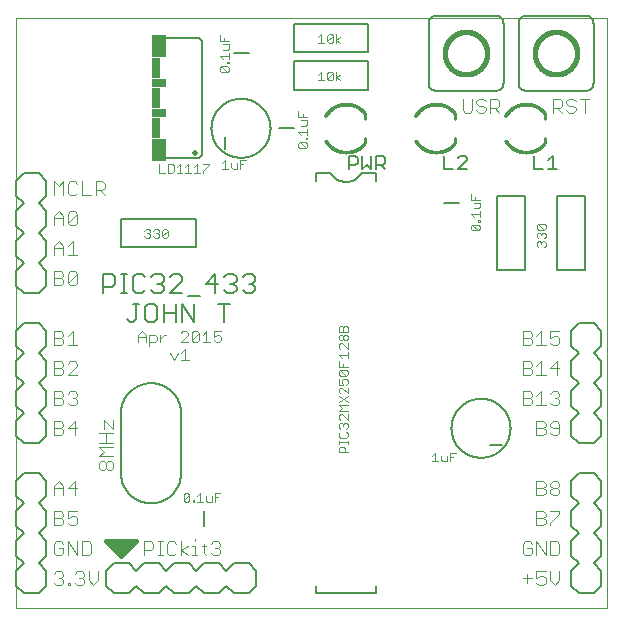
<source format=gto>
G75*
%MOIN*%
%OFA0B0*%
%FSLAX25Y25*%
%IPPOS*%
%LPD*%
%AMOC8*
5,1,8,0,0,1.08239X$1,22.5*
%
%ADD10C,0.00000*%
%ADD11C,0.01600*%
%ADD12C,0.00400*%
%ADD13C,0.00500*%
%ADD14C,0.00300*%
%ADD15C,0.00800*%
%ADD16C,0.00100*%
%ADD17C,0.01000*%
%ADD18C,0.01500*%
%ADD19C,0.00600*%
%ADD20C,0.02000*%
%ADD21R,0.05000X0.07500*%
%ADD22R,0.03000X0.07000*%
%ADD23R,0.05000X0.03000*%
D10*
X0006014Y0001800D02*
X0006014Y0198650D01*
X0202864Y0198650D01*
X0202864Y0001800D01*
X0006014Y0001800D01*
D11*
X0036014Y0024300D02*
X0041014Y0019300D01*
X0046014Y0024300D01*
X0036014Y0024300D01*
X0036135Y0024179D02*
X0045893Y0024179D01*
X0044294Y0022581D02*
X0037733Y0022581D01*
X0039332Y0020982D02*
X0042696Y0020982D01*
X0041097Y0019384D02*
X0040930Y0019384D01*
D12*
X0033293Y0014104D02*
X0033293Y0011035D01*
X0031758Y0009500D01*
X0030224Y0011035D01*
X0030224Y0014104D01*
X0028689Y0013337D02*
X0028689Y0012569D01*
X0027922Y0011802D01*
X0028689Y0011035D01*
X0028689Y0010267D01*
X0027922Y0009500D01*
X0026387Y0009500D01*
X0025620Y0010267D01*
X0024085Y0010267D02*
X0024085Y0009500D01*
X0023318Y0009500D01*
X0023318Y0010267D01*
X0024085Y0010267D01*
X0021783Y0010267D02*
X0021016Y0009500D01*
X0019481Y0009500D01*
X0018714Y0010267D01*
X0020248Y0011802D02*
X0021016Y0011802D01*
X0021783Y0011035D01*
X0021783Y0010267D01*
X0021016Y0011802D02*
X0021783Y0012569D01*
X0021783Y0013337D01*
X0021016Y0014104D01*
X0019481Y0014104D01*
X0018714Y0013337D01*
X0019481Y0019500D02*
X0021016Y0019500D01*
X0021783Y0020267D01*
X0021783Y0021802D01*
X0020248Y0021802D01*
X0018714Y0023337D02*
X0018714Y0020267D01*
X0019481Y0019500D01*
X0023318Y0019500D02*
X0023318Y0024104D01*
X0026387Y0019500D01*
X0026387Y0024104D01*
X0027922Y0024104D02*
X0030224Y0024104D01*
X0030991Y0023337D01*
X0030991Y0020267D01*
X0030224Y0019500D01*
X0027922Y0019500D01*
X0027922Y0024104D01*
X0025620Y0029500D02*
X0024085Y0029500D01*
X0023318Y0030267D01*
X0021783Y0030267D02*
X0021016Y0029500D01*
X0018714Y0029500D01*
X0018714Y0034104D01*
X0021016Y0034104D01*
X0021783Y0033337D01*
X0021783Y0032569D01*
X0021016Y0031802D01*
X0018714Y0031802D01*
X0021016Y0031802D02*
X0021783Y0031035D01*
X0021783Y0030267D01*
X0023318Y0031802D02*
X0023318Y0034104D01*
X0026387Y0034104D01*
X0025620Y0032569D02*
X0026387Y0031802D01*
X0026387Y0030267D01*
X0025620Y0029500D01*
X0024852Y0032569D02*
X0023318Y0031802D01*
X0024852Y0032569D02*
X0025620Y0032569D01*
X0025620Y0039500D02*
X0025620Y0044104D01*
X0023318Y0041802D01*
X0026387Y0041802D01*
X0021783Y0041802D02*
X0018714Y0041802D01*
X0018714Y0042569D02*
X0018714Y0039500D01*
X0021783Y0039500D02*
X0021783Y0042569D01*
X0020248Y0044104D01*
X0018714Y0042569D01*
X0033710Y0048559D02*
X0034477Y0047792D01*
X0035245Y0047792D01*
X0036012Y0048559D01*
X0036012Y0050094D01*
X0036779Y0050861D01*
X0037546Y0050861D01*
X0038314Y0050094D01*
X0038314Y0048559D01*
X0037546Y0047792D01*
X0036779Y0047792D01*
X0036012Y0048559D01*
X0036012Y0050094D02*
X0035245Y0050861D01*
X0034477Y0050861D01*
X0033710Y0050094D01*
X0033710Y0048559D01*
X0033710Y0052396D02*
X0035245Y0053931D01*
X0033710Y0055465D01*
X0038314Y0055465D01*
X0038314Y0057000D02*
X0033710Y0057000D01*
X0036012Y0057000D02*
X0036012Y0060069D01*
X0035245Y0061604D02*
X0035245Y0064673D01*
X0038314Y0061604D01*
X0038314Y0064673D01*
X0038314Y0060069D02*
X0033710Y0060069D01*
X0033710Y0052396D02*
X0038314Y0052396D01*
X0025620Y0059500D02*
X0025620Y0064104D01*
X0023318Y0061802D01*
X0026387Y0061802D01*
X0021783Y0062569D02*
X0021016Y0061802D01*
X0018714Y0061802D01*
X0021016Y0061802D02*
X0021783Y0061035D01*
X0021783Y0060267D01*
X0021016Y0059500D01*
X0018714Y0059500D01*
X0018714Y0064104D01*
X0021016Y0064104D01*
X0021783Y0063337D01*
X0021783Y0062569D01*
X0021016Y0069500D02*
X0018714Y0069500D01*
X0018714Y0074104D01*
X0021016Y0074104D01*
X0021783Y0073337D01*
X0021783Y0072569D01*
X0021016Y0071802D01*
X0018714Y0071802D01*
X0021016Y0071802D02*
X0021783Y0071035D01*
X0021783Y0070267D01*
X0021016Y0069500D01*
X0023318Y0070267D02*
X0024085Y0069500D01*
X0025620Y0069500D01*
X0026387Y0070267D01*
X0026387Y0071035D01*
X0025620Y0071802D01*
X0024852Y0071802D01*
X0025620Y0071802D02*
X0026387Y0072569D01*
X0026387Y0073337D01*
X0025620Y0074104D01*
X0024085Y0074104D01*
X0023318Y0073337D01*
X0023318Y0079500D02*
X0026387Y0082569D01*
X0026387Y0083337D01*
X0025620Y0084104D01*
X0024085Y0084104D01*
X0023318Y0083337D01*
X0021783Y0083337D02*
X0021783Y0082569D01*
X0021016Y0081802D01*
X0018714Y0081802D01*
X0021016Y0081802D02*
X0021783Y0081035D01*
X0021783Y0080267D01*
X0021016Y0079500D01*
X0018714Y0079500D01*
X0018714Y0084104D01*
X0021016Y0084104D01*
X0021783Y0083337D01*
X0023318Y0079500D02*
X0026387Y0079500D01*
X0026387Y0089500D02*
X0023318Y0089500D01*
X0024852Y0089500D02*
X0024852Y0094104D01*
X0023318Y0092569D01*
X0021783Y0092569D02*
X0021016Y0091802D01*
X0018714Y0091802D01*
X0021016Y0091802D02*
X0021783Y0091035D01*
X0021783Y0090267D01*
X0021016Y0089500D01*
X0018714Y0089500D01*
X0018714Y0094104D01*
X0021016Y0094104D01*
X0021783Y0093337D01*
X0021783Y0092569D01*
X0021016Y0109500D02*
X0018714Y0109500D01*
X0018714Y0114104D01*
X0021016Y0114104D01*
X0021783Y0113337D01*
X0021783Y0112569D01*
X0021016Y0111802D01*
X0018714Y0111802D01*
X0021016Y0111802D02*
X0021783Y0111035D01*
X0021783Y0110267D01*
X0021016Y0109500D01*
X0023318Y0110267D02*
X0026387Y0113337D01*
X0026387Y0110267D01*
X0025620Y0109500D01*
X0024085Y0109500D01*
X0023318Y0110267D01*
X0023318Y0113337D01*
X0024085Y0114104D01*
X0025620Y0114104D01*
X0026387Y0113337D01*
X0026387Y0119500D02*
X0023318Y0119500D01*
X0024852Y0119500D02*
X0024852Y0124104D01*
X0023318Y0122569D01*
X0021783Y0122569D02*
X0021783Y0119500D01*
X0021783Y0121802D02*
X0018714Y0121802D01*
X0018714Y0122569D02*
X0020248Y0124104D01*
X0021783Y0122569D01*
X0018714Y0122569D02*
X0018714Y0119500D01*
X0018714Y0129500D02*
X0018714Y0132569D01*
X0020248Y0134104D01*
X0021783Y0132569D01*
X0021783Y0129500D01*
X0023318Y0130267D02*
X0026387Y0133337D01*
X0026387Y0130267D01*
X0025620Y0129500D01*
X0024085Y0129500D01*
X0023318Y0130267D01*
X0023318Y0133337D01*
X0024085Y0134104D01*
X0025620Y0134104D01*
X0026387Y0133337D01*
X0021783Y0131802D02*
X0018714Y0131802D01*
X0018714Y0139500D02*
X0018714Y0144104D01*
X0020248Y0142569D01*
X0021783Y0144104D01*
X0021783Y0139500D01*
X0023318Y0140267D02*
X0024085Y0139500D01*
X0025620Y0139500D01*
X0026387Y0140267D01*
X0027922Y0139500D02*
X0030991Y0139500D01*
X0032526Y0139500D02*
X0032526Y0144104D01*
X0034828Y0144104D01*
X0035595Y0143337D01*
X0035595Y0141802D01*
X0034828Y0141035D01*
X0032526Y0141035D01*
X0034060Y0141035D02*
X0035595Y0139500D01*
X0027922Y0139500D02*
X0027922Y0144104D01*
X0026387Y0143337D02*
X0025620Y0144104D01*
X0024085Y0144104D01*
X0023318Y0143337D01*
X0023318Y0140267D01*
X0065595Y0024871D02*
X0065595Y0024104D01*
X0065595Y0022569D02*
X0065595Y0019500D01*
X0064828Y0019500D02*
X0066362Y0019500D01*
X0068664Y0020267D02*
X0069431Y0019500D01*
X0068664Y0020267D02*
X0068664Y0023337D01*
X0067897Y0022569D02*
X0069431Y0022569D01*
X0070966Y0023337D02*
X0071733Y0024104D01*
X0073268Y0024104D01*
X0074035Y0023337D01*
X0074035Y0022569D01*
X0073268Y0021802D01*
X0074035Y0021035D01*
X0074035Y0020267D01*
X0073268Y0019500D01*
X0071733Y0019500D01*
X0070966Y0020267D01*
X0072501Y0021802D02*
X0073268Y0021802D01*
X0065595Y0022569D02*
X0064828Y0022569D01*
X0063293Y0022569D02*
X0060991Y0021035D01*
X0063293Y0019500D01*
X0060991Y0019500D02*
X0060991Y0024104D01*
X0059456Y0023337D02*
X0058689Y0024104D01*
X0057154Y0024104D01*
X0056387Y0023337D01*
X0056387Y0020267D01*
X0057154Y0019500D01*
X0058689Y0019500D01*
X0059456Y0020267D01*
X0054852Y0019500D02*
X0053318Y0019500D01*
X0054085Y0019500D02*
X0054085Y0024104D01*
X0053318Y0024104D02*
X0054852Y0024104D01*
X0051783Y0023337D02*
X0051783Y0021802D01*
X0051016Y0021035D01*
X0048714Y0021035D01*
X0048714Y0019500D02*
X0048714Y0024104D01*
X0051016Y0024104D01*
X0051783Y0023337D01*
X0028689Y0013337D02*
X0027922Y0014104D01*
X0026387Y0014104D01*
X0025620Y0013337D01*
X0027154Y0011802D02*
X0027922Y0011802D01*
X0021783Y0023337D02*
X0021016Y0024104D01*
X0019481Y0024104D01*
X0018714Y0023337D01*
X0155669Y0167000D02*
X0157204Y0167000D01*
X0157971Y0167767D01*
X0157971Y0171604D01*
X0159506Y0170837D02*
X0159506Y0170069D01*
X0160273Y0169302D01*
X0161808Y0169302D01*
X0162575Y0168535D01*
X0162575Y0167767D01*
X0161808Y0167000D01*
X0160273Y0167000D01*
X0159506Y0167767D01*
X0159506Y0170837D02*
X0160273Y0171604D01*
X0161808Y0171604D01*
X0162575Y0170837D01*
X0164110Y0171604D02*
X0164110Y0167000D01*
X0164110Y0168535D02*
X0166412Y0168535D01*
X0167179Y0169302D01*
X0167179Y0170837D01*
X0166412Y0171604D01*
X0164110Y0171604D01*
X0165644Y0168535D02*
X0167179Y0167000D01*
X0155669Y0167000D02*
X0154902Y0167767D01*
X0154902Y0171604D01*
X0184902Y0171604D02*
X0184902Y0167000D01*
X0184902Y0168535D02*
X0187204Y0168535D01*
X0187971Y0169302D01*
X0187971Y0170837D01*
X0187204Y0171604D01*
X0184902Y0171604D01*
X0186437Y0168535D02*
X0187971Y0167000D01*
X0189506Y0167767D02*
X0190273Y0167000D01*
X0191808Y0167000D01*
X0192575Y0167767D01*
X0192575Y0168535D01*
X0191808Y0169302D01*
X0190273Y0169302D01*
X0189506Y0170069D01*
X0189506Y0170837D01*
X0190273Y0171604D01*
X0191808Y0171604D01*
X0192575Y0170837D01*
X0194110Y0171604D02*
X0197179Y0171604D01*
X0195644Y0171604D02*
X0195644Y0167000D01*
X0187179Y0094104D02*
X0184110Y0094104D01*
X0184110Y0091802D01*
X0185644Y0092569D01*
X0186412Y0092569D01*
X0187179Y0091802D01*
X0187179Y0090267D01*
X0186412Y0089500D01*
X0184877Y0089500D01*
X0184110Y0090267D01*
X0182575Y0089500D02*
X0179506Y0089500D01*
X0181041Y0089500D02*
X0181041Y0094104D01*
X0179506Y0092569D01*
X0177971Y0092569D02*
X0177204Y0091802D01*
X0174902Y0091802D01*
X0174902Y0089500D02*
X0174902Y0094104D01*
X0177204Y0094104D01*
X0177971Y0093337D01*
X0177971Y0092569D01*
X0177204Y0091802D02*
X0177971Y0091035D01*
X0177971Y0090267D01*
X0177204Y0089500D01*
X0174902Y0089500D01*
X0174902Y0084104D02*
X0177204Y0084104D01*
X0177971Y0083337D01*
X0177971Y0082569D01*
X0177204Y0081802D01*
X0174902Y0081802D01*
X0174902Y0079500D02*
X0174902Y0084104D01*
X0177204Y0081802D02*
X0177971Y0081035D01*
X0177971Y0080267D01*
X0177204Y0079500D01*
X0174902Y0079500D01*
X0179506Y0079500D02*
X0182575Y0079500D01*
X0181041Y0079500D02*
X0181041Y0084104D01*
X0179506Y0082569D01*
X0184110Y0081802D02*
X0187179Y0081802D01*
X0186412Y0079500D02*
X0186412Y0084104D01*
X0184110Y0081802D01*
X0184877Y0074104D02*
X0184110Y0073337D01*
X0184877Y0074104D02*
X0186412Y0074104D01*
X0187179Y0073337D01*
X0187179Y0072569D01*
X0186412Y0071802D01*
X0187179Y0071035D01*
X0187179Y0070267D01*
X0186412Y0069500D01*
X0184877Y0069500D01*
X0184110Y0070267D01*
X0182575Y0069500D02*
X0179506Y0069500D01*
X0181041Y0069500D02*
X0181041Y0074104D01*
X0179506Y0072569D01*
X0177971Y0072569D02*
X0177204Y0071802D01*
X0174902Y0071802D01*
X0174902Y0069500D02*
X0174902Y0074104D01*
X0177204Y0074104D01*
X0177971Y0073337D01*
X0177971Y0072569D01*
X0177204Y0071802D02*
X0177971Y0071035D01*
X0177971Y0070267D01*
X0177204Y0069500D01*
X0174902Y0069500D01*
X0179506Y0064104D02*
X0181808Y0064104D01*
X0182575Y0063337D01*
X0182575Y0062569D01*
X0181808Y0061802D01*
X0179506Y0061802D01*
X0181808Y0061802D02*
X0182575Y0061035D01*
X0182575Y0060267D01*
X0181808Y0059500D01*
X0179506Y0059500D01*
X0179506Y0064104D01*
X0184110Y0063337D02*
X0184110Y0062569D01*
X0184877Y0061802D01*
X0187179Y0061802D01*
X0187179Y0063337D02*
X0186412Y0064104D01*
X0184877Y0064104D01*
X0184110Y0063337D01*
X0187179Y0063337D02*
X0187179Y0060267D01*
X0186412Y0059500D01*
X0184877Y0059500D01*
X0184110Y0060267D01*
X0185644Y0071802D02*
X0186412Y0071802D01*
X0186412Y0044104D02*
X0187179Y0043337D01*
X0187179Y0042569D01*
X0186412Y0041802D01*
X0184877Y0041802D01*
X0184110Y0042569D01*
X0184110Y0043337D01*
X0184877Y0044104D01*
X0186412Y0044104D01*
X0186412Y0041802D02*
X0187179Y0041035D01*
X0187179Y0040267D01*
X0186412Y0039500D01*
X0184877Y0039500D01*
X0184110Y0040267D01*
X0184110Y0041035D01*
X0184877Y0041802D01*
X0182575Y0042569D02*
X0181808Y0041802D01*
X0179506Y0041802D01*
X0181808Y0041802D02*
X0182575Y0041035D01*
X0182575Y0040267D01*
X0181808Y0039500D01*
X0179506Y0039500D01*
X0179506Y0044104D01*
X0181808Y0044104D01*
X0182575Y0043337D01*
X0182575Y0042569D01*
X0181808Y0034104D02*
X0179506Y0034104D01*
X0179506Y0029500D01*
X0181808Y0029500D01*
X0182575Y0030267D01*
X0182575Y0031035D01*
X0181808Y0031802D01*
X0179506Y0031802D01*
X0181808Y0031802D02*
X0182575Y0032569D01*
X0182575Y0033337D01*
X0181808Y0034104D01*
X0184110Y0034104D02*
X0187179Y0034104D01*
X0187179Y0033337D01*
X0184110Y0030267D01*
X0184110Y0029500D01*
X0184110Y0024104D02*
X0186412Y0024104D01*
X0187179Y0023337D01*
X0187179Y0020267D01*
X0186412Y0019500D01*
X0184110Y0019500D01*
X0184110Y0024104D01*
X0182575Y0024104D02*
X0182575Y0019500D01*
X0179506Y0024104D01*
X0179506Y0019500D01*
X0177971Y0020267D02*
X0177971Y0021802D01*
X0176437Y0021802D01*
X0177971Y0023337D02*
X0177204Y0024104D01*
X0175669Y0024104D01*
X0174902Y0023337D01*
X0174902Y0020267D01*
X0175669Y0019500D01*
X0177204Y0019500D01*
X0177971Y0020267D01*
X0179506Y0014104D02*
X0179506Y0011802D01*
X0181041Y0012569D01*
X0181808Y0012569D01*
X0182575Y0011802D01*
X0182575Y0010267D01*
X0181808Y0009500D01*
X0180273Y0009500D01*
X0179506Y0010267D01*
X0177971Y0011802D02*
X0174902Y0011802D01*
X0176437Y0013337D02*
X0176437Y0010267D01*
X0179506Y0014104D02*
X0182575Y0014104D01*
X0184110Y0014104D02*
X0184110Y0011035D01*
X0185644Y0009500D01*
X0187179Y0011035D01*
X0187179Y0014104D01*
D13*
X0126014Y0009300D02*
X0126014Y0006800D01*
X0106014Y0006800D01*
X0106014Y0009300D01*
X0061014Y0046800D02*
X0061014Y0066800D01*
X0061011Y0067044D01*
X0061002Y0067287D01*
X0060987Y0067530D01*
X0060967Y0067773D01*
X0060940Y0068015D01*
X0060907Y0068256D01*
X0060869Y0068496D01*
X0060825Y0068736D01*
X0060775Y0068974D01*
X0060719Y0069211D01*
X0060657Y0069447D01*
X0060590Y0069681D01*
X0060517Y0069913D01*
X0060438Y0070144D01*
X0060354Y0070372D01*
X0060264Y0070599D01*
X0060169Y0070823D01*
X0060068Y0071045D01*
X0059962Y0071264D01*
X0059851Y0071480D01*
X0059734Y0071694D01*
X0059613Y0071905D01*
X0059486Y0072113D01*
X0059354Y0072318D01*
X0059217Y0072519D01*
X0059075Y0072717D01*
X0058929Y0072912D01*
X0058778Y0073103D01*
X0058622Y0073290D01*
X0058462Y0073473D01*
X0058297Y0073653D01*
X0058128Y0073828D01*
X0057955Y0073999D01*
X0057777Y0074166D01*
X0057596Y0074328D01*
X0057411Y0074486D01*
X0057222Y0074640D01*
X0057029Y0074789D01*
X0056833Y0074933D01*
X0056633Y0075072D01*
X0056430Y0075207D01*
X0056223Y0075336D01*
X0056014Y0075460D01*
X0055802Y0075579D01*
X0055586Y0075693D01*
X0055369Y0075802D01*
X0055148Y0075905D01*
X0054925Y0076003D01*
X0054700Y0076096D01*
X0054472Y0076183D01*
X0054243Y0076264D01*
X0054011Y0076340D01*
X0053778Y0076410D01*
X0053543Y0076475D01*
X0053307Y0076534D01*
X0053069Y0076587D01*
X0052830Y0076634D01*
X0052590Y0076675D01*
X0052349Y0076710D01*
X0052108Y0076740D01*
X0051865Y0076764D01*
X0051622Y0076781D01*
X0051379Y0076793D01*
X0051136Y0076799D01*
X0050892Y0076799D01*
X0050649Y0076793D01*
X0050406Y0076781D01*
X0050163Y0076764D01*
X0049920Y0076740D01*
X0049679Y0076710D01*
X0049438Y0076675D01*
X0049198Y0076634D01*
X0048959Y0076587D01*
X0048721Y0076534D01*
X0048485Y0076475D01*
X0048250Y0076410D01*
X0048017Y0076340D01*
X0047785Y0076264D01*
X0047556Y0076183D01*
X0047328Y0076096D01*
X0047103Y0076003D01*
X0046880Y0075905D01*
X0046659Y0075802D01*
X0046442Y0075693D01*
X0046226Y0075579D01*
X0046014Y0075460D01*
X0045805Y0075336D01*
X0045598Y0075207D01*
X0045395Y0075072D01*
X0045195Y0074933D01*
X0044999Y0074789D01*
X0044806Y0074640D01*
X0044617Y0074486D01*
X0044432Y0074328D01*
X0044251Y0074166D01*
X0044073Y0073999D01*
X0043900Y0073828D01*
X0043731Y0073653D01*
X0043566Y0073473D01*
X0043406Y0073290D01*
X0043250Y0073103D01*
X0043099Y0072912D01*
X0042953Y0072717D01*
X0042811Y0072519D01*
X0042674Y0072318D01*
X0042542Y0072113D01*
X0042415Y0071905D01*
X0042294Y0071694D01*
X0042177Y0071480D01*
X0042066Y0071264D01*
X0041960Y0071045D01*
X0041859Y0070823D01*
X0041764Y0070599D01*
X0041674Y0070372D01*
X0041590Y0070144D01*
X0041511Y0069913D01*
X0041438Y0069681D01*
X0041371Y0069447D01*
X0041309Y0069211D01*
X0041253Y0068974D01*
X0041203Y0068736D01*
X0041159Y0068496D01*
X0041121Y0068256D01*
X0041088Y0068015D01*
X0041061Y0067773D01*
X0041041Y0067530D01*
X0041026Y0067287D01*
X0041017Y0067044D01*
X0041014Y0066800D01*
X0041014Y0046800D01*
X0041017Y0046556D01*
X0041026Y0046313D01*
X0041041Y0046070D01*
X0041061Y0045827D01*
X0041088Y0045585D01*
X0041121Y0045344D01*
X0041159Y0045104D01*
X0041203Y0044864D01*
X0041253Y0044626D01*
X0041309Y0044389D01*
X0041371Y0044153D01*
X0041438Y0043919D01*
X0041511Y0043687D01*
X0041590Y0043456D01*
X0041674Y0043228D01*
X0041764Y0043001D01*
X0041859Y0042777D01*
X0041960Y0042555D01*
X0042066Y0042336D01*
X0042177Y0042120D01*
X0042294Y0041906D01*
X0042415Y0041695D01*
X0042542Y0041487D01*
X0042674Y0041282D01*
X0042811Y0041081D01*
X0042953Y0040883D01*
X0043099Y0040688D01*
X0043250Y0040497D01*
X0043406Y0040310D01*
X0043566Y0040127D01*
X0043731Y0039947D01*
X0043900Y0039772D01*
X0044073Y0039601D01*
X0044251Y0039434D01*
X0044432Y0039272D01*
X0044617Y0039114D01*
X0044806Y0038960D01*
X0044999Y0038811D01*
X0045195Y0038667D01*
X0045395Y0038528D01*
X0045598Y0038393D01*
X0045805Y0038264D01*
X0046014Y0038140D01*
X0046226Y0038021D01*
X0046442Y0037907D01*
X0046659Y0037798D01*
X0046880Y0037695D01*
X0047103Y0037597D01*
X0047328Y0037504D01*
X0047556Y0037417D01*
X0047785Y0037336D01*
X0048017Y0037260D01*
X0048250Y0037190D01*
X0048485Y0037125D01*
X0048721Y0037066D01*
X0048959Y0037013D01*
X0049198Y0036966D01*
X0049438Y0036925D01*
X0049679Y0036890D01*
X0049920Y0036860D01*
X0050163Y0036836D01*
X0050406Y0036819D01*
X0050649Y0036807D01*
X0050892Y0036801D01*
X0051136Y0036801D01*
X0051379Y0036807D01*
X0051622Y0036819D01*
X0051865Y0036836D01*
X0052108Y0036860D01*
X0052349Y0036890D01*
X0052590Y0036925D01*
X0052830Y0036966D01*
X0053069Y0037013D01*
X0053307Y0037066D01*
X0053543Y0037125D01*
X0053778Y0037190D01*
X0054011Y0037260D01*
X0054243Y0037336D01*
X0054472Y0037417D01*
X0054700Y0037504D01*
X0054925Y0037597D01*
X0055148Y0037695D01*
X0055369Y0037798D01*
X0055586Y0037907D01*
X0055802Y0038021D01*
X0056014Y0038140D01*
X0056223Y0038264D01*
X0056430Y0038393D01*
X0056633Y0038528D01*
X0056833Y0038667D01*
X0057029Y0038811D01*
X0057222Y0038960D01*
X0057411Y0039114D01*
X0057596Y0039272D01*
X0057777Y0039434D01*
X0057955Y0039601D01*
X0058128Y0039772D01*
X0058297Y0039947D01*
X0058462Y0040127D01*
X0058622Y0040310D01*
X0058778Y0040497D01*
X0058929Y0040688D01*
X0059075Y0040883D01*
X0059217Y0041081D01*
X0059354Y0041282D01*
X0059486Y0041487D01*
X0059613Y0041695D01*
X0059734Y0041906D01*
X0059851Y0042120D01*
X0059962Y0042336D01*
X0060068Y0042555D01*
X0060169Y0042777D01*
X0060264Y0043001D01*
X0060354Y0043228D01*
X0060438Y0043456D01*
X0060517Y0043687D01*
X0060590Y0043919D01*
X0060657Y0044153D01*
X0060719Y0044389D01*
X0060775Y0044626D01*
X0060825Y0044864D01*
X0060869Y0045104D01*
X0060907Y0045344D01*
X0060940Y0045585D01*
X0060967Y0045827D01*
X0060987Y0046070D01*
X0061002Y0046313D01*
X0061011Y0046556D01*
X0061014Y0046800D01*
X0061264Y0097050D02*
X0061264Y0103155D01*
X0065334Y0097050D01*
X0065334Y0103155D01*
X0067360Y0105932D02*
X0063289Y0105932D01*
X0061282Y0106950D02*
X0057212Y0106950D01*
X0061282Y0111020D01*
X0061282Y0112038D01*
X0060265Y0113055D01*
X0058230Y0113055D01*
X0057212Y0112038D01*
X0055205Y0112038D02*
X0054188Y0113055D01*
X0052153Y0113055D01*
X0051135Y0112038D01*
X0049128Y0112038D02*
X0048111Y0113055D01*
X0046075Y0113055D01*
X0045058Y0112038D01*
X0045058Y0107968D01*
X0046075Y0106950D01*
X0048111Y0106950D01*
X0049128Y0107968D01*
X0051135Y0107968D02*
X0052153Y0106950D01*
X0054188Y0106950D01*
X0055205Y0107968D01*
X0055205Y0108985D01*
X0054188Y0110003D01*
X0053170Y0110003D01*
X0054188Y0110003D02*
X0055205Y0111020D01*
X0055205Y0112038D01*
X0055187Y0103155D02*
X0055187Y0097050D01*
X0053180Y0098068D02*
X0053180Y0102138D01*
X0052162Y0103155D01*
X0050127Y0103155D01*
X0049109Y0102138D01*
X0049109Y0098068D01*
X0050127Y0097050D01*
X0052162Y0097050D01*
X0053180Y0098068D01*
X0055187Y0100103D02*
X0059257Y0100103D01*
X0059257Y0103155D02*
X0059257Y0097050D01*
X0046085Y0098068D02*
X0046085Y0103155D01*
X0047102Y0103155D02*
X0045067Y0103155D01*
X0043042Y0106950D02*
X0041006Y0106950D01*
X0042024Y0106950D02*
X0042024Y0113055D01*
X0041006Y0113055D02*
X0043042Y0113055D01*
X0038999Y0112038D02*
X0038999Y0110003D01*
X0037982Y0108985D01*
X0034929Y0108985D01*
X0034929Y0106950D02*
X0034929Y0113055D01*
X0037982Y0113055D01*
X0038999Y0112038D01*
X0043032Y0098068D02*
X0044050Y0097050D01*
X0045067Y0097050D01*
X0046085Y0098068D01*
X0069367Y0110003D02*
X0073437Y0110003D01*
X0075444Y0112038D02*
X0076461Y0113055D01*
X0078496Y0113055D01*
X0079514Y0112038D01*
X0079514Y0111020D01*
X0078496Y0110003D01*
X0079514Y0108985D01*
X0079514Y0107968D01*
X0078496Y0106950D01*
X0076461Y0106950D01*
X0075444Y0107968D01*
X0077479Y0110003D02*
X0078496Y0110003D01*
X0081521Y0112038D02*
X0082539Y0113055D01*
X0084574Y0113055D01*
X0085591Y0112038D01*
X0085591Y0111020D01*
X0084574Y0110003D01*
X0085591Y0108985D01*
X0085591Y0107968D01*
X0084574Y0106950D01*
X0082539Y0106950D01*
X0081521Y0107968D01*
X0083556Y0110003D02*
X0084574Y0110003D01*
X0077488Y0103155D02*
X0073418Y0103155D01*
X0075453Y0103155D02*
X0075453Y0097050D01*
X0072419Y0106950D02*
X0072419Y0113055D01*
X0069367Y0110003D01*
X0106014Y0144300D02*
X0106014Y0146800D01*
X0111014Y0146800D01*
X0111014Y0146801D02*
X0111092Y0146671D01*
X0111172Y0146543D01*
X0111256Y0146417D01*
X0111344Y0146294D01*
X0111434Y0146173D01*
X0111528Y0146054D01*
X0111624Y0145938D01*
X0111724Y0145824D01*
X0111826Y0145713D01*
X0111932Y0145605D01*
X0112040Y0145499D01*
X0112151Y0145397D01*
X0112265Y0145297D01*
X0112381Y0145201D01*
X0112500Y0145107D01*
X0112621Y0145017D01*
X0112744Y0144929D01*
X0112870Y0144845D01*
X0112998Y0144765D01*
X0113128Y0144687D01*
X0113259Y0144614D01*
X0113393Y0144543D01*
X0113529Y0144476D01*
X0113666Y0144413D01*
X0113805Y0144353D01*
X0113945Y0144297D01*
X0114087Y0144245D01*
X0114230Y0144197D01*
X0114374Y0144152D01*
X0114520Y0144111D01*
X0114666Y0144074D01*
X0114814Y0144040D01*
X0114962Y0144011D01*
X0115111Y0143985D01*
X0115260Y0143963D01*
X0115411Y0143946D01*
X0115561Y0143932D01*
X0115712Y0143922D01*
X0115863Y0143916D01*
X0116014Y0143914D01*
X0116165Y0143916D01*
X0116316Y0143922D01*
X0116467Y0143932D01*
X0116617Y0143946D01*
X0116768Y0143963D01*
X0116917Y0143985D01*
X0117066Y0144011D01*
X0117214Y0144040D01*
X0117362Y0144074D01*
X0117508Y0144111D01*
X0117654Y0144152D01*
X0117798Y0144197D01*
X0117941Y0144245D01*
X0118083Y0144297D01*
X0118223Y0144353D01*
X0118362Y0144413D01*
X0118499Y0144476D01*
X0118635Y0144543D01*
X0118769Y0144614D01*
X0118901Y0144687D01*
X0119030Y0144765D01*
X0119158Y0144845D01*
X0119284Y0144929D01*
X0119407Y0145017D01*
X0119528Y0145107D01*
X0119647Y0145201D01*
X0119763Y0145297D01*
X0119877Y0145397D01*
X0119988Y0145499D01*
X0120096Y0145605D01*
X0120202Y0145713D01*
X0120304Y0145824D01*
X0120404Y0145938D01*
X0120500Y0146054D01*
X0120594Y0146173D01*
X0120684Y0146294D01*
X0120772Y0146417D01*
X0120856Y0146543D01*
X0120936Y0146671D01*
X0121014Y0146801D01*
X0126014Y0146800D01*
X0126014Y0144300D01*
X0126066Y0148050D02*
X0126066Y0152554D01*
X0128318Y0152554D01*
X0129068Y0151803D01*
X0129068Y0150302D01*
X0128318Y0149551D01*
X0126066Y0149551D01*
X0127567Y0149551D02*
X0129068Y0148050D01*
X0124464Y0148050D02*
X0124464Y0152554D01*
X0121462Y0152554D02*
X0121462Y0148050D01*
X0122963Y0149551D01*
X0124464Y0148050D01*
X0119860Y0150302D02*
X0119860Y0151803D01*
X0119110Y0152554D01*
X0116858Y0152554D01*
X0116858Y0148050D01*
X0116858Y0149551D02*
X0119110Y0149551D01*
X0119860Y0150302D01*
X0146014Y0174300D02*
X0166014Y0174300D01*
X0166112Y0174302D01*
X0166210Y0174308D01*
X0166308Y0174317D01*
X0166405Y0174331D01*
X0166502Y0174348D01*
X0166598Y0174369D01*
X0166693Y0174394D01*
X0166787Y0174422D01*
X0166879Y0174455D01*
X0166971Y0174490D01*
X0167061Y0174530D01*
X0167149Y0174572D01*
X0167236Y0174619D01*
X0167320Y0174668D01*
X0167403Y0174721D01*
X0167483Y0174777D01*
X0167562Y0174837D01*
X0167638Y0174899D01*
X0167711Y0174964D01*
X0167782Y0175032D01*
X0167850Y0175103D01*
X0167915Y0175176D01*
X0167977Y0175252D01*
X0168037Y0175331D01*
X0168093Y0175411D01*
X0168146Y0175494D01*
X0168195Y0175578D01*
X0168242Y0175665D01*
X0168284Y0175753D01*
X0168324Y0175843D01*
X0168359Y0175935D01*
X0168392Y0176027D01*
X0168420Y0176121D01*
X0168445Y0176216D01*
X0168466Y0176312D01*
X0168483Y0176409D01*
X0168497Y0176506D01*
X0168506Y0176604D01*
X0168512Y0176702D01*
X0168514Y0176800D01*
X0168514Y0196800D01*
X0168512Y0196898D01*
X0168506Y0196996D01*
X0168497Y0197094D01*
X0168483Y0197191D01*
X0168466Y0197288D01*
X0168445Y0197384D01*
X0168420Y0197479D01*
X0168392Y0197573D01*
X0168359Y0197665D01*
X0168324Y0197757D01*
X0168284Y0197847D01*
X0168242Y0197935D01*
X0168195Y0198022D01*
X0168146Y0198106D01*
X0168093Y0198189D01*
X0168037Y0198269D01*
X0167977Y0198348D01*
X0167915Y0198424D01*
X0167850Y0198497D01*
X0167782Y0198568D01*
X0167711Y0198636D01*
X0167638Y0198701D01*
X0167562Y0198763D01*
X0167483Y0198823D01*
X0167403Y0198879D01*
X0167320Y0198932D01*
X0167236Y0198981D01*
X0167149Y0199028D01*
X0167061Y0199070D01*
X0166971Y0199110D01*
X0166879Y0199145D01*
X0166787Y0199178D01*
X0166693Y0199206D01*
X0166598Y0199231D01*
X0166502Y0199252D01*
X0166405Y0199269D01*
X0166308Y0199283D01*
X0166210Y0199292D01*
X0166112Y0199298D01*
X0166014Y0199300D01*
X0146014Y0199300D01*
X0145916Y0199298D01*
X0145818Y0199292D01*
X0145720Y0199283D01*
X0145623Y0199269D01*
X0145526Y0199252D01*
X0145430Y0199231D01*
X0145335Y0199206D01*
X0145241Y0199178D01*
X0145149Y0199145D01*
X0145057Y0199110D01*
X0144967Y0199070D01*
X0144879Y0199028D01*
X0144792Y0198981D01*
X0144708Y0198932D01*
X0144625Y0198879D01*
X0144545Y0198823D01*
X0144466Y0198763D01*
X0144390Y0198701D01*
X0144317Y0198636D01*
X0144246Y0198568D01*
X0144178Y0198497D01*
X0144113Y0198424D01*
X0144051Y0198348D01*
X0143991Y0198269D01*
X0143935Y0198189D01*
X0143882Y0198106D01*
X0143833Y0198022D01*
X0143786Y0197935D01*
X0143744Y0197847D01*
X0143704Y0197757D01*
X0143669Y0197665D01*
X0143636Y0197573D01*
X0143608Y0197479D01*
X0143583Y0197384D01*
X0143562Y0197288D01*
X0143545Y0197191D01*
X0143531Y0197094D01*
X0143522Y0196996D01*
X0143516Y0196898D01*
X0143514Y0196800D01*
X0143514Y0176800D01*
X0143516Y0176702D01*
X0143522Y0176604D01*
X0143531Y0176506D01*
X0143545Y0176409D01*
X0143562Y0176312D01*
X0143583Y0176216D01*
X0143608Y0176121D01*
X0143636Y0176027D01*
X0143669Y0175935D01*
X0143704Y0175843D01*
X0143744Y0175753D01*
X0143786Y0175665D01*
X0143833Y0175578D01*
X0143882Y0175494D01*
X0143935Y0175411D01*
X0143991Y0175331D01*
X0144051Y0175252D01*
X0144113Y0175176D01*
X0144178Y0175103D01*
X0144246Y0175032D01*
X0144317Y0174964D01*
X0144390Y0174899D01*
X0144466Y0174837D01*
X0144545Y0174777D01*
X0144625Y0174721D01*
X0144708Y0174668D01*
X0144792Y0174619D01*
X0144879Y0174572D01*
X0144967Y0174530D01*
X0145057Y0174490D01*
X0145149Y0174455D01*
X0145241Y0174422D01*
X0145335Y0174394D01*
X0145430Y0174369D01*
X0145526Y0174348D01*
X0145623Y0174331D01*
X0145720Y0174317D01*
X0145818Y0174308D01*
X0145916Y0174302D01*
X0146014Y0174300D01*
X0148764Y0152554D02*
X0148764Y0148050D01*
X0151766Y0148050D01*
X0153368Y0148050D02*
X0156370Y0151053D01*
X0156370Y0151803D01*
X0155620Y0152554D01*
X0154118Y0152554D01*
X0153368Y0151803D01*
X0153368Y0148050D02*
X0156370Y0148050D01*
X0178764Y0148050D02*
X0181766Y0148050D01*
X0183368Y0148050D02*
X0186370Y0148050D01*
X0184869Y0148050D02*
X0184869Y0152554D01*
X0183368Y0151053D01*
X0178764Y0152554D02*
X0178764Y0148050D01*
X0176014Y0174300D02*
X0196014Y0174300D01*
X0196112Y0174302D01*
X0196210Y0174308D01*
X0196308Y0174317D01*
X0196405Y0174331D01*
X0196502Y0174348D01*
X0196598Y0174369D01*
X0196693Y0174394D01*
X0196787Y0174422D01*
X0196879Y0174455D01*
X0196971Y0174490D01*
X0197061Y0174530D01*
X0197149Y0174572D01*
X0197236Y0174619D01*
X0197320Y0174668D01*
X0197403Y0174721D01*
X0197483Y0174777D01*
X0197562Y0174837D01*
X0197638Y0174899D01*
X0197711Y0174964D01*
X0197782Y0175032D01*
X0197850Y0175103D01*
X0197915Y0175176D01*
X0197977Y0175252D01*
X0198037Y0175331D01*
X0198093Y0175411D01*
X0198146Y0175494D01*
X0198195Y0175578D01*
X0198242Y0175665D01*
X0198284Y0175753D01*
X0198324Y0175843D01*
X0198359Y0175935D01*
X0198392Y0176027D01*
X0198420Y0176121D01*
X0198445Y0176216D01*
X0198466Y0176312D01*
X0198483Y0176409D01*
X0198497Y0176506D01*
X0198506Y0176604D01*
X0198512Y0176702D01*
X0198514Y0176800D01*
X0198514Y0196800D01*
X0198512Y0196898D01*
X0198506Y0196996D01*
X0198497Y0197094D01*
X0198483Y0197191D01*
X0198466Y0197288D01*
X0198445Y0197384D01*
X0198420Y0197479D01*
X0198392Y0197573D01*
X0198359Y0197665D01*
X0198324Y0197757D01*
X0198284Y0197847D01*
X0198242Y0197935D01*
X0198195Y0198022D01*
X0198146Y0198106D01*
X0198093Y0198189D01*
X0198037Y0198269D01*
X0197977Y0198348D01*
X0197915Y0198424D01*
X0197850Y0198497D01*
X0197782Y0198568D01*
X0197711Y0198636D01*
X0197638Y0198701D01*
X0197562Y0198763D01*
X0197483Y0198823D01*
X0197403Y0198879D01*
X0197320Y0198932D01*
X0197236Y0198981D01*
X0197149Y0199028D01*
X0197061Y0199070D01*
X0196971Y0199110D01*
X0196879Y0199145D01*
X0196787Y0199178D01*
X0196693Y0199206D01*
X0196598Y0199231D01*
X0196502Y0199252D01*
X0196405Y0199269D01*
X0196308Y0199283D01*
X0196210Y0199292D01*
X0196112Y0199298D01*
X0196014Y0199300D01*
X0176014Y0199300D01*
X0175916Y0199298D01*
X0175818Y0199292D01*
X0175720Y0199283D01*
X0175623Y0199269D01*
X0175526Y0199252D01*
X0175430Y0199231D01*
X0175335Y0199206D01*
X0175241Y0199178D01*
X0175149Y0199145D01*
X0175057Y0199110D01*
X0174967Y0199070D01*
X0174879Y0199028D01*
X0174792Y0198981D01*
X0174708Y0198932D01*
X0174625Y0198879D01*
X0174545Y0198823D01*
X0174466Y0198763D01*
X0174390Y0198701D01*
X0174317Y0198636D01*
X0174246Y0198568D01*
X0174178Y0198497D01*
X0174113Y0198424D01*
X0174051Y0198348D01*
X0173991Y0198269D01*
X0173935Y0198189D01*
X0173882Y0198106D01*
X0173833Y0198022D01*
X0173786Y0197935D01*
X0173744Y0197847D01*
X0173704Y0197757D01*
X0173669Y0197665D01*
X0173636Y0197573D01*
X0173608Y0197479D01*
X0173583Y0197384D01*
X0173562Y0197288D01*
X0173545Y0197191D01*
X0173531Y0197094D01*
X0173522Y0196996D01*
X0173516Y0196898D01*
X0173514Y0196800D01*
X0173514Y0176800D01*
X0173516Y0176702D01*
X0173522Y0176604D01*
X0173531Y0176506D01*
X0173545Y0176409D01*
X0173562Y0176312D01*
X0173583Y0176216D01*
X0173608Y0176121D01*
X0173636Y0176027D01*
X0173669Y0175935D01*
X0173704Y0175843D01*
X0173744Y0175753D01*
X0173786Y0175665D01*
X0173833Y0175578D01*
X0173882Y0175494D01*
X0173935Y0175411D01*
X0173991Y0175331D01*
X0174051Y0175252D01*
X0174113Y0175176D01*
X0174178Y0175103D01*
X0174246Y0175032D01*
X0174317Y0174964D01*
X0174390Y0174899D01*
X0174466Y0174837D01*
X0174545Y0174777D01*
X0174625Y0174721D01*
X0174708Y0174668D01*
X0174792Y0174619D01*
X0174879Y0174572D01*
X0174967Y0174530D01*
X0175057Y0174490D01*
X0175149Y0174455D01*
X0175241Y0174422D01*
X0175335Y0174394D01*
X0175430Y0174369D01*
X0175526Y0174348D01*
X0175623Y0174331D01*
X0175720Y0174317D01*
X0175818Y0174308D01*
X0175916Y0174302D01*
X0176014Y0174300D01*
D14*
X0157661Y0139938D02*
X0157661Y0138003D01*
X0160564Y0138003D01*
X0160564Y0136992D02*
X0158629Y0136992D01*
X0159113Y0138003D02*
X0159113Y0138971D01*
X0160564Y0136992D02*
X0160564Y0135541D01*
X0160080Y0135057D01*
X0158629Y0135057D01*
X0160564Y0134045D02*
X0160564Y0132110D01*
X0160564Y0133078D02*
X0157661Y0133078D01*
X0158629Y0132110D01*
X0160080Y0131121D02*
X0160564Y0131121D01*
X0160564Y0130637D01*
X0160080Y0130637D01*
X0160080Y0131121D01*
X0160080Y0129626D02*
X0160564Y0129142D01*
X0160564Y0128174D01*
X0160080Y0127691D01*
X0158145Y0129626D01*
X0160080Y0129626D01*
X0158145Y0129626D02*
X0157661Y0129142D01*
X0157661Y0128174D01*
X0158145Y0127691D01*
X0160080Y0127691D01*
X0179661Y0128487D02*
X0179661Y0129455D01*
X0180145Y0129938D01*
X0182080Y0128003D01*
X0182564Y0128487D01*
X0182564Y0129455D01*
X0182080Y0129938D01*
X0180145Y0129938D01*
X0179661Y0128487D02*
X0180145Y0128003D01*
X0182080Y0128003D01*
X0182080Y0126992D02*
X0182564Y0126508D01*
X0182564Y0125541D01*
X0182080Y0125057D01*
X0182080Y0124045D02*
X0182564Y0123562D01*
X0182564Y0122594D01*
X0182080Y0122110D01*
X0181113Y0123078D02*
X0181113Y0123562D01*
X0181596Y0124045D01*
X0182080Y0124045D01*
X0181113Y0123562D02*
X0180629Y0124045D01*
X0180145Y0124045D01*
X0179661Y0123562D01*
X0179661Y0122594D01*
X0180145Y0122110D01*
X0180145Y0125057D02*
X0179661Y0125541D01*
X0179661Y0126508D01*
X0180145Y0126992D01*
X0180629Y0126992D01*
X0181113Y0126508D01*
X0181596Y0126992D01*
X0182080Y0126992D01*
X0181113Y0126508D02*
X0181113Y0126024D01*
X0116564Y0095455D02*
X0116564Y0094003D01*
X0113661Y0094003D01*
X0113661Y0095455D01*
X0114145Y0095938D01*
X0114629Y0095938D01*
X0115113Y0095455D01*
X0115113Y0094003D01*
X0115596Y0092992D02*
X0116080Y0092992D01*
X0116564Y0092508D01*
X0116564Y0091541D01*
X0116080Y0091057D01*
X0115596Y0091057D01*
X0115113Y0091541D01*
X0115113Y0092508D01*
X0115596Y0092992D01*
X0115113Y0092508D02*
X0114629Y0092992D01*
X0114145Y0092992D01*
X0113661Y0092508D01*
X0113661Y0091541D01*
X0114145Y0091057D01*
X0114629Y0091057D01*
X0115113Y0091541D01*
X0114629Y0090045D02*
X0114145Y0090045D01*
X0113661Y0089562D01*
X0113661Y0088594D01*
X0114145Y0088110D01*
X0114629Y0090045D02*
X0116564Y0088110D01*
X0116564Y0090045D01*
X0116564Y0087099D02*
X0116564Y0085164D01*
X0116564Y0086131D02*
X0113661Y0086131D01*
X0114629Y0085164D01*
X0113661Y0084152D02*
X0113661Y0082217D01*
X0116564Y0082217D01*
X0116080Y0081206D02*
X0116564Y0080722D01*
X0116564Y0079755D01*
X0116080Y0079271D01*
X0114145Y0081206D01*
X0116080Y0081206D01*
X0115113Y0082217D02*
X0115113Y0083185D01*
X0114145Y0081206D02*
X0113661Y0080722D01*
X0113661Y0079755D01*
X0114145Y0079271D01*
X0116080Y0079271D01*
X0116080Y0078259D02*
X0116564Y0077776D01*
X0116564Y0076808D01*
X0116080Y0076324D01*
X0115113Y0076324D02*
X0114629Y0077292D01*
X0114629Y0077776D01*
X0115113Y0078259D01*
X0116080Y0078259D01*
X0115113Y0076324D02*
X0113661Y0076324D01*
X0113661Y0078259D01*
X0114145Y0075313D02*
X0113661Y0074829D01*
X0113661Y0073862D01*
X0114145Y0073378D01*
X0113661Y0072366D02*
X0116564Y0070431D01*
X0116564Y0069420D02*
X0113661Y0069420D01*
X0114629Y0068452D01*
X0113661Y0067485D01*
X0116564Y0067485D01*
X0116564Y0066473D02*
X0116564Y0064538D01*
X0114629Y0066473D01*
X0114145Y0066473D01*
X0113661Y0065990D01*
X0113661Y0065022D01*
X0114145Y0064538D01*
X0114145Y0063527D02*
X0114629Y0063527D01*
X0115113Y0063043D01*
X0115596Y0063527D01*
X0116080Y0063527D01*
X0116564Y0063043D01*
X0116564Y0062076D01*
X0116080Y0061592D01*
X0116080Y0060580D02*
X0116564Y0060096D01*
X0116564Y0059129D01*
X0116080Y0058645D01*
X0114145Y0058645D01*
X0113661Y0059129D01*
X0113661Y0060096D01*
X0114145Y0060580D01*
X0114145Y0061592D02*
X0113661Y0062076D01*
X0113661Y0063043D01*
X0114145Y0063527D01*
X0115113Y0063043D02*
X0115113Y0062559D01*
X0116564Y0057648D02*
X0116564Y0056681D01*
X0116564Y0057165D02*
X0113661Y0057165D01*
X0113661Y0057648D02*
X0113661Y0056681D01*
X0114145Y0055669D02*
X0115113Y0055669D01*
X0115596Y0055186D01*
X0115596Y0053734D01*
X0116564Y0053734D02*
X0113661Y0053734D01*
X0113661Y0055186D01*
X0114145Y0055669D01*
X0113661Y0070431D02*
X0116564Y0072366D01*
X0116564Y0073378D02*
X0114629Y0075313D01*
X0114145Y0075313D01*
X0116564Y0075313D02*
X0116564Y0073378D01*
X0116564Y0095455D02*
X0116080Y0095938D01*
X0115596Y0095938D01*
X0115113Y0095455D01*
X0074375Y0094153D02*
X0071906Y0094153D01*
X0071906Y0092302D01*
X0073141Y0092919D01*
X0073758Y0092919D01*
X0074375Y0092302D01*
X0074375Y0091067D01*
X0073758Y0090450D01*
X0072523Y0090450D01*
X0071906Y0091067D01*
X0070692Y0090450D02*
X0068223Y0090450D01*
X0069458Y0090450D02*
X0069458Y0094153D01*
X0068223Y0092919D01*
X0067009Y0093536D02*
X0067009Y0091067D01*
X0066392Y0090450D01*
X0065157Y0090450D01*
X0064540Y0091067D01*
X0067009Y0093536D01*
X0066392Y0094153D01*
X0065157Y0094153D01*
X0064540Y0093536D01*
X0064540Y0091067D01*
X0063326Y0090450D02*
X0060857Y0090450D01*
X0063326Y0092919D01*
X0063326Y0093536D01*
X0062708Y0094153D01*
X0061474Y0094153D01*
X0060857Y0093536D01*
X0055956Y0092919D02*
X0055339Y0092919D01*
X0054104Y0091684D01*
X0054104Y0090450D02*
X0054104Y0092919D01*
X0052890Y0092302D02*
X0052890Y0091067D01*
X0052273Y0090450D01*
X0050421Y0090450D01*
X0049207Y0090450D02*
X0049207Y0092919D01*
X0047973Y0094153D01*
X0046738Y0092919D01*
X0046738Y0090450D01*
X0046738Y0092302D02*
X0049207Y0092302D01*
X0050421Y0092919D02*
X0050421Y0089216D01*
X0052890Y0092302D02*
X0052273Y0092919D01*
X0050421Y0092919D01*
X0057481Y0086919D02*
X0058715Y0084450D01*
X0059949Y0086919D01*
X0061164Y0086919D02*
X0062398Y0088153D01*
X0062398Y0084450D01*
X0061164Y0084450D02*
X0063633Y0084450D01*
X0056168Y0125250D02*
X0055201Y0125250D01*
X0054717Y0125734D01*
X0056652Y0127669D01*
X0056652Y0125734D01*
X0056168Y0125250D01*
X0054717Y0125734D02*
X0054717Y0127669D01*
X0055201Y0128152D01*
X0056168Y0128152D01*
X0056652Y0127669D01*
X0053706Y0127669D02*
X0053706Y0127185D01*
X0053222Y0126701D01*
X0053706Y0126217D01*
X0053706Y0125734D01*
X0053222Y0125250D01*
X0052254Y0125250D01*
X0051771Y0125734D01*
X0050759Y0125734D02*
X0050275Y0125250D01*
X0049308Y0125250D01*
X0048824Y0125734D01*
X0049792Y0126701D02*
X0050275Y0126701D01*
X0050759Y0126217D01*
X0050759Y0125734D01*
X0050275Y0126701D02*
X0050759Y0127185D01*
X0050759Y0127669D01*
X0050275Y0128152D01*
X0049308Y0128152D01*
X0048824Y0127669D01*
X0051771Y0127669D02*
X0052254Y0128152D01*
X0053222Y0128152D01*
X0053706Y0127669D01*
X0053222Y0126701D02*
X0052738Y0126701D01*
X0053664Y0146950D02*
X0055599Y0146950D01*
X0056610Y0146950D02*
X0058062Y0146950D01*
X0058545Y0147434D01*
X0058545Y0149369D01*
X0058062Y0149852D01*
X0056610Y0149852D01*
X0056610Y0146950D01*
X0053664Y0146950D02*
X0053664Y0149852D01*
X0059557Y0148885D02*
X0060524Y0149852D01*
X0060524Y0146950D01*
X0059557Y0146950D02*
X0061492Y0146950D01*
X0062503Y0146950D02*
X0064438Y0146950D01*
X0063471Y0146950D02*
X0063471Y0149852D01*
X0062503Y0148885D01*
X0065450Y0148885D02*
X0066417Y0149852D01*
X0066417Y0146950D01*
X0065450Y0146950D02*
X0067385Y0146950D01*
X0068396Y0146950D02*
X0068396Y0147434D01*
X0070331Y0149369D01*
X0070331Y0149852D01*
X0068396Y0149852D01*
X0074824Y0150185D02*
X0075792Y0151152D01*
X0075792Y0148250D01*
X0076759Y0148250D02*
X0074824Y0148250D01*
X0077771Y0148734D02*
X0077771Y0150185D01*
X0077771Y0148734D02*
X0078254Y0148250D01*
X0079706Y0148250D01*
X0079706Y0150185D01*
X0080717Y0149701D02*
X0081685Y0149701D01*
X0080717Y0148250D02*
X0080717Y0151152D01*
X0082652Y0151152D01*
X0100161Y0155674D02*
X0100161Y0156642D01*
X0100645Y0157126D01*
X0102580Y0155191D01*
X0103064Y0155674D01*
X0103064Y0156642D01*
X0102580Y0157126D01*
X0100645Y0157126D01*
X0100161Y0155674D02*
X0100645Y0155191D01*
X0102580Y0155191D01*
X0102580Y0158137D02*
X0102580Y0158621D01*
X0103064Y0158621D01*
X0103064Y0158137D01*
X0102580Y0158137D01*
X0103064Y0159610D02*
X0103064Y0161545D01*
X0103064Y0160578D02*
X0100161Y0160578D01*
X0101129Y0159610D01*
X0101129Y0162557D02*
X0102580Y0162557D01*
X0103064Y0163041D01*
X0103064Y0164492D01*
X0101129Y0164492D01*
X0101613Y0165503D02*
X0101613Y0166471D01*
X0103064Y0165503D02*
X0100161Y0165503D01*
X0100161Y0167438D01*
X0106815Y0177750D02*
X0108750Y0177750D01*
X0107783Y0177750D02*
X0107783Y0180652D01*
X0106815Y0179685D01*
X0109762Y0180169D02*
X0109762Y0178234D01*
X0111697Y0180169D01*
X0111697Y0178234D01*
X0111213Y0177750D01*
X0110246Y0177750D01*
X0109762Y0178234D01*
X0109762Y0180169D02*
X0110246Y0180652D01*
X0111213Y0180652D01*
X0111697Y0180169D01*
X0112708Y0180652D02*
X0112708Y0177750D01*
X0112708Y0178717D02*
X0114160Y0179685D01*
X0112708Y0178717D02*
X0114160Y0177750D01*
X0114160Y0190250D02*
X0112708Y0191217D01*
X0114160Y0192185D01*
X0112708Y0193152D02*
X0112708Y0190250D01*
X0111697Y0190734D02*
X0111213Y0190250D01*
X0110246Y0190250D01*
X0109762Y0190734D01*
X0111697Y0192669D01*
X0111697Y0190734D01*
X0111697Y0192669D02*
X0111213Y0193152D01*
X0110246Y0193152D01*
X0109762Y0192669D01*
X0109762Y0190734D01*
X0108750Y0190250D02*
X0106815Y0190250D01*
X0107783Y0190250D02*
X0107783Y0193152D01*
X0106815Y0192185D01*
X0076864Y0190763D02*
X0073961Y0190763D01*
X0073961Y0192698D01*
X0075413Y0191730D02*
X0075413Y0190763D01*
X0074929Y0189751D02*
X0076864Y0189751D01*
X0076864Y0188300D01*
X0076380Y0187816D01*
X0074929Y0187816D01*
X0076864Y0186805D02*
X0076864Y0184870D01*
X0076864Y0185837D02*
X0073961Y0185837D01*
X0074929Y0184870D01*
X0076380Y0183880D02*
X0076864Y0183880D01*
X0076864Y0183397D01*
X0076380Y0183397D01*
X0076380Y0183880D01*
X0076380Y0182385D02*
X0074445Y0182385D01*
X0076380Y0180450D01*
X0076864Y0180934D01*
X0076864Y0181901D01*
X0076380Y0182385D01*
X0074445Y0182385D02*
X0073961Y0181901D01*
X0073961Y0180934D01*
X0074445Y0180450D01*
X0076380Y0180450D01*
X0145792Y0053652D02*
X0144824Y0052685D01*
X0145792Y0053652D02*
X0145792Y0050750D01*
X0146759Y0050750D02*
X0144824Y0050750D01*
X0147771Y0051234D02*
X0147771Y0052685D01*
X0147771Y0051234D02*
X0148254Y0050750D01*
X0149706Y0050750D01*
X0149706Y0052685D01*
X0150717Y0052201D02*
X0151685Y0052201D01*
X0150717Y0050750D02*
X0150717Y0053652D01*
X0152652Y0053652D01*
X0074152Y0040152D02*
X0072217Y0040152D01*
X0072217Y0037250D01*
X0071206Y0037250D02*
X0071206Y0039185D01*
X0072217Y0038701D02*
X0073185Y0038701D01*
X0071206Y0037250D02*
X0069754Y0037250D01*
X0069271Y0037734D01*
X0069271Y0039185D01*
X0068259Y0037250D02*
X0066324Y0037250D01*
X0067292Y0037250D02*
X0067292Y0040152D01*
X0066324Y0039185D01*
X0065335Y0037734D02*
X0065335Y0037250D01*
X0064851Y0037250D01*
X0064851Y0037734D01*
X0065335Y0037734D01*
X0063839Y0037734D02*
X0063356Y0037250D01*
X0062388Y0037250D01*
X0061904Y0037734D01*
X0063839Y0039669D01*
X0063839Y0037734D01*
X0061904Y0037734D02*
X0061904Y0039669D01*
X0062388Y0040152D01*
X0063356Y0040152D01*
X0063839Y0039669D01*
D15*
X0068514Y0034300D02*
X0068514Y0029300D01*
X0068514Y0016800D02*
X0066014Y0014300D01*
X0063514Y0016800D01*
X0058514Y0016800D01*
X0056014Y0014300D01*
X0053514Y0016800D01*
X0048514Y0016800D01*
X0046014Y0014300D01*
X0043514Y0016800D01*
X0038514Y0016800D01*
X0036014Y0014300D01*
X0036014Y0009300D01*
X0038514Y0006800D01*
X0043514Y0006800D01*
X0046014Y0009300D01*
X0048514Y0006800D01*
X0053514Y0006800D01*
X0056014Y0009300D01*
X0058514Y0006800D01*
X0063514Y0006800D01*
X0066014Y0009300D01*
X0068514Y0006800D01*
X0073514Y0006800D01*
X0076014Y0009300D01*
X0078514Y0006800D01*
X0083514Y0006800D01*
X0086014Y0009300D01*
X0086014Y0014300D01*
X0083514Y0016800D01*
X0078514Y0016800D01*
X0076014Y0014300D01*
X0073514Y0016800D01*
X0068514Y0016800D01*
X0016014Y0014300D02*
X0016014Y0009300D01*
X0013514Y0006800D01*
X0008514Y0006800D01*
X0006014Y0009300D01*
X0006014Y0014300D01*
X0008514Y0016800D01*
X0006014Y0019300D01*
X0006014Y0024300D01*
X0008514Y0026800D01*
X0006014Y0029300D01*
X0006014Y0034300D01*
X0008514Y0036800D01*
X0006014Y0039300D01*
X0006014Y0044300D01*
X0008514Y0046800D01*
X0013514Y0046800D01*
X0016014Y0044300D01*
X0016014Y0039300D01*
X0013514Y0036800D01*
X0016014Y0034300D01*
X0016014Y0029300D01*
X0013514Y0026800D01*
X0016014Y0024300D01*
X0016014Y0019300D01*
X0013514Y0016800D01*
X0016014Y0014300D01*
X0013514Y0056800D02*
X0008514Y0056800D01*
X0006014Y0059300D01*
X0006014Y0064300D01*
X0008514Y0066800D01*
X0006014Y0069300D01*
X0006014Y0074300D01*
X0008514Y0076800D01*
X0006014Y0079300D01*
X0006014Y0084300D01*
X0008514Y0086800D01*
X0006014Y0089300D01*
X0006014Y0094300D01*
X0008514Y0096800D01*
X0013514Y0096800D01*
X0016014Y0094300D01*
X0016014Y0089300D01*
X0013514Y0086800D01*
X0016014Y0084300D01*
X0016014Y0079300D01*
X0013514Y0076800D01*
X0016014Y0074300D01*
X0016014Y0069300D01*
X0013514Y0066800D01*
X0016014Y0064300D01*
X0016014Y0059300D01*
X0013514Y0056800D01*
X0013514Y0106800D02*
X0008514Y0106800D01*
X0006014Y0109300D01*
X0006014Y0114300D01*
X0008514Y0116800D01*
X0006014Y0119300D01*
X0006014Y0124300D01*
X0008514Y0126800D01*
X0006014Y0129300D01*
X0006014Y0134300D01*
X0008514Y0136800D01*
X0006014Y0139300D01*
X0006014Y0144300D01*
X0008514Y0146800D01*
X0013514Y0146800D01*
X0016014Y0144300D01*
X0016014Y0139300D01*
X0013514Y0136800D01*
X0016014Y0134300D01*
X0016014Y0129300D01*
X0013514Y0126800D01*
X0016014Y0124300D01*
X0016014Y0119300D01*
X0013514Y0116800D01*
X0016014Y0114300D01*
X0016014Y0109300D01*
X0013514Y0106800D01*
X0041112Y0122076D02*
X0041112Y0131524D01*
X0065915Y0131524D01*
X0065915Y0122076D01*
X0041112Y0122076D01*
X0075514Y0154800D02*
X0075514Y0158800D01*
X0071171Y0161800D02*
X0071174Y0162042D01*
X0071183Y0162283D01*
X0071198Y0162524D01*
X0071218Y0162765D01*
X0071245Y0163005D01*
X0071278Y0163244D01*
X0071316Y0163483D01*
X0071360Y0163720D01*
X0071410Y0163957D01*
X0071466Y0164192D01*
X0071528Y0164425D01*
X0071595Y0164657D01*
X0071668Y0164888D01*
X0071746Y0165116D01*
X0071831Y0165342D01*
X0071920Y0165567D01*
X0072015Y0165789D01*
X0072116Y0166008D01*
X0072222Y0166226D01*
X0072333Y0166440D01*
X0072450Y0166652D01*
X0072571Y0166860D01*
X0072698Y0167066D01*
X0072830Y0167268D01*
X0072967Y0167468D01*
X0073108Y0167663D01*
X0073254Y0167856D01*
X0073405Y0168044D01*
X0073561Y0168229D01*
X0073721Y0168410D01*
X0073885Y0168587D01*
X0074054Y0168760D01*
X0074227Y0168929D01*
X0074404Y0169093D01*
X0074585Y0169253D01*
X0074770Y0169409D01*
X0074958Y0169560D01*
X0075151Y0169706D01*
X0075346Y0169847D01*
X0075546Y0169984D01*
X0075748Y0170116D01*
X0075954Y0170243D01*
X0076162Y0170364D01*
X0076374Y0170481D01*
X0076588Y0170592D01*
X0076806Y0170698D01*
X0077025Y0170799D01*
X0077247Y0170894D01*
X0077472Y0170983D01*
X0077698Y0171068D01*
X0077926Y0171146D01*
X0078157Y0171219D01*
X0078389Y0171286D01*
X0078622Y0171348D01*
X0078857Y0171404D01*
X0079094Y0171454D01*
X0079331Y0171498D01*
X0079570Y0171536D01*
X0079809Y0171569D01*
X0080049Y0171596D01*
X0080290Y0171616D01*
X0080531Y0171631D01*
X0080772Y0171640D01*
X0081014Y0171643D01*
X0081256Y0171640D01*
X0081497Y0171631D01*
X0081738Y0171616D01*
X0081979Y0171596D01*
X0082219Y0171569D01*
X0082458Y0171536D01*
X0082697Y0171498D01*
X0082934Y0171454D01*
X0083171Y0171404D01*
X0083406Y0171348D01*
X0083639Y0171286D01*
X0083871Y0171219D01*
X0084102Y0171146D01*
X0084330Y0171068D01*
X0084556Y0170983D01*
X0084781Y0170894D01*
X0085003Y0170799D01*
X0085222Y0170698D01*
X0085440Y0170592D01*
X0085654Y0170481D01*
X0085866Y0170364D01*
X0086074Y0170243D01*
X0086280Y0170116D01*
X0086482Y0169984D01*
X0086682Y0169847D01*
X0086877Y0169706D01*
X0087070Y0169560D01*
X0087258Y0169409D01*
X0087443Y0169253D01*
X0087624Y0169093D01*
X0087801Y0168929D01*
X0087974Y0168760D01*
X0088143Y0168587D01*
X0088307Y0168410D01*
X0088467Y0168229D01*
X0088623Y0168044D01*
X0088774Y0167856D01*
X0088920Y0167663D01*
X0089061Y0167468D01*
X0089198Y0167268D01*
X0089330Y0167066D01*
X0089457Y0166860D01*
X0089578Y0166652D01*
X0089695Y0166440D01*
X0089806Y0166226D01*
X0089912Y0166008D01*
X0090013Y0165789D01*
X0090108Y0165567D01*
X0090197Y0165342D01*
X0090282Y0165116D01*
X0090360Y0164888D01*
X0090433Y0164657D01*
X0090500Y0164425D01*
X0090562Y0164192D01*
X0090618Y0163957D01*
X0090668Y0163720D01*
X0090712Y0163483D01*
X0090750Y0163244D01*
X0090783Y0163005D01*
X0090810Y0162765D01*
X0090830Y0162524D01*
X0090845Y0162283D01*
X0090854Y0162042D01*
X0090857Y0161800D01*
X0090854Y0161558D01*
X0090845Y0161317D01*
X0090830Y0161076D01*
X0090810Y0160835D01*
X0090783Y0160595D01*
X0090750Y0160356D01*
X0090712Y0160117D01*
X0090668Y0159880D01*
X0090618Y0159643D01*
X0090562Y0159408D01*
X0090500Y0159175D01*
X0090433Y0158943D01*
X0090360Y0158712D01*
X0090282Y0158484D01*
X0090197Y0158258D01*
X0090108Y0158033D01*
X0090013Y0157811D01*
X0089912Y0157592D01*
X0089806Y0157374D01*
X0089695Y0157160D01*
X0089578Y0156948D01*
X0089457Y0156740D01*
X0089330Y0156534D01*
X0089198Y0156332D01*
X0089061Y0156132D01*
X0088920Y0155937D01*
X0088774Y0155744D01*
X0088623Y0155556D01*
X0088467Y0155371D01*
X0088307Y0155190D01*
X0088143Y0155013D01*
X0087974Y0154840D01*
X0087801Y0154671D01*
X0087624Y0154507D01*
X0087443Y0154347D01*
X0087258Y0154191D01*
X0087070Y0154040D01*
X0086877Y0153894D01*
X0086682Y0153753D01*
X0086482Y0153616D01*
X0086280Y0153484D01*
X0086074Y0153357D01*
X0085866Y0153236D01*
X0085654Y0153119D01*
X0085440Y0153008D01*
X0085222Y0152902D01*
X0085003Y0152801D01*
X0084781Y0152706D01*
X0084556Y0152617D01*
X0084330Y0152532D01*
X0084102Y0152454D01*
X0083871Y0152381D01*
X0083639Y0152314D01*
X0083406Y0152252D01*
X0083171Y0152196D01*
X0082934Y0152146D01*
X0082697Y0152102D01*
X0082458Y0152064D01*
X0082219Y0152031D01*
X0081979Y0152004D01*
X0081738Y0151984D01*
X0081497Y0151969D01*
X0081256Y0151960D01*
X0081014Y0151957D01*
X0080772Y0151960D01*
X0080531Y0151969D01*
X0080290Y0151984D01*
X0080049Y0152004D01*
X0079809Y0152031D01*
X0079570Y0152064D01*
X0079331Y0152102D01*
X0079094Y0152146D01*
X0078857Y0152196D01*
X0078622Y0152252D01*
X0078389Y0152314D01*
X0078157Y0152381D01*
X0077926Y0152454D01*
X0077698Y0152532D01*
X0077472Y0152617D01*
X0077247Y0152706D01*
X0077025Y0152801D01*
X0076806Y0152902D01*
X0076588Y0153008D01*
X0076374Y0153119D01*
X0076162Y0153236D01*
X0075954Y0153357D01*
X0075748Y0153484D01*
X0075546Y0153616D01*
X0075346Y0153753D01*
X0075151Y0153894D01*
X0074958Y0154040D01*
X0074770Y0154191D01*
X0074585Y0154347D01*
X0074404Y0154507D01*
X0074227Y0154671D01*
X0074054Y0154840D01*
X0073885Y0155013D01*
X0073721Y0155190D01*
X0073561Y0155371D01*
X0073405Y0155556D01*
X0073254Y0155744D01*
X0073108Y0155937D01*
X0072967Y0156132D01*
X0072830Y0156332D01*
X0072698Y0156534D01*
X0072571Y0156740D01*
X0072450Y0156948D01*
X0072333Y0157160D01*
X0072222Y0157374D01*
X0072116Y0157592D01*
X0072015Y0157811D01*
X0071920Y0158033D01*
X0071831Y0158258D01*
X0071746Y0158484D01*
X0071668Y0158712D01*
X0071595Y0158943D01*
X0071528Y0159175D01*
X0071466Y0159408D01*
X0071410Y0159643D01*
X0071360Y0159880D01*
X0071316Y0160117D01*
X0071278Y0160356D01*
X0071245Y0160595D01*
X0071218Y0160835D01*
X0071198Y0161076D01*
X0071183Y0161317D01*
X0071174Y0161558D01*
X0071171Y0161800D01*
X0093514Y0161800D02*
X0098514Y0161800D01*
X0098612Y0174576D02*
X0098612Y0184024D01*
X0123415Y0184024D01*
X0123415Y0174576D01*
X0098612Y0174576D01*
X0098612Y0187076D02*
X0098612Y0196524D01*
X0123415Y0196524D01*
X0123415Y0187076D01*
X0098612Y0187076D01*
X0083514Y0186800D02*
X0078514Y0186800D01*
X0148514Y0136800D02*
X0153514Y0136800D01*
X0166289Y0139202D02*
X0166289Y0114398D01*
X0175738Y0114398D01*
X0175738Y0139202D01*
X0166289Y0139202D01*
X0186289Y0139202D02*
X0186289Y0114398D01*
X0195738Y0114398D01*
X0195738Y0139202D01*
X0186289Y0139202D01*
X0193514Y0096800D02*
X0191014Y0094300D01*
X0191014Y0089300D01*
X0193514Y0086800D01*
X0191014Y0084300D01*
X0191014Y0079300D01*
X0193514Y0076800D01*
X0191014Y0074300D01*
X0191014Y0069300D01*
X0193514Y0066800D01*
X0191014Y0064300D01*
X0191014Y0059300D01*
X0193514Y0056800D01*
X0198514Y0056800D01*
X0201014Y0059300D01*
X0201014Y0064300D01*
X0198514Y0066800D01*
X0201014Y0069300D01*
X0201014Y0074300D01*
X0198514Y0076800D01*
X0201014Y0079300D01*
X0201014Y0084300D01*
X0198514Y0086800D01*
X0201014Y0089300D01*
X0201014Y0094300D01*
X0198514Y0096800D01*
X0193514Y0096800D01*
X0151171Y0061800D02*
X0151174Y0062042D01*
X0151183Y0062283D01*
X0151198Y0062524D01*
X0151218Y0062765D01*
X0151245Y0063005D01*
X0151278Y0063244D01*
X0151316Y0063483D01*
X0151360Y0063720D01*
X0151410Y0063957D01*
X0151466Y0064192D01*
X0151528Y0064425D01*
X0151595Y0064657D01*
X0151668Y0064888D01*
X0151746Y0065116D01*
X0151831Y0065342D01*
X0151920Y0065567D01*
X0152015Y0065789D01*
X0152116Y0066008D01*
X0152222Y0066226D01*
X0152333Y0066440D01*
X0152450Y0066652D01*
X0152571Y0066860D01*
X0152698Y0067066D01*
X0152830Y0067268D01*
X0152967Y0067468D01*
X0153108Y0067663D01*
X0153254Y0067856D01*
X0153405Y0068044D01*
X0153561Y0068229D01*
X0153721Y0068410D01*
X0153885Y0068587D01*
X0154054Y0068760D01*
X0154227Y0068929D01*
X0154404Y0069093D01*
X0154585Y0069253D01*
X0154770Y0069409D01*
X0154958Y0069560D01*
X0155151Y0069706D01*
X0155346Y0069847D01*
X0155546Y0069984D01*
X0155748Y0070116D01*
X0155954Y0070243D01*
X0156162Y0070364D01*
X0156374Y0070481D01*
X0156588Y0070592D01*
X0156806Y0070698D01*
X0157025Y0070799D01*
X0157247Y0070894D01*
X0157472Y0070983D01*
X0157698Y0071068D01*
X0157926Y0071146D01*
X0158157Y0071219D01*
X0158389Y0071286D01*
X0158622Y0071348D01*
X0158857Y0071404D01*
X0159094Y0071454D01*
X0159331Y0071498D01*
X0159570Y0071536D01*
X0159809Y0071569D01*
X0160049Y0071596D01*
X0160290Y0071616D01*
X0160531Y0071631D01*
X0160772Y0071640D01*
X0161014Y0071643D01*
X0161256Y0071640D01*
X0161497Y0071631D01*
X0161738Y0071616D01*
X0161979Y0071596D01*
X0162219Y0071569D01*
X0162458Y0071536D01*
X0162697Y0071498D01*
X0162934Y0071454D01*
X0163171Y0071404D01*
X0163406Y0071348D01*
X0163639Y0071286D01*
X0163871Y0071219D01*
X0164102Y0071146D01*
X0164330Y0071068D01*
X0164556Y0070983D01*
X0164781Y0070894D01*
X0165003Y0070799D01*
X0165222Y0070698D01*
X0165440Y0070592D01*
X0165654Y0070481D01*
X0165866Y0070364D01*
X0166074Y0070243D01*
X0166280Y0070116D01*
X0166482Y0069984D01*
X0166682Y0069847D01*
X0166877Y0069706D01*
X0167070Y0069560D01*
X0167258Y0069409D01*
X0167443Y0069253D01*
X0167624Y0069093D01*
X0167801Y0068929D01*
X0167974Y0068760D01*
X0168143Y0068587D01*
X0168307Y0068410D01*
X0168467Y0068229D01*
X0168623Y0068044D01*
X0168774Y0067856D01*
X0168920Y0067663D01*
X0169061Y0067468D01*
X0169198Y0067268D01*
X0169330Y0067066D01*
X0169457Y0066860D01*
X0169578Y0066652D01*
X0169695Y0066440D01*
X0169806Y0066226D01*
X0169912Y0066008D01*
X0170013Y0065789D01*
X0170108Y0065567D01*
X0170197Y0065342D01*
X0170282Y0065116D01*
X0170360Y0064888D01*
X0170433Y0064657D01*
X0170500Y0064425D01*
X0170562Y0064192D01*
X0170618Y0063957D01*
X0170668Y0063720D01*
X0170712Y0063483D01*
X0170750Y0063244D01*
X0170783Y0063005D01*
X0170810Y0062765D01*
X0170830Y0062524D01*
X0170845Y0062283D01*
X0170854Y0062042D01*
X0170857Y0061800D01*
X0170854Y0061558D01*
X0170845Y0061317D01*
X0170830Y0061076D01*
X0170810Y0060835D01*
X0170783Y0060595D01*
X0170750Y0060356D01*
X0170712Y0060117D01*
X0170668Y0059880D01*
X0170618Y0059643D01*
X0170562Y0059408D01*
X0170500Y0059175D01*
X0170433Y0058943D01*
X0170360Y0058712D01*
X0170282Y0058484D01*
X0170197Y0058258D01*
X0170108Y0058033D01*
X0170013Y0057811D01*
X0169912Y0057592D01*
X0169806Y0057374D01*
X0169695Y0057160D01*
X0169578Y0056948D01*
X0169457Y0056740D01*
X0169330Y0056534D01*
X0169198Y0056332D01*
X0169061Y0056132D01*
X0168920Y0055937D01*
X0168774Y0055744D01*
X0168623Y0055556D01*
X0168467Y0055371D01*
X0168307Y0055190D01*
X0168143Y0055013D01*
X0167974Y0054840D01*
X0167801Y0054671D01*
X0167624Y0054507D01*
X0167443Y0054347D01*
X0167258Y0054191D01*
X0167070Y0054040D01*
X0166877Y0053894D01*
X0166682Y0053753D01*
X0166482Y0053616D01*
X0166280Y0053484D01*
X0166074Y0053357D01*
X0165866Y0053236D01*
X0165654Y0053119D01*
X0165440Y0053008D01*
X0165222Y0052902D01*
X0165003Y0052801D01*
X0164781Y0052706D01*
X0164556Y0052617D01*
X0164330Y0052532D01*
X0164102Y0052454D01*
X0163871Y0052381D01*
X0163639Y0052314D01*
X0163406Y0052252D01*
X0163171Y0052196D01*
X0162934Y0052146D01*
X0162697Y0052102D01*
X0162458Y0052064D01*
X0162219Y0052031D01*
X0161979Y0052004D01*
X0161738Y0051984D01*
X0161497Y0051969D01*
X0161256Y0051960D01*
X0161014Y0051957D01*
X0160772Y0051960D01*
X0160531Y0051969D01*
X0160290Y0051984D01*
X0160049Y0052004D01*
X0159809Y0052031D01*
X0159570Y0052064D01*
X0159331Y0052102D01*
X0159094Y0052146D01*
X0158857Y0052196D01*
X0158622Y0052252D01*
X0158389Y0052314D01*
X0158157Y0052381D01*
X0157926Y0052454D01*
X0157698Y0052532D01*
X0157472Y0052617D01*
X0157247Y0052706D01*
X0157025Y0052801D01*
X0156806Y0052902D01*
X0156588Y0053008D01*
X0156374Y0053119D01*
X0156162Y0053236D01*
X0155954Y0053357D01*
X0155748Y0053484D01*
X0155546Y0053616D01*
X0155346Y0053753D01*
X0155151Y0053894D01*
X0154958Y0054040D01*
X0154770Y0054191D01*
X0154585Y0054347D01*
X0154404Y0054507D01*
X0154227Y0054671D01*
X0154054Y0054840D01*
X0153885Y0055013D01*
X0153721Y0055190D01*
X0153561Y0055371D01*
X0153405Y0055556D01*
X0153254Y0055744D01*
X0153108Y0055937D01*
X0152967Y0056132D01*
X0152830Y0056332D01*
X0152698Y0056534D01*
X0152571Y0056740D01*
X0152450Y0056948D01*
X0152333Y0057160D01*
X0152222Y0057374D01*
X0152116Y0057592D01*
X0152015Y0057811D01*
X0151920Y0058033D01*
X0151831Y0058258D01*
X0151746Y0058484D01*
X0151668Y0058712D01*
X0151595Y0058943D01*
X0151528Y0059175D01*
X0151466Y0059408D01*
X0151410Y0059643D01*
X0151360Y0059880D01*
X0151316Y0060117D01*
X0151278Y0060356D01*
X0151245Y0060595D01*
X0151218Y0060835D01*
X0151198Y0061076D01*
X0151183Y0061317D01*
X0151174Y0061558D01*
X0151171Y0061800D01*
X0164014Y0056300D02*
X0168014Y0056300D01*
X0191014Y0044300D02*
X0191014Y0039300D01*
X0193514Y0036800D01*
X0191014Y0034300D01*
X0191014Y0029300D01*
X0193514Y0026800D01*
X0191014Y0024300D01*
X0191014Y0019300D01*
X0193514Y0016800D01*
X0191014Y0014300D01*
X0191014Y0009300D01*
X0193514Y0006800D01*
X0198514Y0006800D01*
X0201014Y0009300D01*
X0201014Y0014300D01*
X0198514Y0016800D01*
X0201014Y0019300D01*
X0201014Y0024300D01*
X0198514Y0026800D01*
X0201014Y0029300D01*
X0201014Y0034300D01*
X0198514Y0036800D01*
X0201014Y0039300D01*
X0201014Y0044300D01*
X0198514Y0046800D01*
X0193514Y0046800D01*
X0191014Y0044300D01*
D16*
X0175964Y0170249D02*
X0175964Y0169349D01*
X0175964Y0169350D02*
X0175781Y0169346D01*
X0175598Y0169339D01*
X0175415Y0169326D01*
X0175232Y0169309D01*
X0175050Y0169288D01*
X0174869Y0169263D01*
X0174688Y0169233D01*
X0174508Y0169198D01*
X0174329Y0169160D01*
X0174151Y0169117D01*
X0173974Y0169069D01*
X0173799Y0169018D01*
X0173624Y0168962D01*
X0173451Y0168902D01*
X0173280Y0168837D01*
X0173110Y0168769D01*
X0172941Y0168697D01*
X0172775Y0168620D01*
X0172611Y0168539D01*
X0172448Y0168455D01*
X0172288Y0168366D01*
X0172129Y0168274D01*
X0171973Y0168178D01*
X0171820Y0168078D01*
X0171669Y0167974D01*
X0171520Y0167867D01*
X0171374Y0167756D01*
X0171231Y0167642D01*
X0171091Y0167524D01*
X0170954Y0167403D01*
X0170819Y0167279D01*
X0170688Y0167151D01*
X0170559Y0167020D01*
X0170434Y0166886D01*
X0170313Y0166750D01*
X0170194Y0166610D01*
X0170079Y0166467D01*
X0169968Y0166322D01*
X0169860Y0166174D01*
X0169756Y0166023D01*
X0169655Y0165870D01*
X0169558Y0165715D01*
X0169465Y0165557D01*
X0169376Y0165397D01*
X0168582Y0165820D01*
X0168682Y0166000D01*
X0168786Y0166177D01*
X0168894Y0166351D01*
X0169007Y0166523D01*
X0169124Y0166691D01*
X0169245Y0166857D01*
X0169369Y0167020D01*
X0169498Y0167180D01*
X0169631Y0167337D01*
X0169767Y0167490D01*
X0169907Y0167640D01*
X0170051Y0167787D01*
X0170198Y0167930D01*
X0170349Y0168070D01*
X0170503Y0168205D01*
X0170660Y0168337D01*
X0170820Y0168465D01*
X0170984Y0168590D01*
X0171150Y0168710D01*
X0171320Y0168826D01*
X0171492Y0168938D01*
X0171666Y0169046D01*
X0171844Y0169149D01*
X0172023Y0169248D01*
X0172206Y0169343D01*
X0172390Y0169433D01*
X0172576Y0169519D01*
X0172765Y0169600D01*
X0172955Y0169677D01*
X0173148Y0169749D01*
X0173342Y0169816D01*
X0173537Y0169879D01*
X0173734Y0169937D01*
X0173932Y0169990D01*
X0174132Y0170038D01*
X0174333Y0170081D01*
X0174534Y0170119D01*
X0174737Y0170153D01*
X0174940Y0170181D01*
X0175144Y0170205D01*
X0175349Y0170224D01*
X0175553Y0170237D01*
X0175758Y0170246D01*
X0175964Y0170250D01*
X0175964Y0170156D01*
X0175761Y0170152D01*
X0175558Y0170144D01*
X0175355Y0170130D01*
X0175153Y0170112D01*
X0174952Y0170088D01*
X0174751Y0170060D01*
X0174550Y0170027D01*
X0174351Y0169989D01*
X0174153Y0169946D01*
X0173955Y0169898D01*
X0173759Y0169846D01*
X0173564Y0169789D01*
X0173371Y0169727D01*
X0173179Y0169660D01*
X0172989Y0169589D01*
X0172801Y0169514D01*
X0172615Y0169433D01*
X0172430Y0169348D01*
X0172248Y0169259D01*
X0172068Y0169165D01*
X0171890Y0169067D01*
X0171715Y0168965D01*
X0171542Y0168859D01*
X0171372Y0168748D01*
X0171204Y0168633D01*
X0171040Y0168514D01*
X0170878Y0168391D01*
X0170720Y0168265D01*
X0170564Y0168134D01*
X0170412Y0168000D01*
X0170263Y0167862D01*
X0170117Y0167721D01*
X0169975Y0167576D01*
X0169837Y0167427D01*
X0169702Y0167276D01*
X0169571Y0167121D01*
X0169444Y0166963D01*
X0169320Y0166801D01*
X0169201Y0166637D01*
X0169085Y0166470D01*
X0168974Y0166301D01*
X0168866Y0166128D01*
X0168763Y0165953D01*
X0168665Y0165776D01*
X0168748Y0165732D01*
X0168845Y0165907D01*
X0168947Y0166080D01*
X0169053Y0166250D01*
X0169163Y0166418D01*
X0169277Y0166583D01*
X0169396Y0166745D01*
X0169518Y0166905D01*
X0169644Y0167061D01*
X0169773Y0167214D01*
X0169907Y0167364D01*
X0170043Y0167511D01*
X0170184Y0167654D01*
X0170328Y0167794D01*
X0170475Y0167930D01*
X0170626Y0168063D01*
X0170779Y0168192D01*
X0170936Y0168317D01*
X0171096Y0168439D01*
X0171259Y0168556D01*
X0171424Y0168670D01*
X0171592Y0168779D01*
X0171763Y0168885D01*
X0171936Y0168986D01*
X0172112Y0169083D01*
X0172290Y0169175D01*
X0172470Y0169263D01*
X0172653Y0169347D01*
X0172837Y0169427D01*
X0173023Y0169502D01*
X0173211Y0169572D01*
X0173401Y0169638D01*
X0173592Y0169699D01*
X0173784Y0169755D01*
X0173978Y0169807D01*
X0174173Y0169854D01*
X0174369Y0169897D01*
X0174567Y0169934D01*
X0174765Y0169967D01*
X0174963Y0169995D01*
X0175163Y0170018D01*
X0175362Y0170036D01*
X0175563Y0170050D01*
X0175763Y0170058D01*
X0175964Y0170062D01*
X0175964Y0169968D01*
X0175765Y0169964D01*
X0175567Y0169956D01*
X0175369Y0169943D01*
X0175172Y0169924D01*
X0174975Y0169902D01*
X0174778Y0169874D01*
X0174583Y0169842D01*
X0174388Y0169804D01*
X0174194Y0169763D01*
X0174001Y0169716D01*
X0173809Y0169665D01*
X0173619Y0169609D01*
X0173430Y0169549D01*
X0173243Y0169484D01*
X0173057Y0169414D01*
X0172873Y0169340D01*
X0172691Y0169261D01*
X0172511Y0169178D01*
X0172332Y0169091D01*
X0172156Y0169000D01*
X0171983Y0168904D01*
X0171811Y0168804D01*
X0171643Y0168700D01*
X0171476Y0168592D01*
X0171313Y0168479D01*
X0171152Y0168363D01*
X0170994Y0168243D01*
X0170839Y0168119D01*
X0170687Y0167992D01*
X0170538Y0167861D01*
X0170393Y0167726D01*
X0170250Y0167588D01*
X0170112Y0167446D01*
X0169976Y0167301D01*
X0169844Y0167153D01*
X0169716Y0167001D01*
X0169592Y0166847D01*
X0169471Y0166690D01*
X0169354Y0166529D01*
X0169241Y0166366D01*
X0169133Y0166200D01*
X0169028Y0166032D01*
X0168927Y0165861D01*
X0168831Y0165688D01*
X0168913Y0165643D01*
X0169009Y0165815D01*
X0169108Y0165984D01*
X0169212Y0166150D01*
X0169320Y0166314D01*
X0169431Y0166475D01*
X0169547Y0166634D01*
X0169666Y0166789D01*
X0169789Y0166942D01*
X0169916Y0167091D01*
X0170046Y0167238D01*
X0170180Y0167381D01*
X0170317Y0167521D01*
X0170458Y0167658D01*
X0170601Y0167791D01*
X0170748Y0167921D01*
X0170899Y0168047D01*
X0171052Y0168169D01*
X0171208Y0168288D01*
X0171367Y0168403D01*
X0171529Y0168513D01*
X0171693Y0168620D01*
X0171860Y0168723D01*
X0172029Y0168822D01*
X0172201Y0168917D01*
X0172375Y0169007D01*
X0172551Y0169094D01*
X0172729Y0169175D01*
X0172909Y0169253D01*
X0173091Y0169326D01*
X0173274Y0169395D01*
X0173460Y0169459D01*
X0173646Y0169519D01*
X0173834Y0169574D01*
X0174024Y0169625D01*
X0174214Y0169671D01*
X0174406Y0169712D01*
X0174599Y0169749D01*
X0174792Y0169781D01*
X0174986Y0169808D01*
X0175181Y0169831D01*
X0175376Y0169849D01*
X0175572Y0169862D01*
X0175768Y0169870D01*
X0175964Y0169874D01*
X0175964Y0169780D01*
X0175770Y0169776D01*
X0175576Y0169768D01*
X0175383Y0169755D01*
X0175190Y0169737D01*
X0174998Y0169715D01*
X0174806Y0169688D01*
X0174615Y0169656D01*
X0174424Y0169620D01*
X0174235Y0169579D01*
X0174047Y0169534D01*
X0173860Y0169484D01*
X0173674Y0169429D01*
X0173489Y0169370D01*
X0173306Y0169307D01*
X0173125Y0169239D01*
X0172945Y0169166D01*
X0172767Y0169090D01*
X0172591Y0169009D01*
X0172417Y0168923D01*
X0172245Y0168834D01*
X0172075Y0168740D01*
X0171908Y0168643D01*
X0171743Y0168541D01*
X0171581Y0168435D01*
X0171421Y0168326D01*
X0171264Y0168212D01*
X0171110Y0168095D01*
X0170958Y0167974D01*
X0170810Y0167850D01*
X0170665Y0167722D01*
X0170522Y0167590D01*
X0170383Y0167455D01*
X0170248Y0167317D01*
X0170116Y0167175D01*
X0169987Y0167030D01*
X0169862Y0166882D01*
X0169740Y0166731D01*
X0169622Y0166578D01*
X0169508Y0166421D01*
X0169398Y0166262D01*
X0169292Y0166100D01*
X0169189Y0165935D01*
X0169091Y0165768D01*
X0168996Y0165599D01*
X0169079Y0165555D01*
X0169173Y0165722D01*
X0169270Y0165887D01*
X0169371Y0166050D01*
X0169476Y0166210D01*
X0169585Y0166367D01*
X0169698Y0166522D01*
X0169814Y0166674D01*
X0169934Y0166823D01*
X0170058Y0166969D01*
X0170185Y0167112D01*
X0170316Y0167252D01*
X0170450Y0167388D01*
X0170587Y0167522D01*
X0170728Y0167652D01*
X0170871Y0167779D01*
X0171018Y0167902D01*
X0171168Y0168021D01*
X0171320Y0168137D01*
X0171475Y0168249D01*
X0171633Y0168357D01*
X0171794Y0168462D01*
X0171957Y0168562D01*
X0172122Y0168659D01*
X0172289Y0168751D01*
X0172459Y0168839D01*
X0172631Y0168924D01*
X0172805Y0169004D01*
X0172981Y0169079D01*
X0173159Y0169151D01*
X0173338Y0169218D01*
X0173519Y0169281D01*
X0173701Y0169339D01*
X0173885Y0169393D01*
X0174070Y0169443D01*
X0174256Y0169487D01*
X0174443Y0169528D01*
X0174631Y0169564D01*
X0174820Y0169595D01*
X0175009Y0169622D01*
X0175199Y0169644D01*
X0175390Y0169661D01*
X0175581Y0169674D01*
X0175772Y0169682D01*
X0175964Y0169686D01*
X0175964Y0169592D01*
X0175775Y0169588D01*
X0175586Y0169580D01*
X0175397Y0169568D01*
X0175209Y0169550D01*
X0175021Y0169528D01*
X0174834Y0169502D01*
X0174647Y0169471D01*
X0174461Y0169436D01*
X0174276Y0169396D01*
X0174092Y0169351D01*
X0173910Y0169302D01*
X0173728Y0169249D01*
X0173548Y0169192D01*
X0173370Y0169130D01*
X0173192Y0169063D01*
X0173017Y0168993D01*
X0172843Y0168918D01*
X0172671Y0168839D01*
X0172502Y0168755D01*
X0172334Y0168668D01*
X0172168Y0168577D01*
X0172005Y0168481D01*
X0171844Y0168382D01*
X0171685Y0168279D01*
X0171529Y0168172D01*
X0171376Y0168061D01*
X0171225Y0167947D01*
X0171078Y0167829D01*
X0170933Y0167707D01*
X0170791Y0167582D01*
X0170652Y0167454D01*
X0170517Y0167322D01*
X0170384Y0167187D01*
X0170255Y0167049D01*
X0170129Y0166907D01*
X0170007Y0166763D01*
X0169888Y0166616D01*
X0169773Y0166466D01*
X0169662Y0166313D01*
X0169554Y0166157D01*
X0169450Y0165999D01*
X0169350Y0165839D01*
X0169254Y0165676D01*
X0169162Y0165511D01*
X0169245Y0165466D01*
X0169336Y0165630D01*
X0169431Y0165791D01*
X0169530Y0165949D01*
X0169632Y0166105D01*
X0169739Y0166259D01*
X0169849Y0166410D01*
X0169963Y0166558D01*
X0170080Y0166704D01*
X0170201Y0166846D01*
X0170325Y0166986D01*
X0170452Y0167122D01*
X0170583Y0167256D01*
X0170717Y0167386D01*
X0170854Y0167513D01*
X0170994Y0167636D01*
X0171137Y0167756D01*
X0171283Y0167873D01*
X0171432Y0167986D01*
X0171584Y0168095D01*
X0171738Y0168201D01*
X0171894Y0168303D01*
X0172053Y0168401D01*
X0172215Y0168495D01*
X0172378Y0168585D01*
X0172544Y0168672D01*
X0172712Y0168754D01*
X0172881Y0168832D01*
X0173053Y0168906D01*
X0173226Y0168975D01*
X0173401Y0169041D01*
X0173578Y0169102D01*
X0173756Y0169159D01*
X0173935Y0169212D01*
X0174115Y0169260D01*
X0174297Y0169304D01*
X0174480Y0169344D01*
X0174663Y0169379D01*
X0174847Y0169409D01*
X0175032Y0169435D01*
X0175218Y0169457D01*
X0175404Y0169474D01*
X0175590Y0169486D01*
X0175777Y0169494D01*
X0175964Y0169498D01*
X0175964Y0169404D01*
X0175779Y0169400D01*
X0175595Y0169392D01*
X0175411Y0169380D01*
X0175227Y0169363D01*
X0175044Y0169342D01*
X0174861Y0169316D01*
X0174679Y0169286D01*
X0174498Y0169251D01*
X0174318Y0169212D01*
X0174138Y0169169D01*
X0173960Y0169121D01*
X0173783Y0169069D01*
X0173607Y0169013D01*
X0173433Y0168953D01*
X0173260Y0168888D01*
X0173089Y0168819D01*
X0172920Y0168746D01*
X0172752Y0168669D01*
X0172586Y0168588D01*
X0172423Y0168502D01*
X0172261Y0168413D01*
X0172102Y0168320D01*
X0171945Y0168223D01*
X0171790Y0168123D01*
X0171638Y0168018D01*
X0171488Y0167910D01*
X0171341Y0167799D01*
X0171197Y0167684D01*
X0171056Y0167565D01*
X0170917Y0167443D01*
X0170782Y0167318D01*
X0170650Y0167189D01*
X0170520Y0167057D01*
X0170394Y0166923D01*
X0170272Y0166785D01*
X0170153Y0166644D01*
X0170037Y0166500D01*
X0169924Y0166354D01*
X0169816Y0166205D01*
X0169711Y0166053D01*
X0169609Y0165899D01*
X0169512Y0165742D01*
X0169418Y0165583D01*
X0169328Y0165422D01*
X0168703Y0157565D02*
X0169484Y0158011D01*
X0169577Y0157854D01*
X0169674Y0157700D01*
X0169775Y0157548D01*
X0169880Y0157399D01*
X0169988Y0157252D01*
X0170099Y0157107D01*
X0170214Y0156966D01*
X0170333Y0156827D01*
X0170455Y0156692D01*
X0170580Y0156559D01*
X0170708Y0156429D01*
X0170839Y0156303D01*
X0170973Y0156179D01*
X0171110Y0156059D01*
X0171250Y0155942D01*
X0171393Y0155829D01*
X0171539Y0155719D01*
X0171687Y0155613D01*
X0171838Y0155510D01*
X0171991Y0155411D01*
X0172146Y0155316D01*
X0172304Y0155225D01*
X0172464Y0155137D01*
X0172626Y0155053D01*
X0172789Y0154973D01*
X0172955Y0154897D01*
X0173123Y0154826D01*
X0173292Y0154758D01*
X0173463Y0154694D01*
X0173635Y0154635D01*
X0173809Y0154579D01*
X0173984Y0154528D01*
X0174160Y0154481D01*
X0174337Y0154439D01*
X0174516Y0154400D01*
X0174695Y0154366D01*
X0174875Y0154336D01*
X0175055Y0154311D01*
X0175236Y0154290D01*
X0175418Y0154274D01*
X0175600Y0154261D01*
X0175782Y0154254D01*
X0175964Y0154250D01*
X0175965Y0153351D01*
X0175964Y0153350D01*
X0175760Y0153354D01*
X0175556Y0153362D01*
X0175352Y0153376D01*
X0175148Y0153394D01*
X0174945Y0153418D01*
X0174743Y0153446D01*
X0174541Y0153479D01*
X0174341Y0153517D01*
X0174141Y0153560D01*
X0173942Y0153608D01*
X0173745Y0153660D01*
X0173549Y0153718D01*
X0173354Y0153780D01*
X0173161Y0153846D01*
X0172969Y0153918D01*
X0172780Y0153994D01*
X0172592Y0154074D01*
X0172406Y0154159D01*
X0172222Y0154249D01*
X0172041Y0154342D01*
X0171862Y0154441D01*
X0171685Y0154543D01*
X0171511Y0154650D01*
X0171339Y0154761D01*
X0171170Y0154876D01*
X0171004Y0154995D01*
X0170841Y0155118D01*
X0170681Y0155245D01*
X0170524Y0155376D01*
X0170370Y0155511D01*
X0170220Y0155649D01*
X0170073Y0155791D01*
X0169929Y0155936D01*
X0169789Y0156085D01*
X0169653Y0156237D01*
X0169520Y0156393D01*
X0169392Y0156551D01*
X0169267Y0156713D01*
X0169146Y0156878D01*
X0169029Y0157045D01*
X0168916Y0157216D01*
X0168807Y0157389D01*
X0168702Y0157564D01*
X0168784Y0157611D01*
X0168887Y0157437D01*
X0168995Y0157266D01*
X0169107Y0157098D01*
X0169222Y0156932D01*
X0169342Y0156769D01*
X0169466Y0156610D01*
X0169593Y0156453D01*
X0169724Y0156299D01*
X0169859Y0156149D01*
X0169997Y0156001D01*
X0170139Y0155858D01*
X0170285Y0155717D01*
X0170433Y0155581D01*
X0170585Y0155448D01*
X0170741Y0155318D01*
X0170899Y0155193D01*
X0171060Y0155071D01*
X0171224Y0154953D01*
X0171391Y0154839D01*
X0171561Y0154730D01*
X0171733Y0154624D01*
X0171908Y0154523D01*
X0172085Y0154425D01*
X0172264Y0154333D01*
X0172446Y0154244D01*
X0172630Y0154160D01*
X0172815Y0154080D01*
X0173003Y0154005D01*
X0173192Y0153935D01*
X0173383Y0153869D01*
X0173576Y0153808D01*
X0173770Y0153751D01*
X0173965Y0153699D01*
X0174161Y0153652D01*
X0174359Y0153610D01*
X0174557Y0153572D01*
X0174757Y0153539D01*
X0174957Y0153511D01*
X0175158Y0153488D01*
X0175359Y0153470D01*
X0175560Y0153456D01*
X0175762Y0153448D01*
X0175964Y0153444D01*
X0175964Y0153538D01*
X0175765Y0153542D01*
X0175565Y0153550D01*
X0175366Y0153563D01*
X0175167Y0153582D01*
X0174968Y0153604D01*
X0174771Y0153632D01*
X0174573Y0153665D01*
X0174377Y0153702D01*
X0174182Y0153744D01*
X0173988Y0153790D01*
X0173795Y0153842D01*
X0173603Y0153898D01*
X0173413Y0153958D01*
X0173224Y0154023D01*
X0173037Y0154093D01*
X0172851Y0154167D01*
X0172668Y0154246D01*
X0172486Y0154329D01*
X0172306Y0154417D01*
X0172129Y0154508D01*
X0171954Y0154604D01*
X0171781Y0154705D01*
X0171611Y0154809D01*
X0171443Y0154918D01*
X0171278Y0155030D01*
X0171116Y0155146D01*
X0170957Y0155267D01*
X0170800Y0155391D01*
X0170647Y0155519D01*
X0170496Y0155650D01*
X0170349Y0155786D01*
X0170206Y0155924D01*
X0170065Y0156066D01*
X0169928Y0156212D01*
X0169795Y0156361D01*
X0169665Y0156513D01*
X0169539Y0156668D01*
X0169417Y0156826D01*
X0169299Y0156987D01*
X0169185Y0157150D01*
X0169074Y0157317D01*
X0168968Y0157486D01*
X0168866Y0157657D01*
X0168947Y0157704D01*
X0169048Y0157534D01*
X0169153Y0157367D01*
X0169263Y0157203D01*
X0169376Y0157041D01*
X0169493Y0156882D01*
X0169613Y0156726D01*
X0169738Y0156572D01*
X0169866Y0156422D01*
X0169998Y0156275D01*
X0170133Y0156131D01*
X0170272Y0155991D01*
X0170414Y0155854D01*
X0170559Y0155720D01*
X0170708Y0155590D01*
X0170860Y0155464D01*
X0171014Y0155341D01*
X0171172Y0155222D01*
X0171332Y0155107D01*
X0171495Y0154996D01*
X0171661Y0154889D01*
X0171829Y0154785D01*
X0172000Y0154686D01*
X0172173Y0154591D01*
X0172349Y0154501D01*
X0172526Y0154414D01*
X0172706Y0154332D01*
X0172887Y0154254D01*
X0173070Y0154181D01*
X0173255Y0154112D01*
X0173442Y0154048D01*
X0173630Y0153988D01*
X0173820Y0153932D01*
X0174010Y0153882D01*
X0174202Y0153835D01*
X0174395Y0153794D01*
X0174589Y0153757D01*
X0174784Y0153725D01*
X0174980Y0153698D01*
X0175176Y0153675D01*
X0175373Y0153657D01*
X0175570Y0153644D01*
X0175767Y0153636D01*
X0175964Y0153632D01*
X0175964Y0153726D01*
X0175769Y0153730D01*
X0175574Y0153738D01*
X0175379Y0153751D01*
X0175185Y0153769D01*
X0174991Y0153791D01*
X0174798Y0153818D01*
X0174605Y0153850D01*
X0174414Y0153886D01*
X0174223Y0153927D01*
X0174033Y0153973D01*
X0173845Y0154023D01*
X0173657Y0154078D01*
X0173471Y0154137D01*
X0173287Y0154200D01*
X0173104Y0154269D01*
X0172923Y0154341D01*
X0172744Y0154418D01*
X0172566Y0154499D01*
X0172391Y0154585D01*
X0172217Y0154674D01*
X0172046Y0154768D01*
X0171878Y0154866D01*
X0171711Y0154968D01*
X0171547Y0155074D01*
X0171386Y0155184D01*
X0171228Y0155298D01*
X0171072Y0155415D01*
X0170919Y0155537D01*
X0170769Y0155662D01*
X0170622Y0155790D01*
X0170479Y0155922D01*
X0170338Y0156058D01*
X0170201Y0156197D01*
X0170067Y0156339D01*
X0169937Y0156484D01*
X0169810Y0156632D01*
X0169687Y0156784D01*
X0169568Y0156938D01*
X0169452Y0157095D01*
X0169341Y0157255D01*
X0169233Y0157418D01*
X0169129Y0157583D01*
X0169029Y0157751D01*
X0169110Y0157797D01*
X0169209Y0157632D01*
X0169312Y0157468D01*
X0169419Y0157308D01*
X0169529Y0157150D01*
X0169643Y0156994D01*
X0169761Y0156842D01*
X0169883Y0156692D01*
X0170008Y0156546D01*
X0170137Y0156402D01*
X0170269Y0156262D01*
X0170404Y0156124D01*
X0170543Y0155990D01*
X0170685Y0155860D01*
X0170830Y0155733D01*
X0170978Y0155609D01*
X0171129Y0155490D01*
X0171283Y0155373D01*
X0171440Y0155261D01*
X0171599Y0155152D01*
X0171761Y0155048D01*
X0171926Y0154947D01*
X0172092Y0154850D01*
X0172262Y0154757D01*
X0172433Y0154669D01*
X0172606Y0154584D01*
X0172782Y0154504D01*
X0172959Y0154428D01*
X0173138Y0154356D01*
X0173319Y0154289D01*
X0173501Y0154226D01*
X0173685Y0154168D01*
X0173870Y0154114D01*
X0174056Y0154064D01*
X0174244Y0154019D01*
X0174432Y0153978D01*
X0174621Y0153942D01*
X0174812Y0153911D01*
X0175003Y0153884D01*
X0175194Y0153862D01*
X0175386Y0153845D01*
X0175579Y0153832D01*
X0175771Y0153824D01*
X0175964Y0153820D01*
X0175964Y0153914D01*
X0175774Y0153918D01*
X0175583Y0153926D01*
X0175393Y0153938D01*
X0175203Y0153956D01*
X0175014Y0153978D01*
X0174826Y0154004D01*
X0174638Y0154035D01*
X0174450Y0154071D01*
X0174264Y0154111D01*
X0174079Y0154155D01*
X0173895Y0154204D01*
X0173712Y0154258D01*
X0173530Y0154315D01*
X0173350Y0154378D01*
X0173172Y0154444D01*
X0172995Y0154515D01*
X0172820Y0154590D01*
X0172646Y0154669D01*
X0172475Y0154753D01*
X0172306Y0154840D01*
X0172139Y0154932D01*
X0171974Y0155028D01*
X0171811Y0155127D01*
X0171651Y0155231D01*
X0171494Y0155338D01*
X0171339Y0155449D01*
X0171187Y0155564D01*
X0171038Y0155682D01*
X0170892Y0155804D01*
X0170748Y0155930D01*
X0170608Y0156059D01*
X0170471Y0156191D01*
X0170337Y0156327D01*
X0170206Y0156465D01*
X0170079Y0156607D01*
X0169955Y0156752D01*
X0169835Y0156900D01*
X0169719Y0157051D01*
X0169606Y0157204D01*
X0169497Y0157360D01*
X0169391Y0157519D01*
X0169290Y0157680D01*
X0169192Y0157844D01*
X0169274Y0157891D01*
X0169370Y0157729D01*
X0169470Y0157570D01*
X0169574Y0157413D01*
X0169682Y0157258D01*
X0169794Y0157107D01*
X0169909Y0156958D01*
X0170028Y0156812D01*
X0170150Y0156669D01*
X0170276Y0156529D01*
X0170405Y0156392D01*
X0170537Y0156258D01*
X0170673Y0156127D01*
X0170811Y0156000D01*
X0170953Y0155876D01*
X0171097Y0155755D01*
X0171245Y0155638D01*
X0171395Y0155525D01*
X0171548Y0155415D01*
X0171704Y0155309D01*
X0171862Y0155207D01*
X0172022Y0155108D01*
X0172185Y0155014D01*
X0172350Y0154923D01*
X0172517Y0154837D01*
X0172686Y0154754D01*
X0172857Y0154676D01*
X0173030Y0154602D01*
X0173205Y0154532D01*
X0173382Y0154466D01*
X0173560Y0154405D01*
X0173739Y0154348D01*
X0173920Y0154295D01*
X0174102Y0154246D01*
X0174285Y0154202D01*
X0174469Y0154163D01*
X0174654Y0154128D01*
X0174839Y0154097D01*
X0175026Y0154071D01*
X0175213Y0154049D01*
X0175400Y0154032D01*
X0175588Y0154020D01*
X0175776Y0154012D01*
X0175964Y0154008D01*
X0175964Y0154102D01*
X0175778Y0154106D01*
X0175593Y0154114D01*
X0175407Y0154126D01*
X0175222Y0154143D01*
X0175037Y0154164D01*
X0174853Y0154190D01*
X0174670Y0154220D01*
X0174487Y0154255D01*
X0174305Y0154294D01*
X0174124Y0154338D01*
X0173945Y0154385D01*
X0173766Y0154438D01*
X0173589Y0154494D01*
X0173413Y0154555D01*
X0173239Y0154620D01*
X0173066Y0154689D01*
X0172895Y0154762D01*
X0172726Y0154839D01*
X0172559Y0154921D01*
X0172394Y0155006D01*
X0172231Y0155096D01*
X0172070Y0155189D01*
X0171912Y0155286D01*
X0171756Y0155387D01*
X0171602Y0155492D01*
X0171451Y0155600D01*
X0171302Y0155712D01*
X0171157Y0155828D01*
X0171014Y0155947D01*
X0170874Y0156069D01*
X0170737Y0156195D01*
X0170603Y0156324D01*
X0170473Y0156457D01*
X0170345Y0156592D01*
X0170221Y0156730D01*
X0170100Y0156872D01*
X0169983Y0157016D01*
X0169869Y0157163D01*
X0169759Y0157313D01*
X0169652Y0157465D01*
X0169550Y0157620D01*
X0169451Y0157778D01*
X0169355Y0157937D01*
X0169437Y0157984D01*
X0169531Y0157826D01*
X0169629Y0157671D01*
X0169730Y0157518D01*
X0169836Y0157367D01*
X0169945Y0157219D01*
X0170057Y0157074D01*
X0170173Y0156932D01*
X0170292Y0156792D01*
X0170415Y0156655D01*
X0170541Y0156522D01*
X0170670Y0156391D01*
X0170802Y0156263D01*
X0170937Y0156139D01*
X0171075Y0156018D01*
X0171216Y0155901D01*
X0171360Y0155787D01*
X0171507Y0155676D01*
X0171656Y0155569D01*
X0171808Y0155465D01*
X0171962Y0155366D01*
X0172118Y0155270D01*
X0172277Y0155178D01*
X0172438Y0155089D01*
X0172601Y0155005D01*
X0172766Y0154924D01*
X0172933Y0154848D01*
X0173102Y0154776D01*
X0173273Y0154707D01*
X0173445Y0154643D01*
X0173618Y0154583D01*
X0173793Y0154527D01*
X0173970Y0154476D01*
X0174147Y0154429D01*
X0174326Y0154386D01*
X0174505Y0154347D01*
X0174686Y0154313D01*
X0174867Y0154283D01*
X0175049Y0154258D01*
X0175231Y0154236D01*
X0175414Y0154220D01*
X0175597Y0154207D01*
X0175781Y0154200D01*
X0175964Y0154196D01*
X0176063Y0153351D02*
X0176063Y0154251D01*
X0176064Y0154250D02*
X0176248Y0154254D01*
X0176433Y0154262D01*
X0176617Y0154274D01*
X0176800Y0154291D01*
X0176984Y0154313D01*
X0177166Y0154338D01*
X0177348Y0154369D01*
X0177529Y0154404D01*
X0177710Y0154443D01*
X0177889Y0154487D01*
X0178067Y0154535D01*
X0178244Y0154587D01*
X0178420Y0154644D01*
X0178594Y0154704D01*
X0178766Y0154770D01*
X0178937Y0154839D01*
X0179107Y0154912D01*
X0179274Y0154990D01*
X0179439Y0155072D01*
X0179603Y0155157D01*
X0179764Y0155247D01*
X0179923Y0155341D01*
X0180080Y0155438D01*
X0180234Y0155539D01*
X0180386Y0155644D01*
X0180535Y0155753D01*
X0180681Y0155865D01*
X0180825Y0155981D01*
X0180965Y0156100D01*
X0181103Y0156223D01*
X0181238Y0156349D01*
X0181370Y0156478D01*
X0181498Y0156611D01*
X0181623Y0156746D01*
X0181745Y0156885D01*
X0182432Y0156304D01*
X0182296Y0156148D01*
X0182155Y0155996D01*
X0182011Y0155847D01*
X0181864Y0155702D01*
X0181713Y0155561D01*
X0181559Y0155424D01*
X0181401Y0155290D01*
X0181240Y0155160D01*
X0181076Y0155034D01*
X0180909Y0154912D01*
X0180739Y0154794D01*
X0180566Y0154681D01*
X0180390Y0154572D01*
X0180212Y0154467D01*
X0180031Y0154366D01*
X0179848Y0154270D01*
X0179663Y0154178D01*
X0179475Y0154091D01*
X0179285Y0154009D01*
X0179094Y0153931D01*
X0178900Y0153858D01*
X0178705Y0153790D01*
X0178508Y0153726D01*
X0178310Y0153668D01*
X0178110Y0153614D01*
X0177909Y0153565D01*
X0177707Y0153521D01*
X0177504Y0153482D01*
X0177300Y0153448D01*
X0177095Y0153419D01*
X0176890Y0153395D01*
X0176684Y0153377D01*
X0176477Y0153363D01*
X0176271Y0153354D01*
X0176064Y0153350D01*
X0176064Y0153444D01*
X0176268Y0153448D01*
X0176473Y0153457D01*
X0176677Y0153470D01*
X0176880Y0153489D01*
X0177083Y0153513D01*
X0177286Y0153541D01*
X0177488Y0153575D01*
X0177688Y0153613D01*
X0177888Y0153657D01*
X0178087Y0153705D01*
X0178284Y0153758D01*
X0178481Y0153816D01*
X0178675Y0153879D01*
X0178868Y0153947D01*
X0179060Y0154019D01*
X0179249Y0154096D01*
X0179437Y0154177D01*
X0179622Y0154263D01*
X0179805Y0154354D01*
X0179987Y0154449D01*
X0180165Y0154548D01*
X0180341Y0154652D01*
X0180515Y0154760D01*
X0180686Y0154872D01*
X0180854Y0154989D01*
X0181019Y0155109D01*
X0181182Y0155234D01*
X0181341Y0155362D01*
X0181497Y0155494D01*
X0181649Y0155630D01*
X0181799Y0155770D01*
X0181944Y0155913D01*
X0182087Y0156060D01*
X0182225Y0156211D01*
X0182360Y0156364D01*
X0182289Y0156425D01*
X0182155Y0156273D01*
X0182018Y0156124D01*
X0181877Y0155979D01*
X0181733Y0155838D01*
X0181586Y0155699D01*
X0181435Y0155565D01*
X0181281Y0155434D01*
X0181123Y0155307D01*
X0180963Y0155184D01*
X0180799Y0155065D01*
X0180633Y0154950D01*
X0180464Y0154839D01*
X0180293Y0154732D01*
X0180118Y0154630D01*
X0179942Y0154531D01*
X0179763Y0154437D01*
X0179581Y0154348D01*
X0179398Y0154263D01*
X0179213Y0154182D01*
X0179025Y0154106D01*
X0178836Y0154035D01*
X0178645Y0153968D01*
X0178453Y0153906D01*
X0178259Y0153849D01*
X0178064Y0153796D01*
X0177867Y0153749D01*
X0177670Y0153706D01*
X0177471Y0153668D01*
X0177272Y0153634D01*
X0177072Y0153606D01*
X0176871Y0153583D01*
X0176670Y0153564D01*
X0176468Y0153550D01*
X0176266Y0153542D01*
X0176064Y0153538D01*
X0176064Y0153632D01*
X0176264Y0153636D01*
X0176463Y0153644D01*
X0176663Y0153658D01*
X0176862Y0153676D01*
X0177060Y0153699D01*
X0177258Y0153727D01*
X0177455Y0153760D01*
X0177651Y0153798D01*
X0177847Y0153840D01*
X0178041Y0153887D01*
X0178234Y0153939D01*
X0178425Y0153996D01*
X0178616Y0154057D01*
X0178804Y0154123D01*
X0178991Y0154194D01*
X0179176Y0154269D01*
X0179360Y0154349D01*
X0179541Y0154433D01*
X0179720Y0154521D01*
X0179897Y0154614D01*
X0180072Y0154711D01*
X0180244Y0154813D01*
X0180413Y0154918D01*
X0180581Y0155028D01*
X0180745Y0155142D01*
X0180906Y0155259D01*
X0181065Y0155381D01*
X0181220Y0155506D01*
X0181373Y0155636D01*
X0181522Y0155769D01*
X0181668Y0155905D01*
X0181810Y0156045D01*
X0181949Y0156189D01*
X0182085Y0156336D01*
X0182217Y0156486D01*
X0182145Y0156546D01*
X0182015Y0156398D01*
X0181881Y0156253D01*
X0181743Y0156111D01*
X0181602Y0155973D01*
X0181458Y0155838D01*
X0181311Y0155706D01*
X0181160Y0155579D01*
X0181006Y0155455D01*
X0180850Y0155334D01*
X0180690Y0155218D01*
X0180528Y0155106D01*
X0180363Y0154997D01*
X0180195Y0154893D01*
X0180025Y0154793D01*
X0179852Y0154697D01*
X0179677Y0154605D01*
X0179500Y0154517D01*
X0179321Y0154434D01*
X0179140Y0154356D01*
X0178957Y0154281D01*
X0178772Y0154212D01*
X0178586Y0154147D01*
X0178398Y0154086D01*
X0178208Y0154030D01*
X0178018Y0153979D01*
X0177826Y0153932D01*
X0177633Y0153890D01*
X0177439Y0153853D01*
X0177244Y0153820D01*
X0177048Y0153793D01*
X0176852Y0153770D01*
X0176656Y0153752D01*
X0176459Y0153738D01*
X0176261Y0153730D01*
X0176064Y0153726D01*
X0176064Y0153820D01*
X0176259Y0153824D01*
X0176454Y0153832D01*
X0176649Y0153845D01*
X0176843Y0153863D01*
X0177037Y0153886D01*
X0177230Y0153913D01*
X0177423Y0153945D01*
X0177614Y0153982D01*
X0177805Y0154024D01*
X0177995Y0154070D01*
X0178183Y0154120D01*
X0178370Y0154176D01*
X0178556Y0154236D01*
X0178740Y0154300D01*
X0178923Y0154369D01*
X0179104Y0154442D01*
X0179283Y0154520D01*
X0179460Y0154602D01*
X0179635Y0154689D01*
X0179807Y0154779D01*
X0179978Y0154874D01*
X0180146Y0154973D01*
X0180312Y0155076D01*
X0180475Y0155183D01*
X0180636Y0155294D01*
X0180793Y0155409D01*
X0180948Y0155528D01*
X0181100Y0155651D01*
X0181249Y0155777D01*
X0181395Y0155907D01*
X0181537Y0156040D01*
X0181676Y0156177D01*
X0181812Y0156317D01*
X0181944Y0156461D01*
X0182073Y0156607D01*
X0182001Y0156668D01*
X0181874Y0156523D01*
X0181743Y0156381D01*
X0181609Y0156243D01*
X0181472Y0156108D01*
X0181331Y0155976D01*
X0181187Y0155848D01*
X0181040Y0155723D01*
X0180890Y0155602D01*
X0180737Y0155485D01*
X0180581Y0155371D01*
X0180422Y0155261D01*
X0180261Y0155155D01*
X0180097Y0155054D01*
X0179931Y0154956D01*
X0179763Y0154862D01*
X0179592Y0154772D01*
X0179419Y0154687D01*
X0179244Y0154606D01*
X0179067Y0154529D01*
X0178889Y0154457D01*
X0178708Y0154388D01*
X0178526Y0154325D01*
X0178343Y0154266D01*
X0178158Y0154211D01*
X0177972Y0154161D01*
X0177784Y0154115D01*
X0177596Y0154074D01*
X0177406Y0154038D01*
X0177216Y0154006D01*
X0177025Y0153979D01*
X0176834Y0153957D01*
X0176642Y0153939D01*
X0176449Y0153926D01*
X0176257Y0153918D01*
X0176064Y0153914D01*
X0176064Y0154008D01*
X0176254Y0154012D01*
X0176445Y0154020D01*
X0176635Y0154033D01*
X0176824Y0154050D01*
X0177014Y0154072D01*
X0177202Y0154099D01*
X0177390Y0154130D01*
X0177577Y0154166D01*
X0177763Y0154207D01*
X0177948Y0154252D01*
X0178132Y0154301D01*
X0178315Y0154356D01*
X0178496Y0154414D01*
X0178676Y0154477D01*
X0178854Y0154544D01*
X0179031Y0154616D01*
X0179206Y0154692D01*
X0179378Y0154772D01*
X0179549Y0154856D01*
X0179718Y0154945D01*
X0179884Y0155037D01*
X0180049Y0155134D01*
X0180210Y0155234D01*
X0180370Y0155339D01*
X0180526Y0155447D01*
X0180680Y0155560D01*
X0180831Y0155676D01*
X0180980Y0155795D01*
X0181125Y0155918D01*
X0181267Y0156045D01*
X0181406Y0156175D01*
X0181542Y0156309D01*
X0181675Y0156445D01*
X0181804Y0156585D01*
X0181930Y0156729D01*
X0181858Y0156789D01*
X0181734Y0156648D01*
X0181606Y0156510D01*
X0181475Y0156375D01*
X0181341Y0156243D01*
X0181204Y0156114D01*
X0181063Y0155989D01*
X0180919Y0155867D01*
X0180773Y0155749D01*
X0180624Y0155635D01*
X0180472Y0155524D01*
X0180317Y0155417D01*
X0180160Y0155314D01*
X0180000Y0155214D01*
X0179838Y0155119D01*
X0179673Y0155027D01*
X0179507Y0154940D01*
X0179338Y0154857D01*
X0179167Y0154777D01*
X0178995Y0154702D01*
X0178820Y0154632D01*
X0178644Y0154565D01*
X0178467Y0154503D01*
X0178287Y0154445D01*
X0178107Y0154392D01*
X0177925Y0154343D01*
X0177743Y0154299D01*
X0177559Y0154259D01*
X0177374Y0154223D01*
X0177188Y0154192D01*
X0177002Y0154166D01*
X0176815Y0154144D01*
X0176628Y0154127D01*
X0176440Y0154114D01*
X0176252Y0154106D01*
X0176064Y0154102D01*
X0176064Y0154196D01*
X0176250Y0154200D01*
X0176435Y0154208D01*
X0176621Y0154220D01*
X0176806Y0154237D01*
X0176990Y0154259D01*
X0177174Y0154285D01*
X0177358Y0154316D01*
X0177540Y0154351D01*
X0177722Y0154390D01*
X0177902Y0154434D01*
X0178082Y0154483D01*
X0178260Y0154535D01*
X0178437Y0154592D01*
X0178612Y0154654D01*
X0178786Y0154719D01*
X0178958Y0154789D01*
X0179129Y0154863D01*
X0179297Y0154941D01*
X0179464Y0155024D01*
X0179628Y0155110D01*
X0179791Y0155200D01*
X0179951Y0155295D01*
X0180109Y0155393D01*
X0180264Y0155495D01*
X0180417Y0155600D01*
X0180567Y0155710D01*
X0180715Y0155823D01*
X0180859Y0155940D01*
X0181001Y0156060D01*
X0181140Y0156183D01*
X0181276Y0156310D01*
X0181408Y0156440D01*
X0181537Y0156574D01*
X0181664Y0156710D01*
X0181786Y0156850D01*
X0182473Y0167248D02*
X0181781Y0166671D01*
X0181782Y0166672D02*
X0181663Y0166809D01*
X0181542Y0166943D01*
X0181417Y0167074D01*
X0181289Y0167202D01*
X0181158Y0167326D01*
X0181024Y0167448D01*
X0180887Y0167567D01*
X0180748Y0167682D01*
X0180605Y0167793D01*
X0180460Y0167902D01*
X0180313Y0168007D01*
X0180163Y0168108D01*
X0180011Y0168205D01*
X0179856Y0168299D01*
X0179699Y0168390D01*
X0179540Y0168476D01*
X0179379Y0168559D01*
X0179216Y0168637D01*
X0179051Y0168712D01*
X0178885Y0168783D01*
X0178717Y0168850D01*
X0178547Y0168912D01*
X0178376Y0168971D01*
X0178203Y0169026D01*
X0178030Y0169076D01*
X0177855Y0169122D01*
X0177679Y0169164D01*
X0177502Y0169202D01*
X0177324Y0169235D01*
X0177145Y0169265D01*
X0176966Y0169290D01*
X0176786Y0169310D01*
X0176606Y0169327D01*
X0176426Y0169339D01*
X0176245Y0169346D01*
X0176064Y0169350D01*
X0176063Y0170249D01*
X0176064Y0170250D01*
X0176267Y0170246D01*
X0176469Y0170238D01*
X0176672Y0170224D01*
X0176874Y0170206D01*
X0177075Y0170183D01*
X0177276Y0170155D01*
X0177476Y0170122D01*
X0177676Y0170085D01*
X0177874Y0170043D01*
X0178072Y0169996D01*
X0178268Y0169944D01*
X0178462Y0169887D01*
X0178656Y0169826D01*
X0178848Y0169761D01*
X0179038Y0169690D01*
X0179227Y0169615D01*
X0179413Y0169536D01*
X0179598Y0169452D01*
X0179781Y0169364D01*
X0179961Y0169271D01*
X0180139Y0169175D01*
X0180315Y0169073D01*
X0180488Y0168968D01*
X0180659Y0168859D01*
X0180827Y0168745D01*
X0180993Y0168628D01*
X0181155Y0168506D01*
X0181315Y0168381D01*
X0181471Y0168252D01*
X0181624Y0168119D01*
X0181774Y0167982D01*
X0181921Y0167842D01*
X0182064Y0167699D01*
X0182204Y0167552D01*
X0182341Y0167402D01*
X0182473Y0167248D01*
X0182401Y0167188D01*
X0182270Y0167340D01*
X0182135Y0167488D01*
X0181997Y0167633D01*
X0181855Y0167775D01*
X0181710Y0167914D01*
X0181562Y0168049D01*
X0181410Y0168180D01*
X0181255Y0168308D01*
X0181098Y0168432D01*
X0180937Y0168552D01*
X0180774Y0168668D01*
X0180607Y0168780D01*
X0180439Y0168888D01*
X0180267Y0168993D01*
X0180093Y0169093D01*
X0179917Y0169188D01*
X0179739Y0169280D01*
X0179558Y0169367D01*
X0179375Y0169450D01*
X0179191Y0169529D01*
X0179005Y0169603D01*
X0178816Y0169672D01*
X0178627Y0169737D01*
X0178435Y0169797D01*
X0178243Y0169853D01*
X0178049Y0169904D01*
X0177854Y0169951D01*
X0177658Y0169993D01*
X0177461Y0170030D01*
X0177263Y0170062D01*
X0177064Y0170090D01*
X0176865Y0170113D01*
X0176665Y0170131D01*
X0176465Y0170144D01*
X0176264Y0170152D01*
X0176064Y0170156D01*
X0176064Y0170062D01*
X0176262Y0170058D01*
X0176460Y0170050D01*
X0176658Y0170037D01*
X0176856Y0170019D01*
X0177053Y0169996D01*
X0177249Y0169969D01*
X0177445Y0169937D01*
X0177639Y0169901D01*
X0177833Y0169859D01*
X0178026Y0169813D01*
X0178218Y0169763D01*
X0178408Y0169707D01*
X0178597Y0169648D01*
X0178785Y0169583D01*
X0178971Y0169515D01*
X0179155Y0169442D01*
X0179338Y0169364D01*
X0179518Y0169282D01*
X0179697Y0169196D01*
X0179873Y0169105D01*
X0180047Y0169011D01*
X0180219Y0168912D01*
X0180389Y0168809D01*
X0180556Y0168702D01*
X0180720Y0168591D01*
X0180881Y0168476D01*
X0181040Y0168357D01*
X0181196Y0168235D01*
X0181349Y0168109D01*
X0181499Y0167979D01*
X0181646Y0167845D01*
X0181789Y0167708D01*
X0181929Y0167568D01*
X0182066Y0167425D01*
X0182199Y0167278D01*
X0182329Y0167128D01*
X0182257Y0167068D01*
X0182128Y0167216D01*
X0181997Y0167361D01*
X0181862Y0167503D01*
X0181723Y0167641D01*
X0181581Y0167777D01*
X0181436Y0167909D01*
X0181288Y0168037D01*
X0181137Y0168162D01*
X0180983Y0168283D01*
X0180826Y0168400D01*
X0180666Y0168514D01*
X0180504Y0168623D01*
X0180339Y0168729D01*
X0180171Y0168831D01*
X0180001Y0168929D01*
X0179829Y0169022D01*
X0179655Y0169112D01*
X0179478Y0169197D01*
X0179300Y0169278D01*
X0179120Y0169355D01*
X0178937Y0169427D01*
X0178754Y0169495D01*
X0178568Y0169558D01*
X0178381Y0169617D01*
X0178193Y0169672D01*
X0178004Y0169722D01*
X0177813Y0169767D01*
X0177621Y0169808D01*
X0177429Y0169845D01*
X0177235Y0169876D01*
X0177041Y0169903D01*
X0176846Y0169925D01*
X0176651Y0169943D01*
X0176456Y0169956D01*
X0176260Y0169964D01*
X0176064Y0169968D01*
X0176064Y0169874D01*
X0176258Y0169870D01*
X0176451Y0169862D01*
X0176644Y0169849D01*
X0176837Y0169832D01*
X0177030Y0169810D01*
X0177222Y0169783D01*
X0177413Y0169752D01*
X0177603Y0169716D01*
X0177793Y0169676D01*
X0177981Y0169631D01*
X0178168Y0169581D01*
X0178354Y0169527D01*
X0178539Y0169469D01*
X0178722Y0169406D01*
X0178904Y0169339D01*
X0179084Y0169268D01*
X0179262Y0169192D01*
X0179439Y0169112D01*
X0179613Y0169028D01*
X0179785Y0168939D01*
X0179955Y0168847D01*
X0180123Y0168750D01*
X0180289Y0168649D01*
X0180452Y0168545D01*
X0180612Y0168437D01*
X0180770Y0168324D01*
X0180925Y0168208D01*
X0181078Y0168089D01*
X0181227Y0167965D01*
X0181374Y0167839D01*
X0181517Y0167708D01*
X0181657Y0167575D01*
X0181794Y0167438D01*
X0181927Y0167297D01*
X0182058Y0167154D01*
X0182184Y0167007D01*
X0182112Y0166947D01*
X0181987Y0167092D01*
X0181858Y0167234D01*
X0181726Y0167372D01*
X0181591Y0167508D01*
X0181452Y0167640D01*
X0181311Y0167769D01*
X0181166Y0167894D01*
X0181019Y0168016D01*
X0180868Y0168134D01*
X0180715Y0168249D01*
X0180559Y0168359D01*
X0180400Y0168467D01*
X0180239Y0168570D01*
X0180075Y0168669D01*
X0179909Y0168765D01*
X0179741Y0168856D01*
X0179571Y0168943D01*
X0179399Y0169027D01*
X0179224Y0169106D01*
X0179048Y0169181D01*
X0178870Y0169251D01*
X0178691Y0169318D01*
X0178510Y0169380D01*
X0178327Y0169437D01*
X0178143Y0169491D01*
X0177958Y0169540D01*
X0177772Y0169584D01*
X0177585Y0169624D01*
X0177397Y0169659D01*
X0177208Y0169690D01*
X0177018Y0169717D01*
X0176828Y0169738D01*
X0176638Y0169756D01*
X0176447Y0169768D01*
X0176255Y0169776D01*
X0176064Y0169780D01*
X0176064Y0169686D01*
X0176253Y0169682D01*
X0176442Y0169674D01*
X0176631Y0169662D01*
X0176819Y0169645D01*
X0177007Y0169623D01*
X0177194Y0169597D01*
X0177381Y0169567D01*
X0177567Y0169532D01*
X0177752Y0169492D01*
X0177936Y0169448D01*
X0178118Y0169400D01*
X0178300Y0169347D01*
X0178480Y0169290D01*
X0178659Y0169229D01*
X0178837Y0169163D01*
X0179013Y0169094D01*
X0179187Y0169020D01*
X0179359Y0168942D01*
X0179529Y0168859D01*
X0179697Y0168773D01*
X0179863Y0168683D01*
X0180027Y0168588D01*
X0180189Y0168490D01*
X0180348Y0168388D01*
X0180505Y0168282D01*
X0180659Y0168173D01*
X0180811Y0168059D01*
X0180959Y0167943D01*
X0181105Y0167822D01*
X0181248Y0167699D01*
X0181388Y0167571D01*
X0181525Y0167441D01*
X0181659Y0167307D01*
X0181789Y0167170D01*
X0181916Y0167030D01*
X0182040Y0166887D01*
X0181968Y0166827D01*
X0181845Y0166968D01*
X0181720Y0167106D01*
X0181591Y0167242D01*
X0181459Y0167374D01*
X0181324Y0167503D01*
X0181185Y0167628D01*
X0181044Y0167751D01*
X0180900Y0167870D01*
X0180753Y0167985D01*
X0180604Y0168097D01*
X0180451Y0168205D01*
X0180296Y0168310D01*
X0180139Y0168410D01*
X0179979Y0168507D01*
X0179818Y0168601D01*
X0179653Y0168690D01*
X0179487Y0168775D01*
X0179319Y0168856D01*
X0179149Y0168934D01*
X0178977Y0169007D01*
X0178803Y0169076D01*
X0178628Y0169140D01*
X0178451Y0169201D01*
X0178273Y0169257D01*
X0178094Y0169309D01*
X0177913Y0169357D01*
X0177731Y0169400D01*
X0177549Y0169439D01*
X0177365Y0169474D01*
X0177181Y0169504D01*
X0176996Y0169530D01*
X0176810Y0169551D01*
X0176624Y0169568D01*
X0176437Y0169580D01*
X0176251Y0169588D01*
X0176064Y0169592D01*
X0176064Y0169498D01*
X0176248Y0169494D01*
X0176433Y0169487D01*
X0176617Y0169474D01*
X0176801Y0169458D01*
X0176984Y0169437D01*
X0177167Y0169411D01*
X0177349Y0169381D01*
X0177530Y0169347D01*
X0177711Y0169309D01*
X0177890Y0169266D01*
X0178069Y0169219D01*
X0178246Y0169167D01*
X0178422Y0169112D01*
X0178597Y0169052D01*
X0178770Y0168988D01*
X0178941Y0168920D01*
X0179111Y0168848D01*
X0179279Y0168771D01*
X0179445Y0168691D01*
X0179609Y0168607D01*
X0179772Y0168519D01*
X0179932Y0168427D01*
X0180089Y0168331D01*
X0180245Y0168231D01*
X0180398Y0168128D01*
X0180548Y0168021D01*
X0180696Y0167911D01*
X0180841Y0167797D01*
X0180983Y0167679D01*
X0181123Y0167558D01*
X0181259Y0167434D01*
X0181393Y0167307D01*
X0181523Y0167176D01*
X0181651Y0167043D01*
X0181775Y0166906D01*
X0181895Y0166767D01*
X0181823Y0166706D01*
X0181704Y0166844D01*
X0181581Y0166979D01*
X0181456Y0167111D01*
X0181327Y0167240D01*
X0181195Y0167366D01*
X0181060Y0167488D01*
X0180922Y0167608D01*
X0180782Y0167724D01*
X0180638Y0167836D01*
X0180492Y0167945D01*
X0180344Y0168051D01*
X0180193Y0168153D01*
X0180039Y0168251D01*
X0179884Y0168346D01*
X0179726Y0168437D01*
X0179565Y0168524D01*
X0179403Y0168607D01*
X0179239Y0168686D01*
X0179073Y0168761D01*
X0178905Y0168833D01*
X0178736Y0168900D01*
X0178565Y0168963D01*
X0178393Y0169022D01*
X0178219Y0169077D01*
X0178044Y0169128D01*
X0177868Y0169175D01*
X0177690Y0169217D01*
X0177512Y0169255D01*
X0177333Y0169289D01*
X0177153Y0169318D01*
X0176973Y0169343D01*
X0176792Y0169364D01*
X0176610Y0169381D01*
X0176428Y0169393D01*
X0176246Y0169400D01*
X0176064Y0169404D01*
X0145964Y0170249D02*
X0145964Y0169349D01*
X0145964Y0169350D02*
X0145781Y0169346D01*
X0145598Y0169339D01*
X0145415Y0169326D01*
X0145232Y0169309D01*
X0145050Y0169288D01*
X0144869Y0169263D01*
X0144688Y0169233D01*
X0144508Y0169198D01*
X0144329Y0169160D01*
X0144151Y0169117D01*
X0143974Y0169069D01*
X0143799Y0169018D01*
X0143624Y0168962D01*
X0143451Y0168902D01*
X0143280Y0168837D01*
X0143110Y0168769D01*
X0142941Y0168697D01*
X0142775Y0168620D01*
X0142611Y0168539D01*
X0142448Y0168455D01*
X0142288Y0168366D01*
X0142129Y0168274D01*
X0141973Y0168178D01*
X0141820Y0168078D01*
X0141669Y0167974D01*
X0141520Y0167867D01*
X0141374Y0167756D01*
X0141231Y0167642D01*
X0141091Y0167524D01*
X0140954Y0167403D01*
X0140819Y0167279D01*
X0140688Y0167151D01*
X0140559Y0167020D01*
X0140434Y0166886D01*
X0140313Y0166750D01*
X0140194Y0166610D01*
X0140079Y0166467D01*
X0139968Y0166322D01*
X0139860Y0166174D01*
X0139756Y0166023D01*
X0139655Y0165870D01*
X0139558Y0165715D01*
X0139465Y0165557D01*
X0139376Y0165397D01*
X0138582Y0165820D01*
X0138682Y0166000D01*
X0138786Y0166177D01*
X0138894Y0166351D01*
X0139007Y0166523D01*
X0139124Y0166691D01*
X0139245Y0166857D01*
X0139369Y0167020D01*
X0139498Y0167180D01*
X0139631Y0167337D01*
X0139767Y0167490D01*
X0139907Y0167640D01*
X0140051Y0167787D01*
X0140198Y0167930D01*
X0140349Y0168070D01*
X0140503Y0168205D01*
X0140660Y0168337D01*
X0140820Y0168465D01*
X0140984Y0168590D01*
X0141150Y0168710D01*
X0141320Y0168826D01*
X0141492Y0168938D01*
X0141666Y0169046D01*
X0141844Y0169149D01*
X0142023Y0169248D01*
X0142206Y0169343D01*
X0142390Y0169433D01*
X0142576Y0169519D01*
X0142765Y0169600D01*
X0142955Y0169677D01*
X0143148Y0169749D01*
X0143342Y0169816D01*
X0143537Y0169879D01*
X0143734Y0169937D01*
X0143932Y0169990D01*
X0144132Y0170038D01*
X0144333Y0170081D01*
X0144534Y0170119D01*
X0144737Y0170153D01*
X0144940Y0170181D01*
X0145144Y0170205D01*
X0145349Y0170224D01*
X0145553Y0170237D01*
X0145758Y0170246D01*
X0145964Y0170250D01*
X0145964Y0170156D01*
X0145761Y0170152D01*
X0145558Y0170144D01*
X0145355Y0170130D01*
X0145153Y0170112D01*
X0144952Y0170088D01*
X0144751Y0170060D01*
X0144550Y0170027D01*
X0144351Y0169989D01*
X0144153Y0169946D01*
X0143955Y0169898D01*
X0143759Y0169846D01*
X0143564Y0169789D01*
X0143371Y0169727D01*
X0143179Y0169660D01*
X0142989Y0169589D01*
X0142801Y0169514D01*
X0142615Y0169433D01*
X0142430Y0169348D01*
X0142248Y0169259D01*
X0142068Y0169165D01*
X0141890Y0169067D01*
X0141715Y0168965D01*
X0141542Y0168859D01*
X0141372Y0168748D01*
X0141204Y0168633D01*
X0141040Y0168514D01*
X0140878Y0168391D01*
X0140720Y0168265D01*
X0140564Y0168134D01*
X0140412Y0168000D01*
X0140263Y0167862D01*
X0140117Y0167721D01*
X0139975Y0167576D01*
X0139837Y0167427D01*
X0139702Y0167276D01*
X0139571Y0167121D01*
X0139444Y0166963D01*
X0139320Y0166801D01*
X0139201Y0166637D01*
X0139085Y0166470D01*
X0138974Y0166301D01*
X0138866Y0166128D01*
X0138763Y0165953D01*
X0138665Y0165776D01*
X0138748Y0165732D01*
X0138845Y0165907D01*
X0138947Y0166080D01*
X0139053Y0166250D01*
X0139163Y0166418D01*
X0139277Y0166583D01*
X0139396Y0166745D01*
X0139518Y0166905D01*
X0139644Y0167061D01*
X0139773Y0167214D01*
X0139907Y0167364D01*
X0140043Y0167511D01*
X0140184Y0167654D01*
X0140328Y0167794D01*
X0140475Y0167930D01*
X0140626Y0168063D01*
X0140779Y0168192D01*
X0140936Y0168317D01*
X0141096Y0168439D01*
X0141259Y0168556D01*
X0141424Y0168670D01*
X0141592Y0168779D01*
X0141763Y0168885D01*
X0141936Y0168986D01*
X0142112Y0169083D01*
X0142290Y0169175D01*
X0142470Y0169263D01*
X0142653Y0169347D01*
X0142837Y0169427D01*
X0143023Y0169502D01*
X0143211Y0169572D01*
X0143401Y0169638D01*
X0143592Y0169699D01*
X0143784Y0169755D01*
X0143978Y0169807D01*
X0144173Y0169854D01*
X0144369Y0169897D01*
X0144567Y0169934D01*
X0144765Y0169967D01*
X0144963Y0169995D01*
X0145163Y0170018D01*
X0145362Y0170036D01*
X0145563Y0170050D01*
X0145763Y0170058D01*
X0145964Y0170062D01*
X0145964Y0169968D01*
X0145765Y0169964D01*
X0145567Y0169956D01*
X0145369Y0169943D01*
X0145172Y0169924D01*
X0144975Y0169902D01*
X0144778Y0169874D01*
X0144583Y0169842D01*
X0144388Y0169804D01*
X0144194Y0169763D01*
X0144001Y0169716D01*
X0143809Y0169665D01*
X0143619Y0169609D01*
X0143430Y0169549D01*
X0143243Y0169484D01*
X0143057Y0169414D01*
X0142873Y0169340D01*
X0142691Y0169261D01*
X0142511Y0169178D01*
X0142332Y0169091D01*
X0142156Y0169000D01*
X0141983Y0168904D01*
X0141811Y0168804D01*
X0141643Y0168700D01*
X0141476Y0168592D01*
X0141313Y0168479D01*
X0141152Y0168363D01*
X0140994Y0168243D01*
X0140839Y0168119D01*
X0140687Y0167992D01*
X0140538Y0167861D01*
X0140393Y0167726D01*
X0140250Y0167588D01*
X0140112Y0167446D01*
X0139976Y0167301D01*
X0139844Y0167153D01*
X0139716Y0167001D01*
X0139592Y0166847D01*
X0139471Y0166690D01*
X0139354Y0166529D01*
X0139241Y0166366D01*
X0139133Y0166200D01*
X0139028Y0166032D01*
X0138927Y0165861D01*
X0138831Y0165688D01*
X0138913Y0165643D01*
X0139009Y0165815D01*
X0139108Y0165984D01*
X0139212Y0166150D01*
X0139320Y0166314D01*
X0139431Y0166475D01*
X0139547Y0166634D01*
X0139666Y0166789D01*
X0139789Y0166942D01*
X0139916Y0167091D01*
X0140046Y0167238D01*
X0140180Y0167381D01*
X0140317Y0167521D01*
X0140458Y0167658D01*
X0140601Y0167791D01*
X0140748Y0167921D01*
X0140899Y0168047D01*
X0141052Y0168169D01*
X0141208Y0168288D01*
X0141367Y0168403D01*
X0141529Y0168513D01*
X0141693Y0168620D01*
X0141860Y0168723D01*
X0142029Y0168822D01*
X0142201Y0168917D01*
X0142375Y0169007D01*
X0142551Y0169094D01*
X0142729Y0169175D01*
X0142909Y0169253D01*
X0143091Y0169326D01*
X0143274Y0169395D01*
X0143460Y0169459D01*
X0143646Y0169519D01*
X0143834Y0169574D01*
X0144024Y0169625D01*
X0144214Y0169671D01*
X0144406Y0169712D01*
X0144599Y0169749D01*
X0144792Y0169781D01*
X0144986Y0169808D01*
X0145181Y0169831D01*
X0145376Y0169849D01*
X0145572Y0169862D01*
X0145768Y0169870D01*
X0145964Y0169874D01*
X0145964Y0169780D01*
X0145770Y0169776D01*
X0145576Y0169768D01*
X0145383Y0169755D01*
X0145190Y0169737D01*
X0144998Y0169715D01*
X0144806Y0169688D01*
X0144615Y0169656D01*
X0144424Y0169620D01*
X0144235Y0169579D01*
X0144047Y0169534D01*
X0143860Y0169484D01*
X0143674Y0169429D01*
X0143489Y0169370D01*
X0143306Y0169307D01*
X0143125Y0169239D01*
X0142945Y0169166D01*
X0142767Y0169090D01*
X0142591Y0169009D01*
X0142417Y0168923D01*
X0142245Y0168834D01*
X0142075Y0168740D01*
X0141908Y0168643D01*
X0141743Y0168541D01*
X0141581Y0168435D01*
X0141421Y0168326D01*
X0141264Y0168212D01*
X0141110Y0168095D01*
X0140958Y0167974D01*
X0140810Y0167850D01*
X0140665Y0167722D01*
X0140522Y0167590D01*
X0140383Y0167455D01*
X0140248Y0167317D01*
X0140116Y0167175D01*
X0139987Y0167030D01*
X0139862Y0166882D01*
X0139740Y0166731D01*
X0139622Y0166578D01*
X0139508Y0166421D01*
X0139398Y0166262D01*
X0139292Y0166100D01*
X0139189Y0165935D01*
X0139091Y0165768D01*
X0138996Y0165599D01*
X0139079Y0165555D01*
X0139173Y0165722D01*
X0139270Y0165887D01*
X0139371Y0166050D01*
X0139476Y0166210D01*
X0139585Y0166367D01*
X0139698Y0166522D01*
X0139814Y0166674D01*
X0139934Y0166823D01*
X0140058Y0166969D01*
X0140185Y0167112D01*
X0140316Y0167252D01*
X0140450Y0167388D01*
X0140587Y0167522D01*
X0140728Y0167652D01*
X0140871Y0167779D01*
X0141018Y0167902D01*
X0141168Y0168021D01*
X0141320Y0168137D01*
X0141475Y0168249D01*
X0141633Y0168357D01*
X0141794Y0168462D01*
X0141957Y0168562D01*
X0142122Y0168659D01*
X0142289Y0168751D01*
X0142459Y0168839D01*
X0142631Y0168924D01*
X0142805Y0169004D01*
X0142981Y0169079D01*
X0143159Y0169151D01*
X0143338Y0169218D01*
X0143519Y0169281D01*
X0143701Y0169339D01*
X0143885Y0169393D01*
X0144070Y0169443D01*
X0144256Y0169487D01*
X0144443Y0169528D01*
X0144631Y0169564D01*
X0144820Y0169595D01*
X0145009Y0169622D01*
X0145199Y0169644D01*
X0145390Y0169661D01*
X0145581Y0169674D01*
X0145772Y0169682D01*
X0145964Y0169686D01*
X0145964Y0169592D01*
X0145775Y0169588D01*
X0145586Y0169580D01*
X0145397Y0169568D01*
X0145209Y0169550D01*
X0145021Y0169528D01*
X0144834Y0169502D01*
X0144647Y0169471D01*
X0144461Y0169436D01*
X0144276Y0169396D01*
X0144092Y0169351D01*
X0143910Y0169302D01*
X0143728Y0169249D01*
X0143548Y0169192D01*
X0143370Y0169130D01*
X0143192Y0169063D01*
X0143017Y0168993D01*
X0142843Y0168918D01*
X0142671Y0168839D01*
X0142502Y0168755D01*
X0142334Y0168668D01*
X0142168Y0168577D01*
X0142005Y0168481D01*
X0141844Y0168382D01*
X0141685Y0168279D01*
X0141529Y0168172D01*
X0141376Y0168061D01*
X0141225Y0167947D01*
X0141078Y0167829D01*
X0140933Y0167707D01*
X0140791Y0167582D01*
X0140652Y0167454D01*
X0140517Y0167322D01*
X0140384Y0167187D01*
X0140255Y0167049D01*
X0140129Y0166907D01*
X0140007Y0166763D01*
X0139888Y0166616D01*
X0139773Y0166466D01*
X0139662Y0166313D01*
X0139554Y0166157D01*
X0139450Y0165999D01*
X0139350Y0165839D01*
X0139254Y0165676D01*
X0139162Y0165511D01*
X0139245Y0165466D01*
X0139336Y0165630D01*
X0139431Y0165791D01*
X0139530Y0165949D01*
X0139632Y0166105D01*
X0139739Y0166259D01*
X0139849Y0166410D01*
X0139963Y0166558D01*
X0140080Y0166704D01*
X0140201Y0166846D01*
X0140325Y0166986D01*
X0140452Y0167122D01*
X0140583Y0167256D01*
X0140717Y0167386D01*
X0140854Y0167513D01*
X0140994Y0167636D01*
X0141137Y0167756D01*
X0141283Y0167873D01*
X0141432Y0167986D01*
X0141584Y0168095D01*
X0141738Y0168201D01*
X0141894Y0168303D01*
X0142053Y0168401D01*
X0142215Y0168495D01*
X0142378Y0168585D01*
X0142544Y0168672D01*
X0142712Y0168754D01*
X0142881Y0168832D01*
X0143053Y0168906D01*
X0143226Y0168975D01*
X0143401Y0169041D01*
X0143578Y0169102D01*
X0143756Y0169159D01*
X0143935Y0169212D01*
X0144115Y0169260D01*
X0144297Y0169304D01*
X0144480Y0169344D01*
X0144663Y0169379D01*
X0144847Y0169409D01*
X0145032Y0169435D01*
X0145218Y0169457D01*
X0145404Y0169474D01*
X0145590Y0169486D01*
X0145777Y0169494D01*
X0145964Y0169498D01*
X0145964Y0169404D01*
X0145779Y0169400D01*
X0145595Y0169392D01*
X0145411Y0169380D01*
X0145227Y0169363D01*
X0145044Y0169342D01*
X0144861Y0169316D01*
X0144679Y0169286D01*
X0144498Y0169251D01*
X0144318Y0169212D01*
X0144138Y0169169D01*
X0143960Y0169121D01*
X0143783Y0169069D01*
X0143607Y0169013D01*
X0143433Y0168953D01*
X0143260Y0168888D01*
X0143089Y0168819D01*
X0142920Y0168746D01*
X0142752Y0168669D01*
X0142586Y0168588D01*
X0142423Y0168502D01*
X0142261Y0168413D01*
X0142102Y0168320D01*
X0141945Y0168223D01*
X0141790Y0168123D01*
X0141638Y0168018D01*
X0141488Y0167910D01*
X0141341Y0167799D01*
X0141197Y0167684D01*
X0141056Y0167565D01*
X0140917Y0167443D01*
X0140782Y0167318D01*
X0140650Y0167189D01*
X0140520Y0167057D01*
X0140394Y0166923D01*
X0140272Y0166785D01*
X0140153Y0166644D01*
X0140037Y0166500D01*
X0139924Y0166354D01*
X0139816Y0166205D01*
X0139711Y0166053D01*
X0139609Y0165899D01*
X0139512Y0165742D01*
X0139418Y0165583D01*
X0139328Y0165422D01*
X0138703Y0157565D02*
X0139484Y0158011D01*
X0139577Y0157854D01*
X0139674Y0157700D01*
X0139775Y0157548D01*
X0139880Y0157399D01*
X0139988Y0157252D01*
X0140099Y0157107D01*
X0140214Y0156966D01*
X0140333Y0156827D01*
X0140455Y0156692D01*
X0140580Y0156559D01*
X0140708Y0156429D01*
X0140839Y0156303D01*
X0140973Y0156179D01*
X0141110Y0156059D01*
X0141250Y0155942D01*
X0141393Y0155829D01*
X0141539Y0155719D01*
X0141687Y0155613D01*
X0141838Y0155510D01*
X0141991Y0155411D01*
X0142146Y0155316D01*
X0142304Y0155225D01*
X0142464Y0155137D01*
X0142626Y0155053D01*
X0142789Y0154973D01*
X0142955Y0154897D01*
X0143123Y0154826D01*
X0143292Y0154758D01*
X0143463Y0154694D01*
X0143635Y0154635D01*
X0143809Y0154579D01*
X0143984Y0154528D01*
X0144160Y0154481D01*
X0144337Y0154439D01*
X0144516Y0154400D01*
X0144695Y0154366D01*
X0144875Y0154336D01*
X0145055Y0154311D01*
X0145236Y0154290D01*
X0145418Y0154274D01*
X0145600Y0154261D01*
X0145782Y0154254D01*
X0145964Y0154250D01*
X0145965Y0153351D01*
X0145964Y0153350D01*
X0145760Y0153354D01*
X0145556Y0153362D01*
X0145352Y0153376D01*
X0145148Y0153394D01*
X0144945Y0153418D01*
X0144743Y0153446D01*
X0144541Y0153479D01*
X0144341Y0153517D01*
X0144141Y0153560D01*
X0143942Y0153608D01*
X0143745Y0153660D01*
X0143549Y0153718D01*
X0143354Y0153780D01*
X0143161Y0153846D01*
X0142969Y0153918D01*
X0142780Y0153994D01*
X0142592Y0154074D01*
X0142406Y0154159D01*
X0142222Y0154249D01*
X0142041Y0154342D01*
X0141862Y0154441D01*
X0141685Y0154543D01*
X0141511Y0154650D01*
X0141339Y0154761D01*
X0141170Y0154876D01*
X0141004Y0154995D01*
X0140841Y0155118D01*
X0140681Y0155245D01*
X0140524Y0155376D01*
X0140370Y0155511D01*
X0140220Y0155649D01*
X0140073Y0155791D01*
X0139929Y0155936D01*
X0139789Y0156085D01*
X0139653Y0156237D01*
X0139520Y0156393D01*
X0139392Y0156551D01*
X0139267Y0156713D01*
X0139146Y0156878D01*
X0139029Y0157045D01*
X0138916Y0157216D01*
X0138807Y0157389D01*
X0138702Y0157564D01*
X0138784Y0157611D01*
X0138887Y0157437D01*
X0138995Y0157266D01*
X0139107Y0157098D01*
X0139222Y0156932D01*
X0139342Y0156769D01*
X0139466Y0156610D01*
X0139593Y0156453D01*
X0139724Y0156299D01*
X0139859Y0156149D01*
X0139997Y0156001D01*
X0140139Y0155858D01*
X0140285Y0155717D01*
X0140433Y0155581D01*
X0140585Y0155448D01*
X0140741Y0155318D01*
X0140899Y0155193D01*
X0141060Y0155071D01*
X0141224Y0154953D01*
X0141391Y0154839D01*
X0141561Y0154730D01*
X0141733Y0154624D01*
X0141908Y0154523D01*
X0142085Y0154425D01*
X0142264Y0154333D01*
X0142446Y0154244D01*
X0142630Y0154160D01*
X0142815Y0154080D01*
X0143003Y0154005D01*
X0143192Y0153935D01*
X0143383Y0153869D01*
X0143576Y0153808D01*
X0143770Y0153751D01*
X0143965Y0153699D01*
X0144161Y0153652D01*
X0144359Y0153610D01*
X0144557Y0153572D01*
X0144757Y0153539D01*
X0144957Y0153511D01*
X0145158Y0153488D01*
X0145359Y0153470D01*
X0145560Y0153456D01*
X0145762Y0153448D01*
X0145964Y0153444D01*
X0145964Y0153538D01*
X0145765Y0153542D01*
X0145565Y0153550D01*
X0145366Y0153563D01*
X0145167Y0153582D01*
X0144968Y0153604D01*
X0144771Y0153632D01*
X0144573Y0153665D01*
X0144377Y0153702D01*
X0144182Y0153744D01*
X0143988Y0153790D01*
X0143795Y0153842D01*
X0143603Y0153898D01*
X0143413Y0153958D01*
X0143224Y0154023D01*
X0143037Y0154093D01*
X0142851Y0154167D01*
X0142668Y0154246D01*
X0142486Y0154329D01*
X0142306Y0154417D01*
X0142129Y0154508D01*
X0141954Y0154604D01*
X0141781Y0154705D01*
X0141611Y0154809D01*
X0141443Y0154918D01*
X0141278Y0155030D01*
X0141116Y0155146D01*
X0140957Y0155267D01*
X0140800Y0155391D01*
X0140647Y0155519D01*
X0140496Y0155650D01*
X0140349Y0155786D01*
X0140206Y0155924D01*
X0140065Y0156066D01*
X0139928Y0156212D01*
X0139795Y0156361D01*
X0139665Y0156513D01*
X0139539Y0156668D01*
X0139417Y0156826D01*
X0139299Y0156987D01*
X0139185Y0157150D01*
X0139074Y0157317D01*
X0138968Y0157486D01*
X0138866Y0157657D01*
X0138947Y0157704D01*
X0139048Y0157534D01*
X0139153Y0157367D01*
X0139263Y0157203D01*
X0139376Y0157041D01*
X0139493Y0156882D01*
X0139613Y0156726D01*
X0139738Y0156572D01*
X0139866Y0156422D01*
X0139998Y0156275D01*
X0140133Y0156131D01*
X0140272Y0155991D01*
X0140414Y0155854D01*
X0140559Y0155720D01*
X0140708Y0155590D01*
X0140860Y0155464D01*
X0141014Y0155341D01*
X0141172Y0155222D01*
X0141332Y0155107D01*
X0141495Y0154996D01*
X0141661Y0154889D01*
X0141829Y0154785D01*
X0142000Y0154686D01*
X0142173Y0154591D01*
X0142349Y0154501D01*
X0142526Y0154414D01*
X0142706Y0154332D01*
X0142887Y0154254D01*
X0143070Y0154181D01*
X0143255Y0154112D01*
X0143442Y0154048D01*
X0143630Y0153988D01*
X0143820Y0153932D01*
X0144010Y0153882D01*
X0144202Y0153835D01*
X0144395Y0153794D01*
X0144589Y0153757D01*
X0144784Y0153725D01*
X0144980Y0153698D01*
X0145176Y0153675D01*
X0145373Y0153657D01*
X0145570Y0153644D01*
X0145767Y0153636D01*
X0145964Y0153632D01*
X0145964Y0153726D01*
X0145769Y0153730D01*
X0145574Y0153738D01*
X0145379Y0153751D01*
X0145185Y0153769D01*
X0144991Y0153791D01*
X0144798Y0153818D01*
X0144605Y0153850D01*
X0144414Y0153886D01*
X0144223Y0153927D01*
X0144033Y0153973D01*
X0143845Y0154023D01*
X0143657Y0154078D01*
X0143471Y0154137D01*
X0143287Y0154200D01*
X0143104Y0154269D01*
X0142923Y0154341D01*
X0142744Y0154418D01*
X0142566Y0154499D01*
X0142391Y0154585D01*
X0142217Y0154674D01*
X0142046Y0154768D01*
X0141878Y0154866D01*
X0141711Y0154968D01*
X0141547Y0155074D01*
X0141386Y0155184D01*
X0141228Y0155298D01*
X0141072Y0155415D01*
X0140919Y0155537D01*
X0140769Y0155662D01*
X0140622Y0155790D01*
X0140479Y0155922D01*
X0140338Y0156058D01*
X0140201Y0156197D01*
X0140067Y0156339D01*
X0139937Y0156484D01*
X0139810Y0156632D01*
X0139687Y0156784D01*
X0139568Y0156938D01*
X0139452Y0157095D01*
X0139341Y0157255D01*
X0139233Y0157418D01*
X0139129Y0157583D01*
X0139029Y0157751D01*
X0139110Y0157797D01*
X0139209Y0157632D01*
X0139312Y0157468D01*
X0139419Y0157308D01*
X0139529Y0157150D01*
X0139643Y0156994D01*
X0139761Y0156842D01*
X0139883Y0156692D01*
X0140008Y0156546D01*
X0140137Y0156402D01*
X0140269Y0156262D01*
X0140404Y0156124D01*
X0140543Y0155990D01*
X0140685Y0155860D01*
X0140830Y0155733D01*
X0140978Y0155609D01*
X0141129Y0155490D01*
X0141283Y0155373D01*
X0141440Y0155261D01*
X0141599Y0155152D01*
X0141761Y0155048D01*
X0141926Y0154947D01*
X0142092Y0154850D01*
X0142262Y0154757D01*
X0142433Y0154669D01*
X0142606Y0154584D01*
X0142782Y0154504D01*
X0142959Y0154428D01*
X0143138Y0154356D01*
X0143319Y0154289D01*
X0143501Y0154226D01*
X0143685Y0154168D01*
X0143870Y0154114D01*
X0144056Y0154064D01*
X0144244Y0154019D01*
X0144432Y0153978D01*
X0144621Y0153942D01*
X0144812Y0153911D01*
X0145003Y0153884D01*
X0145194Y0153862D01*
X0145386Y0153845D01*
X0145579Y0153832D01*
X0145771Y0153824D01*
X0145964Y0153820D01*
X0145964Y0153914D01*
X0145774Y0153918D01*
X0145583Y0153926D01*
X0145393Y0153938D01*
X0145203Y0153956D01*
X0145014Y0153978D01*
X0144826Y0154004D01*
X0144638Y0154035D01*
X0144450Y0154071D01*
X0144264Y0154111D01*
X0144079Y0154155D01*
X0143895Y0154204D01*
X0143712Y0154258D01*
X0143530Y0154315D01*
X0143350Y0154378D01*
X0143172Y0154444D01*
X0142995Y0154515D01*
X0142820Y0154590D01*
X0142646Y0154669D01*
X0142475Y0154753D01*
X0142306Y0154840D01*
X0142139Y0154932D01*
X0141974Y0155028D01*
X0141811Y0155127D01*
X0141651Y0155231D01*
X0141494Y0155338D01*
X0141339Y0155449D01*
X0141187Y0155564D01*
X0141038Y0155682D01*
X0140892Y0155804D01*
X0140748Y0155930D01*
X0140608Y0156059D01*
X0140471Y0156191D01*
X0140337Y0156327D01*
X0140206Y0156465D01*
X0140079Y0156607D01*
X0139955Y0156752D01*
X0139835Y0156900D01*
X0139719Y0157051D01*
X0139606Y0157204D01*
X0139497Y0157360D01*
X0139391Y0157519D01*
X0139290Y0157680D01*
X0139192Y0157844D01*
X0139274Y0157891D01*
X0139370Y0157729D01*
X0139470Y0157570D01*
X0139574Y0157413D01*
X0139682Y0157258D01*
X0139794Y0157107D01*
X0139909Y0156958D01*
X0140028Y0156812D01*
X0140150Y0156669D01*
X0140276Y0156529D01*
X0140405Y0156392D01*
X0140537Y0156258D01*
X0140673Y0156127D01*
X0140811Y0156000D01*
X0140953Y0155876D01*
X0141097Y0155755D01*
X0141245Y0155638D01*
X0141395Y0155525D01*
X0141548Y0155415D01*
X0141704Y0155309D01*
X0141862Y0155207D01*
X0142022Y0155108D01*
X0142185Y0155014D01*
X0142350Y0154923D01*
X0142517Y0154837D01*
X0142686Y0154754D01*
X0142857Y0154676D01*
X0143030Y0154602D01*
X0143205Y0154532D01*
X0143382Y0154466D01*
X0143560Y0154405D01*
X0143739Y0154348D01*
X0143920Y0154295D01*
X0144102Y0154246D01*
X0144285Y0154202D01*
X0144469Y0154163D01*
X0144654Y0154128D01*
X0144839Y0154097D01*
X0145026Y0154071D01*
X0145213Y0154049D01*
X0145400Y0154032D01*
X0145588Y0154020D01*
X0145776Y0154012D01*
X0145964Y0154008D01*
X0145964Y0154102D01*
X0145778Y0154106D01*
X0145593Y0154114D01*
X0145407Y0154126D01*
X0145222Y0154143D01*
X0145037Y0154164D01*
X0144853Y0154190D01*
X0144670Y0154220D01*
X0144487Y0154255D01*
X0144305Y0154294D01*
X0144124Y0154338D01*
X0143945Y0154385D01*
X0143766Y0154438D01*
X0143589Y0154494D01*
X0143413Y0154555D01*
X0143239Y0154620D01*
X0143066Y0154689D01*
X0142895Y0154762D01*
X0142726Y0154839D01*
X0142559Y0154921D01*
X0142394Y0155006D01*
X0142231Y0155096D01*
X0142070Y0155189D01*
X0141912Y0155286D01*
X0141756Y0155387D01*
X0141602Y0155492D01*
X0141451Y0155600D01*
X0141302Y0155712D01*
X0141157Y0155828D01*
X0141014Y0155947D01*
X0140874Y0156069D01*
X0140737Y0156195D01*
X0140603Y0156324D01*
X0140473Y0156457D01*
X0140345Y0156592D01*
X0140221Y0156730D01*
X0140100Y0156872D01*
X0139983Y0157016D01*
X0139869Y0157163D01*
X0139759Y0157313D01*
X0139652Y0157465D01*
X0139550Y0157620D01*
X0139451Y0157778D01*
X0139355Y0157937D01*
X0139437Y0157984D01*
X0139531Y0157826D01*
X0139629Y0157671D01*
X0139730Y0157518D01*
X0139836Y0157367D01*
X0139945Y0157219D01*
X0140057Y0157074D01*
X0140173Y0156932D01*
X0140292Y0156792D01*
X0140415Y0156655D01*
X0140541Y0156522D01*
X0140670Y0156391D01*
X0140802Y0156263D01*
X0140937Y0156139D01*
X0141075Y0156018D01*
X0141216Y0155901D01*
X0141360Y0155787D01*
X0141507Y0155676D01*
X0141656Y0155569D01*
X0141808Y0155465D01*
X0141962Y0155366D01*
X0142118Y0155270D01*
X0142277Y0155178D01*
X0142438Y0155089D01*
X0142601Y0155005D01*
X0142766Y0154924D01*
X0142933Y0154848D01*
X0143102Y0154776D01*
X0143273Y0154707D01*
X0143445Y0154643D01*
X0143618Y0154583D01*
X0143793Y0154527D01*
X0143970Y0154476D01*
X0144147Y0154429D01*
X0144326Y0154386D01*
X0144505Y0154347D01*
X0144686Y0154313D01*
X0144867Y0154283D01*
X0145049Y0154258D01*
X0145231Y0154236D01*
X0145414Y0154220D01*
X0145597Y0154207D01*
X0145781Y0154200D01*
X0145964Y0154196D01*
X0146063Y0153351D02*
X0146063Y0154251D01*
X0146064Y0154250D02*
X0146248Y0154254D01*
X0146433Y0154262D01*
X0146617Y0154274D01*
X0146800Y0154291D01*
X0146984Y0154313D01*
X0147166Y0154338D01*
X0147348Y0154369D01*
X0147529Y0154404D01*
X0147710Y0154443D01*
X0147889Y0154487D01*
X0148067Y0154535D01*
X0148244Y0154587D01*
X0148420Y0154644D01*
X0148594Y0154704D01*
X0148766Y0154770D01*
X0148937Y0154839D01*
X0149107Y0154912D01*
X0149274Y0154990D01*
X0149439Y0155072D01*
X0149603Y0155157D01*
X0149764Y0155247D01*
X0149923Y0155341D01*
X0150080Y0155438D01*
X0150234Y0155539D01*
X0150386Y0155644D01*
X0150535Y0155753D01*
X0150681Y0155865D01*
X0150825Y0155981D01*
X0150965Y0156100D01*
X0151103Y0156223D01*
X0151238Y0156349D01*
X0151370Y0156478D01*
X0151498Y0156611D01*
X0151623Y0156746D01*
X0151745Y0156885D01*
X0152432Y0156304D01*
X0152296Y0156148D01*
X0152155Y0155996D01*
X0152011Y0155847D01*
X0151864Y0155702D01*
X0151713Y0155561D01*
X0151559Y0155424D01*
X0151401Y0155290D01*
X0151240Y0155160D01*
X0151076Y0155034D01*
X0150909Y0154912D01*
X0150739Y0154794D01*
X0150566Y0154681D01*
X0150390Y0154572D01*
X0150212Y0154467D01*
X0150031Y0154366D01*
X0149848Y0154270D01*
X0149663Y0154178D01*
X0149475Y0154091D01*
X0149285Y0154009D01*
X0149094Y0153931D01*
X0148900Y0153858D01*
X0148705Y0153790D01*
X0148508Y0153726D01*
X0148310Y0153668D01*
X0148110Y0153614D01*
X0147909Y0153565D01*
X0147707Y0153521D01*
X0147504Y0153482D01*
X0147300Y0153448D01*
X0147095Y0153419D01*
X0146890Y0153395D01*
X0146684Y0153377D01*
X0146477Y0153363D01*
X0146271Y0153354D01*
X0146064Y0153350D01*
X0146064Y0153444D01*
X0146268Y0153448D01*
X0146473Y0153457D01*
X0146677Y0153470D01*
X0146880Y0153489D01*
X0147083Y0153513D01*
X0147286Y0153541D01*
X0147488Y0153575D01*
X0147688Y0153613D01*
X0147888Y0153657D01*
X0148087Y0153705D01*
X0148284Y0153758D01*
X0148481Y0153816D01*
X0148675Y0153879D01*
X0148868Y0153947D01*
X0149060Y0154019D01*
X0149249Y0154096D01*
X0149437Y0154177D01*
X0149622Y0154263D01*
X0149805Y0154354D01*
X0149987Y0154449D01*
X0150165Y0154548D01*
X0150341Y0154652D01*
X0150515Y0154760D01*
X0150686Y0154872D01*
X0150854Y0154989D01*
X0151019Y0155109D01*
X0151182Y0155234D01*
X0151341Y0155362D01*
X0151497Y0155494D01*
X0151649Y0155630D01*
X0151799Y0155770D01*
X0151944Y0155913D01*
X0152087Y0156060D01*
X0152225Y0156211D01*
X0152360Y0156364D01*
X0152289Y0156425D01*
X0152155Y0156273D01*
X0152018Y0156124D01*
X0151877Y0155979D01*
X0151733Y0155838D01*
X0151586Y0155699D01*
X0151435Y0155565D01*
X0151281Y0155434D01*
X0151123Y0155307D01*
X0150963Y0155184D01*
X0150799Y0155065D01*
X0150633Y0154950D01*
X0150464Y0154839D01*
X0150293Y0154732D01*
X0150118Y0154630D01*
X0149942Y0154531D01*
X0149763Y0154437D01*
X0149581Y0154348D01*
X0149398Y0154263D01*
X0149213Y0154182D01*
X0149025Y0154106D01*
X0148836Y0154035D01*
X0148645Y0153968D01*
X0148453Y0153906D01*
X0148259Y0153849D01*
X0148064Y0153796D01*
X0147867Y0153749D01*
X0147670Y0153706D01*
X0147471Y0153668D01*
X0147272Y0153634D01*
X0147072Y0153606D01*
X0146871Y0153583D01*
X0146670Y0153564D01*
X0146468Y0153550D01*
X0146266Y0153542D01*
X0146064Y0153538D01*
X0146064Y0153632D01*
X0146264Y0153636D01*
X0146463Y0153644D01*
X0146663Y0153658D01*
X0146862Y0153676D01*
X0147060Y0153699D01*
X0147258Y0153727D01*
X0147455Y0153760D01*
X0147651Y0153798D01*
X0147847Y0153840D01*
X0148041Y0153887D01*
X0148234Y0153939D01*
X0148425Y0153996D01*
X0148616Y0154057D01*
X0148804Y0154123D01*
X0148991Y0154194D01*
X0149176Y0154269D01*
X0149360Y0154349D01*
X0149541Y0154433D01*
X0149720Y0154521D01*
X0149897Y0154614D01*
X0150072Y0154711D01*
X0150244Y0154813D01*
X0150413Y0154918D01*
X0150581Y0155028D01*
X0150745Y0155142D01*
X0150906Y0155259D01*
X0151065Y0155381D01*
X0151220Y0155506D01*
X0151373Y0155636D01*
X0151522Y0155769D01*
X0151668Y0155905D01*
X0151810Y0156045D01*
X0151949Y0156189D01*
X0152085Y0156336D01*
X0152217Y0156486D01*
X0152145Y0156546D01*
X0152015Y0156398D01*
X0151881Y0156253D01*
X0151743Y0156111D01*
X0151602Y0155973D01*
X0151458Y0155838D01*
X0151311Y0155706D01*
X0151160Y0155579D01*
X0151006Y0155455D01*
X0150850Y0155334D01*
X0150690Y0155218D01*
X0150528Y0155106D01*
X0150363Y0154997D01*
X0150195Y0154893D01*
X0150025Y0154793D01*
X0149852Y0154697D01*
X0149677Y0154605D01*
X0149500Y0154517D01*
X0149321Y0154434D01*
X0149140Y0154356D01*
X0148957Y0154281D01*
X0148772Y0154212D01*
X0148586Y0154147D01*
X0148398Y0154086D01*
X0148208Y0154030D01*
X0148018Y0153979D01*
X0147826Y0153932D01*
X0147633Y0153890D01*
X0147439Y0153853D01*
X0147244Y0153820D01*
X0147048Y0153793D01*
X0146852Y0153770D01*
X0146656Y0153752D01*
X0146459Y0153738D01*
X0146261Y0153730D01*
X0146064Y0153726D01*
X0146064Y0153820D01*
X0146259Y0153824D01*
X0146454Y0153832D01*
X0146649Y0153845D01*
X0146843Y0153863D01*
X0147037Y0153886D01*
X0147230Y0153913D01*
X0147423Y0153945D01*
X0147614Y0153982D01*
X0147805Y0154024D01*
X0147995Y0154070D01*
X0148183Y0154120D01*
X0148370Y0154176D01*
X0148556Y0154236D01*
X0148740Y0154300D01*
X0148923Y0154369D01*
X0149104Y0154442D01*
X0149283Y0154520D01*
X0149460Y0154602D01*
X0149635Y0154689D01*
X0149807Y0154779D01*
X0149978Y0154874D01*
X0150146Y0154973D01*
X0150312Y0155076D01*
X0150475Y0155183D01*
X0150636Y0155294D01*
X0150793Y0155409D01*
X0150948Y0155528D01*
X0151100Y0155651D01*
X0151249Y0155777D01*
X0151395Y0155907D01*
X0151537Y0156040D01*
X0151676Y0156177D01*
X0151812Y0156317D01*
X0151944Y0156461D01*
X0152073Y0156607D01*
X0152001Y0156668D01*
X0151874Y0156523D01*
X0151743Y0156381D01*
X0151609Y0156243D01*
X0151472Y0156108D01*
X0151331Y0155976D01*
X0151187Y0155848D01*
X0151040Y0155723D01*
X0150890Y0155602D01*
X0150737Y0155485D01*
X0150581Y0155371D01*
X0150422Y0155261D01*
X0150261Y0155155D01*
X0150097Y0155054D01*
X0149931Y0154956D01*
X0149763Y0154862D01*
X0149592Y0154772D01*
X0149419Y0154687D01*
X0149244Y0154606D01*
X0149067Y0154529D01*
X0148889Y0154457D01*
X0148708Y0154388D01*
X0148526Y0154325D01*
X0148343Y0154266D01*
X0148158Y0154211D01*
X0147972Y0154161D01*
X0147784Y0154115D01*
X0147596Y0154074D01*
X0147406Y0154038D01*
X0147216Y0154006D01*
X0147025Y0153979D01*
X0146834Y0153957D01*
X0146642Y0153939D01*
X0146449Y0153926D01*
X0146257Y0153918D01*
X0146064Y0153914D01*
X0146064Y0154008D01*
X0146254Y0154012D01*
X0146445Y0154020D01*
X0146635Y0154033D01*
X0146824Y0154050D01*
X0147014Y0154072D01*
X0147202Y0154099D01*
X0147390Y0154130D01*
X0147577Y0154166D01*
X0147763Y0154207D01*
X0147948Y0154252D01*
X0148132Y0154301D01*
X0148315Y0154356D01*
X0148496Y0154414D01*
X0148676Y0154477D01*
X0148854Y0154544D01*
X0149031Y0154616D01*
X0149206Y0154692D01*
X0149378Y0154772D01*
X0149549Y0154856D01*
X0149718Y0154945D01*
X0149884Y0155037D01*
X0150049Y0155134D01*
X0150210Y0155234D01*
X0150370Y0155339D01*
X0150526Y0155447D01*
X0150680Y0155560D01*
X0150831Y0155676D01*
X0150980Y0155795D01*
X0151125Y0155918D01*
X0151267Y0156045D01*
X0151406Y0156175D01*
X0151542Y0156309D01*
X0151675Y0156445D01*
X0151804Y0156585D01*
X0151930Y0156729D01*
X0151858Y0156789D01*
X0151734Y0156648D01*
X0151606Y0156510D01*
X0151475Y0156375D01*
X0151341Y0156243D01*
X0151204Y0156114D01*
X0151063Y0155989D01*
X0150919Y0155867D01*
X0150773Y0155749D01*
X0150624Y0155635D01*
X0150472Y0155524D01*
X0150317Y0155417D01*
X0150160Y0155314D01*
X0150000Y0155214D01*
X0149838Y0155119D01*
X0149673Y0155027D01*
X0149507Y0154940D01*
X0149338Y0154857D01*
X0149167Y0154777D01*
X0148995Y0154702D01*
X0148820Y0154632D01*
X0148644Y0154565D01*
X0148467Y0154503D01*
X0148287Y0154445D01*
X0148107Y0154392D01*
X0147925Y0154343D01*
X0147743Y0154299D01*
X0147559Y0154259D01*
X0147374Y0154223D01*
X0147188Y0154192D01*
X0147002Y0154166D01*
X0146815Y0154144D01*
X0146628Y0154127D01*
X0146440Y0154114D01*
X0146252Y0154106D01*
X0146064Y0154102D01*
X0146064Y0154196D01*
X0146250Y0154200D01*
X0146435Y0154208D01*
X0146621Y0154220D01*
X0146806Y0154237D01*
X0146990Y0154259D01*
X0147174Y0154285D01*
X0147358Y0154316D01*
X0147540Y0154351D01*
X0147722Y0154390D01*
X0147902Y0154434D01*
X0148082Y0154483D01*
X0148260Y0154535D01*
X0148437Y0154592D01*
X0148612Y0154654D01*
X0148786Y0154719D01*
X0148958Y0154789D01*
X0149129Y0154863D01*
X0149297Y0154941D01*
X0149464Y0155024D01*
X0149628Y0155110D01*
X0149791Y0155200D01*
X0149951Y0155295D01*
X0150109Y0155393D01*
X0150264Y0155495D01*
X0150417Y0155600D01*
X0150567Y0155710D01*
X0150715Y0155823D01*
X0150859Y0155940D01*
X0151001Y0156060D01*
X0151140Y0156183D01*
X0151276Y0156310D01*
X0151408Y0156440D01*
X0151537Y0156574D01*
X0151664Y0156710D01*
X0151786Y0156850D01*
X0152473Y0167248D02*
X0151781Y0166671D01*
X0151782Y0166672D02*
X0151663Y0166809D01*
X0151542Y0166943D01*
X0151417Y0167074D01*
X0151289Y0167202D01*
X0151158Y0167326D01*
X0151024Y0167448D01*
X0150887Y0167567D01*
X0150748Y0167682D01*
X0150605Y0167793D01*
X0150460Y0167902D01*
X0150313Y0168007D01*
X0150163Y0168108D01*
X0150011Y0168205D01*
X0149856Y0168299D01*
X0149699Y0168390D01*
X0149540Y0168476D01*
X0149379Y0168559D01*
X0149216Y0168637D01*
X0149051Y0168712D01*
X0148885Y0168783D01*
X0148717Y0168850D01*
X0148547Y0168912D01*
X0148376Y0168971D01*
X0148203Y0169026D01*
X0148030Y0169076D01*
X0147855Y0169122D01*
X0147679Y0169164D01*
X0147502Y0169202D01*
X0147324Y0169235D01*
X0147145Y0169265D01*
X0146966Y0169290D01*
X0146786Y0169310D01*
X0146606Y0169327D01*
X0146426Y0169339D01*
X0146245Y0169346D01*
X0146064Y0169350D01*
X0146063Y0170249D01*
X0146064Y0170250D01*
X0146267Y0170246D01*
X0146469Y0170238D01*
X0146672Y0170224D01*
X0146874Y0170206D01*
X0147075Y0170183D01*
X0147276Y0170155D01*
X0147476Y0170122D01*
X0147676Y0170085D01*
X0147874Y0170043D01*
X0148072Y0169996D01*
X0148268Y0169944D01*
X0148462Y0169887D01*
X0148656Y0169826D01*
X0148848Y0169761D01*
X0149038Y0169690D01*
X0149227Y0169615D01*
X0149413Y0169536D01*
X0149598Y0169452D01*
X0149781Y0169364D01*
X0149961Y0169271D01*
X0150139Y0169175D01*
X0150315Y0169073D01*
X0150488Y0168968D01*
X0150659Y0168859D01*
X0150827Y0168745D01*
X0150993Y0168628D01*
X0151155Y0168506D01*
X0151315Y0168381D01*
X0151471Y0168252D01*
X0151624Y0168119D01*
X0151774Y0167982D01*
X0151921Y0167842D01*
X0152064Y0167699D01*
X0152204Y0167552D01*
X0152341Y0167402D01*
X0152473Y0167248D01*
X0152401Y0167188D01*
X0152270Y0167340D01*
X0152135Y0167488D01*
X0151997Y0167633D01*
X0151855Y0167775D01*
X0151710Y0167914D01*
X0151562Y0168049D01*
X0151410Y0168180D01*
X0151255Y0168308D01*
X0151098Y0168432D01*
X0150937Y0168552D01*
X0150774Y0168668D01*
X0150607Y0168780D01*
X0150439Y0168888D01*
X0150267Y0168993D01*
X0150093Y0169093D01*
X0149917Y0169188D01*
X0149739Y0169280D01*
X0149558Y0169367D01*
X0149375Y0169450D01*
X0149191Y0169529D01*
X0149005Y0169603D01*
X0148816Y0169672D01*
X0148627Y0169737D01*
X0148435Y0169797D01*
X0148243Y0169853D01*
X0148049Y0169904D01*
X0147854Y0169951D01*
X0147658Y0169993D01*
X0147461Y0170030D01*
X0147263Y0170062D01*
X0147064Y0170090D01*
X0146865Y0170113D01*
X0146665Y0170131D01*
X0146465Y0170144D01*
X0146264Y0170152D01*
X0146064Y0170156D01*
X0146064Y0170062D01*
X0146262Y0170058D01*
X0146460Y0170050D01*
X0146658Y0170037D01*
X0146856Y0170019D01*
X0147053Y0169996D01*
X0147249Y0169969D01*
X0147445Y0169937D01*
X0147639Y0169901D01*
X0147833Y0169859D01*
X0148026Y0169813D01*
X0148218Y0169763D01*
X0148408Y0169707D01*
X0148597Y0169648D01*
X0148785Y0169583D01*
X0148971Y0169515D01*
X0149155Y0169442D01*
X0149338Y0169364D01*
X0149518Y0169282D01*
X0149697Y0169196D01*
X0149873Y0169105D01*
X0150047Y0169011D01*
X0150219Y0168912D01*
X0150389Y0168809D01*
X0150556Y0168702D01*
X0150720Y0168591D01*
X0150881Y0168476D01*
X0151040Y0168357D01*
X0151196Y0168235D01*
X0151349Y0168109D01*
X0151499Y0167979D01*
X0151646Y0167845D01*
X0151789Y0167708D01*
X0151929Y0167568D01*
X0152066Y0167425D01*
X0152199Y0167278D01*
X0152329Y0167128D01*
X0152257Y0167068D01*
X0152128Y0167216D01*
X0151997Y0167361D01*
X0151862Y0167503D01*
X0151723Y0167641D01*
X0151581Y0167777D01*
X0151436Y0167909D01*
X0151288Y0168037D01*
X0151137Y0168162D01*
X0150983Y0168283D01*
X0150826Y0168400D01*
X0150666Y0168514D01*
X0150504Y0168623D01*
X0150339Y0168729D01*
X0150171Y0168831D01*
X0150001Y0168929D01*
X0149829Y0169022D01*
X0149655Y0169112D01*
X0149478Y0169197D01*
X0149300Y0169278D01*
X0149120Y0169355D01*
X0148937Y0169427D01*
X0148754Y0169495D01*
X0148568Y0169558D01*
X0148381Y0169617D01*
X0148193Y0169672D01*
X0148004Y0169722D01*
X0147813Y0169767D01*
X0147621Y0169808D01*
X0147429Y0169845D01*
X0147235Y0169876D01*
X0147041Y0169903D01*
X0146846Y0169925D01*
X0146651Y0169943D01*
X0146456Y0169956D01*
X0146260Y0169964D01*
X0146064Y0169968D01*
X0146064Y0169874D01*
X0146258Y0169870D01*
X0146451Y0169862D01*
X0146644Y0169849D01*
X0146837Y0169832D01*
X0147030Y0169810D01*
X0147222Y0169783D01*
X0147413Y0169752D01*
X0147603Y0169716D01*
X0147793Y0169676D01*
X0147981Y0169631D01*
X0148168Y0169581D01*
X0148354Y0169527D01*
X0148539Y0169469D01*
X0148722Y0169406D01*
X0148904Y0169339D01*
X0149084Y0169268D01*
X0149262Y0169192D01*
X0149439Y0169112D01*
X0149613Y0169028D01*
X0149785Y0168939D01*
X0149955Y0168847D01*
X0150123Y0168750D01*
X0150289Y0168649D01*
X0150452Y0168545D01*
X0150612Y0168437D01*
X0150770Y0168324D01*
X0150925Y0168208D01*
X0151078Y0168089D01*
X0151227Y0167965D01*
X0151374Y0167839D01*
X0151517Y0167708D01*
X0151657Y0167575D01*
X0151794Y0167438D01*
X0151927Y0167297D01*
X0152058Y0167154D01*
X0152184Y0167007D01*
X0152112Y0166947D01*
X0151987Y0167092D01*
X0151858Y0167234D01*
X0151726Y0167372D01*
X0151591Y0167508D01*
X0151452Y0167640D01*
X0151311Y0167769D01*
X0151166Y0167894D01*
X0151019Y0168016D01*
X0150868Y0168134D01*
X0150715Y0168249D01*
X0150559Y0168359D01*
X0150400Y0168467D01*
X0150239Y0168570D01*
X0150075Y0168669D01*
X0149909Y0168765D01*
X0149741Y0168856D01*
X0149571Y0168943D01*
X0149399Y0169027D01*
X0149224Y0169106D01*
X0149048Y0169181D01*
X0148870Y0169251D01*
X0148691Y0169318D01*
X0148510Y0169380D01*
X0148327Y0169437D01*
X0148143Y0169491D01*
X0147958Y0169540D01*
X0147772Y0169584D01*
X0147585Y0169624D01*
X0147397Y0169659D01*
X0147208Y0169690D01*
X0147018Y0169717D01*
X0146828Y0169738D01*
X0146638Y0169756D01*
X0146447Y0169768D01*
X0146255Y0169776D01*
X0146064Y0169780D01*
X0146064Y0169686D01*
X0146253Y0169682D01*
X0146442Y0169674D01*
X0146631Y0169662D01*
X0146819Y0169645D01*
X0147007Y0169623D01*
X0147194Y0169597D01*
X0147381Y0169567D01*
X0147567Y0169532D01*
X0147752Y0169492D01*
X0147936Y0169448D01*
X0148118Y0169400D01*
X0148300Y0169347D01*
X0148480Y0169290D01*
X0148659Y0169229D01*
X0148837Y0169163D01*
X0149013Y0169094D01*
X0149187Y0169020D01*
X0149359Y0168942D01*
X0149529Y0168859D01*
X0149697Y0168773D01*
X0149863Y0168683D01*
X0150027Y0168588D01*
X0150189Y0168490D01*
X0150348Y0168388D01*
X0150505Y0168282D01*
X0150659Y0168173D01*
X0150811Y0168059D01*
X0150959Y0167943D01*
X0151105Y0167822D01*
X0151248Y0167699D01*
X0151388Y0167571D01*
X0151525Y0167441D01*
X0151659Y0167307D01*
X0151789Y0167170D01*
X0151916Y0167030D01*
X0152040Y0166887D01*
X0151968Y0166827D01*
X0151845Y0166968D01*
X0151720Y0167106D01*
X0151591Y0167242D01*
X0151459Y0167374D01*
X0151324Y0167503D01*
X0151185Y0167628D01*
X0151044Y0167751D01*
X0150900Y0167870D01*
X0150753Y0167985D01*
X0150604Y0168097D01*
X0150451Y0168205D01*
X0150296Y0168310D01*
X0150139Y0168410D01*
X0149979Y0168507D01*
X0149818Y0168601D01*
X0149653Y0168690D01*
X0149487Y0168775D01*
X0149319Y0168856D01*
X0149149Y0168934D01*
X0148977Y0169007D01*
X0148803Y0169076D01*
X0148628Y0169140D01*
X0148451Y0169201D01*
X0148273Y0169257D01*
X0148094Y0169309D01*
X0147913Y0169357D01*
X0147731Y0169400D01*
X0147549Y0169439D01*
X0147365Y0169474D01*
X0147181Y0169504D01*
X0146996Y0169530D01*
X0146810Y0169551D01*
X0146624Y0169568D01*
X0146437Y0169580D01*
X0146251Y0169588D01*
X0146064Y0169592D01*
X0146064Y0169498D01*
X0146248Y0169494D01*
X0146433Y0169487D01*
X0146617Y0169474D01*
X0146801Y0169458D01*
X0146984Y0169437D01*
X0147167Y0169411D01*
X0147349Y0169381D01*
X0147530Y0169347D01*
X0147711Y0169309D01*
X0147890Y0169266D01*
X0148069Y0169219D01*
X0148246Y0169167D01*
X0148422Y0169112D01*
X0148597Y0169052D01*
X0148770Y0168988D01*
X0148941Y0168920D01*
X0149111Y0168848D01*
X0149279Y0168771D01*
X0149445Y0168691D01*
X0149609Y0168607D01*
X0149772Y0168519D01*
X0149932Y0168427D01*
X0150089Y0168331D01*
X0150245Y0168231D01*
X0150398Y0168128D01*
X0150548Y0168021D01*
X0150696Y0167911D01*
X0150841Y0167797D01*
X0150983Y0167679D01*
X0151123Y0167558D01*
X0151259Y0167434D01*
X0151393Y0167307D01*
X0151523Y0167176D01*
X0151651Y0167043D01*
X0151775Y0166906D01*
X0151895Y0166767D01*
X0151823Y0166706D01*
X0151704Y0166844D01*
X0151581Y0166979D01*
X0151456Y0167111D01*
X0151327Y0167240D01*
X0151195Y0167366D01*
X0151060Y0167488D01*
X0150922Y0167608D01*
X0150782Y0167724D01*
X0150638Y0167836D01*
X0150492Y0167945D01*
X0150344Y0168051D01*
X0150193Y0168153D01*
X0150039Y0168251D01*
X0149884Y0168346D01*
X0149726Y0168437D01*
X0149565Y0168524D01*
X0149403Y0168607D01*
X0149239Y0168686D01*
X0149073Y0168761D01*
X0148905Y0168833D01*
X0148736Y0168900D01*
X0148565Y0168963D01*
X0148393Y0169022D01*
X0148219Y0169077D01*
X0148044Y0169128D01*
X0147868Y0169175D01*
X0147690Y0169217D01*
X0147512Y0169255D01*
X0147333Y0169289D01*
X0147153Y0169318D01*
X0146973Y0169343D01*
X0146792Y0169364D01*
X0146610Y0169381D01*
X0146428Y0169393D01*
X0146246Y0169400D01*
X0146064Y0169404D01*
X0115964Y0170249D02*
X0115964Y0169349D01*
X0115964Y0169350D02*
X0115781Y0169346D01*
X0115598Y0169339D01*
X0115415Y0169326D01*
X0115232Y0169309D01*
X0115050Y0169288D01*
X0114869Y0169263D01*
X0114688Y0169233D01*
X0114508Y0169198D01*
X0114329Y0169160D01*
X0114151Y0169117D01*
X0113974Y0169069D01*
X0113799Y0169018D01*
X0113624Y0168962D01*
X0113451Y0168902D01*
X0113280Y0168837D01*
X0113110Y0168769D01*
X0112941Y0168697D01*
X0112775Y0168620D01*
X0112611Y0168539D01*
X0112448Y0168455D01*
X0112288Y0168366D01*
X0112129Y0168274D01*
X0111973Y0168178D01*
X0111820Y0168078D01*
X0111669Y0167974D01*
X0111520Y0167867D01*
X0111374Y0167756D01*
X0111231Y0167642D01*
X0111091Y0167524D01*
X0110954Y0167403D01*
X0110819Y0167279D01*
X0110688Y0167151D01*
X0110559Y0167020D01*
X0110434Y0166886D01*
X0110313Y0166750D01*
X0110194Y0166610D01*
X0110079Y0166467D01*
X0109968Y0166322D01*
X0109860Y0166174D01*
X0109756Y0166023D01*
X0109655Y0165870D01*
X0109558Y0165715D01*
X0109465Y0165557D01*
X0109376Y0165397D01*
X0108582Y0165820D01*
X0108682Y0166000D01*
X0108786Y0166177D01*
X0108894Y0166351D01*
X0109007Y0166523D01*
X0109124Y0166691D01*
X0109245Y0166857D01*
X0109369Y0167020D01*
X0109498Y0167180D01*
X0109631Y0167337D01*
X0109767Y0167490D01*
X0109907Y0167640D01*
X0110051Y0167787D01*
X0110198Y0167930D01*
X0110349Y0168070D01*
X0110503Y0168205D01*
X0110660Y0168337D01*
X0110820Y0168465D01*
X0110984Y0168590D01*
X0111150Y0168710D01*
X0111320Y0168826D01*
X0111492Y0168938D01*
X0111666Y0169046D01*
X0111844Y0169149D01*
X0112023Y0169248D01*
X0112206Y0169343D01*
X0112390Y0169433D01*
X0112576Y0169519D01*
X0112765Y0169600D01*
X0112955Y0169677D01*
X0113148Y0169749D01*
X0113342Y0169816D01*
X0113537Y0169879D01*
X0113734Y0169937D01*
X0113932Y0169990D01*
X0114132Y0170038D01*
X0114333Y0170081D01*
X0114534Y0170119D01*
X0114737Y0170153D01*
X0114940Y0170181D01*
X0115144Y0170205D01*
X0115349Y0170224D01*
X0115553Y0170237D01*
X0115758Y0170246D01*
X0115964Y0170250D01*
X0115964Y0170156D01*
X0115761Y0170152D01*
X0115558Y0170144D01*
X0115355Y0170130D01*
X0115153Y0170112D01*
X0114952Y0170088D01*
X0114751Y0170060D01*
X0114550Y0170027D01*
X0114351Y0169989D01*
X0114153Y0169946D01*
X0113955Y0169898D01*
X0113759Y0169846D01*
X0113564Y0169789D01*
X0113371Y0169727D01*
X0113179Y0169660D01*
X0112989Y0169589D01*
X0112801Y0169514D01*
X0112615Y0169433D01*
X0112430Y0169348D01*
X0112248Y0169259D01*
X0112068Y0169165D01*
X0111890Y0169067D01*
X0111715Y0168965D01*
X0111542Y0168859D01*
X0111372Y0168748D01*
X0111204Y0168633D01*
X0111040Y0168514D01*
X0110878Y0168391D01*
X0110720Y0168265D01*
X0110564Y0168134D01*
X0110412Y0168000D01*
X0110263Y0167862D01*
X0110117Y0167721D01*
X0109975Y0167576D01*
X0109837Y0167427D01*
X0109702Y0167276D01*
X0109571Y0167121D01*
X0109444Y0166963D01*
X0109320Y0166801D01*
X0109201Y0166637D01*
X0109085Y0166470D01*
X0108974Y0166301D01*
X0108866Y0166128D01*
X0108763Y0165953D01*
X0108665Y0165776D01*
X0108748Y0165732D01*
X0108845Y0165907D01*
X0108947Y0166080D01*
X0109053Y0166250D01*
X0109163Y0166418D01*
X0109277Y0166583D01*
X0109396Y0166745D01*
X0109518Y0166905D01*
X0109644Y0167061D01*
X0109773Y0167214D01*
X0109907Y0167364D01*
X0110043Y0167511D01*
X0110184Y0167654D01*
X0110328Y0167794D01*
X0110475Y0167930D01*
X0110626Y0168063D01*
X0110779Y0168192D01*
X0110936Y0168317D01*
X0111096Y0168439D01*
X0111259Y0168556D01*
X0111424Y0168670D01*
X0111592Y0168779D01*
X0111763Y0168885D01*
X0111936Y0168986D01*
X0112112Y0169083D01*
X0112290Y0169175D01*
X0112470Y0169263D01*
X0112653Y0169347D01*
X0112837Y0169427D01*
X0113023Y0169502D01*
X0113211Y0169572D01*
X0113401Y0169638D01*
X0113592Y0169699D01*
X0113784Y0169755D01*
X0113978Y0169807D01*
X0114173Y0169854D01*
X0114369Y0169897D01*
X0114567Y0169934D01*
X0114765Y0169967D01*
X0114963Y0169995D01*
X0115163Y0170018D01*
X0115362Y0170036D01*
X0115563Y0170050D01*
X0115763Y0170058D01*
X0115964Y0170062D01*
X0115964Y0169968D01*
X0115765Y0169964D01*
X0115567Y0169956D01*
X0115369Y0169943D01*
X0115172Y0169924D01*
X0114975Y0169902D01*
X0114778Y0169874D01*
X0114583Y0169842D01*
X0114388Y0169804D01*
X0114194Y0169763D01*
X0114001Y0169716D01*
X0113809Y0169665D01*
X0113619Y0169609D01*
X0113430Y0169549D01*
X0113243Y0169484D01*
X0113057Y0169414D01*
X0112873Y0169340D01*
X0112691Y0169261D01*
X0112511Y0169178D01*
X0112332Y0169091D01*
X0112156Y0169000D01*
X0111983Y0168904D01*
X0111811Y0168804D01*
X0111643Y0168700D01*
X0111476Y0168592D01*
X0111313Y0168479D01*
X0111152Y0168363D01*
X0110994Y0168243D01*
X0110839Y0168119D01*
X0110687Y0167992D01*
X0110538Y0167861D01*
X0110393Y0167726D01*
X0110250Y0167588D01*
X0110112Y0167446D01*
X0109976Y0167301D01*
X0109844Y0167153D01*
X0109716Y0167001D01*
X0109592Y0166847D01*
X0109471Y0166690D01*
X0109354Y0166529D01*
X0109241Y0166366D01*
X0109133Y0166200D01*
X0109028Y0166032D01*
X0108927Y0165861D01*
X0108831Y0165688D01*
X0108913Y0165643D01*
X0109009Y0165815D01*
X0109108Y0165984D01*
X0109212Y0166150D01*
X0109320Y0166314D01*
X0109431Y0166475D01*
X0109547Y0166634D01*
X0109666Y0166789D01*
X0109789Y0166942D01*
X0109916Y0167091D01*
X0110046Y0167238D01*
X0110180Y0167381D01*
X0110317Y0167521D01*
X0110458Y0167658D01*
X0110601Y0167791D01*
X0110748Y0167921D01*
X0110899Y0168047D01*
X0111052Y0168169D01*
X0111208Y0168288D01*
X0111367Y0168403D01*
X0111529Y0168513D01*
X0111693Y0168620D01*
X0111860Y0168723D01*
X0112029Y0168822D01*
X0112201Y0168917D01*
X0112375Y0169007D01*
X0112551Y0169094D01*
X0112729Y0169175D01*
X0112909Y0169253D01*
X0113091Y0169326D01*
X0113274Y0169395D01*
X0113460Y0169459D01*
X0113646Y0169519D01*
X0113834Y0169574D01*
X0114024Y0169625D01*
X0114214Y0169671D01*
X0114406Y0169712D01*
X0114599Y0169749D01*
X0114792Y0169781D01*
X0114986Y0169808D01*
X0115181Y0169831D01*
X0115376Y0169849D01*
X0115572Y0169862D01*
X0115768Y0169870D01*
X0115964Y0169874D01*
X0115964Y0169780D01*
X0115770Y0169776D01*
X0115576Y0169768D01*
X0115383Y0169755D01*
X0115190Y0169737D01*
X0114998Y0169715D01*
X0114806Y0169688D01*
X0114615Y0169656D01*
X0114424Y0169620D01*
X0114235Y0169579D01*
X0114047Y0169534D01*
X0113860Y0169484D01*
X0113674Y0169429D01*
X0113489Y0169370D01*
X0113306Y0169307D01*
X0113125Y0169239D01*
X0112945Y0169166D01*
X0112767Y0169090D01*
X0112591Y0169009D01*
X0112417Y0168923D01*
X0112245Y0168834D01*
X0112075Y0168740D01*
X0111908Y0168643D01*
X0111743Y0168541D01*
X0111581Y0168435D01*
X0111421Y0168326D01*
X0111264Y0168212D01*
X0111110Y0168095D01*
X0110958Y0167974D01*
X0110810Y0167850D01*
X0110665Y0167722D01*
X0110522Y0167590D01*
X0110383Y0167455D01*
X0110248Y0167317D01*
X0110116Y0167175D01*
X0109987Y0167030D01*
X0109862Y0166882D01*
X0109740Y0166731D01*
X0109622Y0166578D01*
X0109508Y0166421D01*
X0109398Y0166262D01*
X0109292Y0166100D01*
X0109189Y0165935D01*
X0109091Y0165768D01*
X0108996Y0165599D01*
X0109079Y0165555D01*
X0109173Y0165722D01*
X0109270Y0165887D01*
X0109371Y0166050D01*
X0109476Y0166210D01*
X0109585Y0166367D01*
X0109698Y0166522D01*
X0109814Y0166674D01*
X0109934Y0166823D01*
X0110058Y0166969D01*
X0110185Y0167112D01*
X0110316Y0167252D01*
X0110450Y0167388D01*
X0110587Y0167522D01*
X0110728Y0167652D01*
X0110871Y0167779D01*
X0111018Y0167902D01*
X0111168Y0168021D01*
X0111320Y0168137D01*
X0111475Y0168249D01*
X0111633Y0168357D01*
X0111794Y0168462D01*
X0111957Y0168562D01*
X0112122Y0168659D01*
X0112289Y0168751D01*
X0112459Y0168839D01*
X0112631Y0168924D01*
X0112805Y0169004D01*
X0112981Y0169079D01*
X0113159Y0169151D01*
X0113338Y0169218D01*
X0113519Y0169281D01*
X0113701Y0169339D01*
X0113885Y0169393D01*
X0114070Y0169443D01*
X0114256Y0169487D01*
X0114443Y0169528D01*
X0114631Y0169564D01*
X0114820Y0169595D01*
X0115009Y0169622D01*
X0115199Y0169644D01*
X0115390Y0169661D01*
X0115581Y0169674D01*
X0115772Y0169682D01*
X0115964Y0169686D01*
X0115964Y0169592D01*
X0115775Y0169588D01*
X0115586Y0169580D01*
X0115397Y0169568D01*
X0115209Y0169550D01*
X0115021Y0169528D01*
X0114834Y0169502D01*
X0114647Y0169471D01*
X0114461Y0169436D01*
X0114276Y0169396D01*
X0114092Y0169351D01*
X0113910Y0169302D01*
X0113728Y0169249D01*
X0113548Y0169192D01*
X0113370Y0169130D01*
X0113192Y0169063D01*
X0113017Y0168993D01*
X0112843Y0168918D01*
X0112671Y0168839D01*
X0112502Y0168755D01*
X0112334Y0168668D01*
X0112168Y0168577D01*
X0112005Y0168481D01*
X0111844Y0168382D01*
X0111685Y0168279D01*
X0111529Y0168172D01*
X0111376Y0168061D01*
X0111225Y0167947D01*
X0111078Y0167829D01*
X0110933Y0167707D01*
X0110791Y0167582D01*
X0110652Y0167454D01*
X0110517Y0167322D01*
X0110384Y0167187D01*
X0110255Y0167049D01*
X0110129Y0166907D01*
X0110007Y0166763D01*
X0109888Y0166616D01*
X0109773Y0166466D01*
X0109662Y0166313D01*
X0109554Y0166157D01*
X0109450Y0165999D01*
X0109350Y0165839D01*
X0109254Y0165676D01*
X0109162Y0165511D01*
X0109245Y0165466D01*
X0109336Y0165630D01*
X0109431Y0165791D01*
X0109530Y0165949D01*
X0109632Y0166105D01*
X0109739Y0166259D01*
X0109849Y0166410D01*
X0109963Y0166558D01*
X0110080Y0166704D01*
X0110201Y0166846D01*
X0110325Y0166986D01*
X0110452Y0167122D01*
X0110583Y0167256D01*
X0110717Y0167386D01*
X0110854Y0167513D01*
X0110994Y0167636D01*
X0111137Y0167756D01*
X0111283Y0167873D01*
X0111432Y0167986D01*
X0111584Y0168095D01*
X0111738Y0168201D01*
X0111894Y0168303D01*
X0112053Y0168401D01*
X0112215Y0168495D01*
X0112378Y0168585D01*
X0112544Y0168672D01*
X0112712Y0168754D01*
X0112881Y0168832D01*
X0113053Y0168906D01*
X0113226Y0168975D01*
X0113401Y0169041D01*
X0113578Y0169102D01*
X0113756Y0169159D01*
X0113935Y0169212D01*
X0114115Y0169260D01*
X0114297Y0169304D01*
X0114480Y0169344D01*
X0114663Y0169379D01*
X0114847Y0169409D01*
X0115032Y0169435D01*
X0115218Y0169457D01*
X0115404Y0169474D01*
X0115590Y0169486D01*
X0115777Y0169494D01*
X0115964Y0169498D01*
X0115964Y0169404D01*
X0115779Y0169400D01*
X0115595Y0169392D01*
X0115411Y0169380D01*
X0115227Y0169363D01*
X0115044Y0169342D01*
X0114861Y0169316D01*
X0114679Y0169286D01*
X0114498Y0169251D01*
X0114318Y0169212D01*
X0114138Y0169169D01*
X0113960Y0169121D01*
X0113783Y0169069D01*
X0113607Y0169013D01*
X0113433Y0168953D01*
X0113260Y0168888D01*
X0113089Y0168819D01*
X0112920Y0168746D01*
X0112752Y0168669D01*
X0112586Y0168588D01*
X0112423Y0168502D01*
X0112261Y0168413D01*
X0112102Y0168320D01*
X0111945Y0168223D01*
X0111790Y0168123D01*
X0111638Y0168018D01*
X0111488Y0167910D01*
X0111341Y0167799D01*
X0111197Y0167684D01*
X0111056Y0167565D01*
X0110917Y0167443D01*
X0110782Y0167318D01*
X0110650Y0167189D01*
X0110520Y0167057D01*
X0110394Y0166923D01*
X0110272Y0166785D01*
X0110153Y0166644D01*
X0110037Y0166500D01*
X0109924Y0166354D01*
X0109816Y0166205D01*
X0109711Y0166053D01*
X0109609Y0165899D01*
X0109512Y0165742D01*
X0109418Y0165583D01*
X0109328Y0165422D01*
X0108703Y0157565D02*
X0109484Y0158011D01*
X0109577Y0157854D01*
X0109674Y0157700D01*
X0109775Y0157548D01*
X0109880Y0157399D01*
X0109988Y0157252D01*
X0110099Y0157107D01*
X0110214Y0156966D01*
X0110333Y0156827D01*
X0110455Y0156692D01*
X0110580Y0156559D01*
X0110708Y0156429D01*
X0110839Y0156303D01*
X0110973Y0156179D01*
X0111110Y0156059D01*
X0111250Y0155942D01*
X0111393Y0155829D01*
X0111539Y0155719D01*
X0111687Y0155613D01*
X0111838Y0155510D01*
X0111991Y0155411D01*
X0112146Y0155316D01*
X0112304Y0155225D01*
X0112464Y0155137D01*
X0112626Y0155053D01*
X0112789Y0154973D01*
X0112955Y0154897D01*
X0113123Y0154826D01*
X0113292Y0154758D01*
X0113463Y0154694D01*
X0113635Y0154635D01*
X0113809Y0154579D01*
X0113984Y0154528D01*
X0114160Y0154481D01*
X0114337Y0154439D01*
X0114516Y0154400D01*
X0114695Y0154366D01*
X0114875Y0154336D01*
X0115055Y0154311D01*
X0115236Y0154290D01*
X0115418Y0154274D01*
X0115600Y0154261D01*
X0115782Y0154254D01*
X0115964Y0154250D01*
X0115965Y0153351D01*
X0115964Y0153350D01*
X0115760Y0153354D01*
X0115556Y0153362D01*
X0115352Y0153376D01*
X0115148Y0153394D01*
X0114945Y0153418D01*
X0114743Y0153446D01*
X0114541Y0153479D01*
X0114341Y0153517D01*
X0114141Y0153560D01*
X0113942Y0153608D01*
X0113745Y0153660D01*
X0113549Y0153718D01*
X0113354Y0153780D01*
X0113161Y0153846D01*
X0112969Y0153918D01*
X0112780Y0153994D01*
X0112592Y0154074D01*
X0112406Y0154159D01*
X0112222Y0154249D01*
X0112041Y0154342D01*
X0111862Y0154441D01*
X0111685Y0154543D01*
X0111511Y0154650D01*
X0111339Y0154761D01*
X0111170Y0154876D01*
X0111004Y0154995D01*
X0110841Y0155118D01*
X0110681Y0155245D01*
X0110524Y0155376D01*
X0110370Y0155511D01*
X0110220Y0155649D01*
X0110073Y0155791D01*
X0109929Y0155936D01*
X0109789Y0156085D01*
X0109653Y0156237D01*
X0109520Y0156393D01*
X0109392Y0156551D01*
X0109267Y0156713D01*
X0109146Y0156878D01*
X0109029Y0157045D01*
X0108916Y0157216D01*
X0108807Y0157389D01*
X0108702Y0157564D01*
X0108784Y0157611D01*
X0108887Y0157437D01*
X0108995Y0157266D01*
X0109107Y0157098D01*
X0109222Y0156932D01*
X0109342Y0156769D01*
X0109466Y0156610D01*
X0109593Y0156453D01*
X0109724Y0156299D01*
X0109859Y0156149D01*
X0109997Y0156001D01*
X0110139Y0155858D01*
X0110285Y0155717D01*
X0110433Y0155581D01*
X0110585Y0155448D01*
X0110741Y0155318D01*
X0110899Y0155193D01*
X0111060Y0155071D01*
X0111224Y0154953D01*
X0111391Y0154839D01*
X0111561Y0154730D01*
X0111733Y0154624D01*
X0111908Y0154523D01*
X0112085Y0154425D01*
X0112264Y0154333D01*
X0112446Y0154244D01*
X0112630Y0154160D01*
X0112815Y0154080D01*
X0113003Y0154005D01*
X0113192Y0153935D01*
X0113383Y0153869D01*
X0113576Y0153808D01*
X0113770Y0153751D01*
X0113965Y0153699D01*
X0114161Y0153652D01*
X0114359Y0153610D01*
X0114557Y0153572D01*
X0114757Y0153539D01*
X0114957Y0153511D01*
X0115158Y0153488D01*
X0115359Y0153470D01*
X0115560Y0153456D01*
X0115762Y0153448D01*
X0115964Y0153444D01*
X0115964Y0153538D01*
X0115765Y0153542D01*
X0115565Y0153550D01*
X0115366Y0153563D01*
X0115167Y0153582D01*
X0114968Y0153604D01*
X0114771Y0153632D01*
X0114573Y0153665D01*
X0114377Y0153702D01*
X0114182Y0153744D01*
X0113988Y0153790D01*
X0113795Y0153842D01*
X0113603Y0153898D01*
X0113413Y0153958D01*
X0113224Y0154023D01*
X0113037Y0154093D01*
X0112851Y0154167D01*
X0112668Y0154246D01*
X0112486Y0154329D01*
X0112306Y0154417D01*
X0112129Y0154508D01*
X0111954Y0154604D01*
X0111781Y0154705D01*
X0111611Y0154809D01*
X0111443Y0154918D01*
X0111278Y0155030D01*
X0111116Y0155146D01*
X0110957Y0155267D01*
X0110800Y0155391D01*
X0110647Y0155519D01*
X0110496Y0155650D01*
X0110349Y0155786D01*
X0110206Y0155924D01*
X0110065Y0156066D01*
X0109928Y0156212D01*
X0109795Y0156361D01*
X0109665Y0156513D01*
X0109539Y0156668D01*
X0109417Y0156826D01*
X0109299Y0156987D01*
X0109185Y0157150D01*
X0109074Y0157317D01*
X0108968Y0157486D01*
X0108866Y0157657D01*
X0108947Y0157704D01*
X0109048Y0157534D01*
X0109153Y0157367D01*
X0109263Y0157203D01*
X0109376Y0157041D01*
X0109493Y0156882D01*
X0109613Y0156726D01*
X0109738Y0156572D01*
X0109866Y0156422D01*
X0109998Y0156275D01*
X0110133Y0156131D01*
X0110272Y0155991D01*
X0110414Y0155854D01*
X0110559Y0155720D01*
X0110708Y0155590D01*
X0110860Y0155464D01*
X0111014Y0155341D01*
X0111172Y0155222D01*
X0111332Y0155107D01*
X0111495Y0154996D01*
X0111661Y0154889D01*
X0111829Y0154785D01*
X0112000Y0154686D01*
X0112173Y0154591D01*
X0112349Y0154501D01*
X0112526Y0154414D01*
X0112706Y0154332D01*
X0112887Y0154254D01*
X0113070Y0154181D01*
X0113255Y0154112D01*
X0113442Y0154048D01*
X0113630Y0153988D01*
X0113820Y0153932D01*
X0114010Y0153882D01*
X0114202Y0153835D01*
X0114395Y0153794D01*
X0114589Y0153757D01*
X0114784Y0153725D01*
X0114980Y0153698D01*
X0115176Y0153675D01*
X0115373Y0153657D01*
X0115570Y0153644D01*
X0115767Y0153636D01*
X0115964Y0153632D01*
X0115964Y0153726D01*
X0115769Y0153730D01*
X0115574Y0153738D01*
X0115379Y0153751D01*
X0115185Y0153769D01*
X0114991Y0153791D01*
X0114798Y0153818D01*
X0114605Y0153850D01*
X0114414Y0153886D01*
X0114223Y0153927D01*
X0114033Y0153973D01*
X0113845Y0154023D01*
X0113657Y0154078D01*
X0113471Y0154137D01*
X0113287Y0154200D01*
X0113104Y0154269D01*
X0112923Y0154341D01*
X0112744Y0154418D01*
X0112566Y0154499D01*
X0112391Y0154585D01*
X0112217Y0154674D01*
X0112046Y0154768D01*
X0111878Y0154866D01*
X0111711Y0154968D01*
X0111547Y0155074D01*
X0111386Y0155184D01*
X0111228Y0155298D01*
X0111072Y0155415D01*
X0110919Y0155537D01*
X0110769Y0155662D01*
X0110622Y0155790D01*
X0110479Y0155922D01*
X0110338Y0156058D01*
X0110201Y0156197D01*
X0110067Y0156339D01*
X0109937Y0156484D01*
X0109810Y0156632D01*
X0109687Y0156784D01*
X0109568Y0156938D01*
X0109452Y0157095D01*
X0109341Y0157255D01*
X0109233Y0157418D01*
X0109129Y0157583D01*
X0109029Y0157751D01*
X0109110Y0157797D01*
X0109209Y0157632D01*
X0109312Y0157468D01*
X0109419Y0157308D01*
X0109529Y0157150D01*
X0109643Y0156994D01*
X0109761Y0156842D01*
X0109883Y0156692D01*
X0110008Y0156546D01*
X0110137Y0156402D01*
X0110269Y0156262D01*
X0110404Y0156124D01*
X0110543Y0155990D01*
X0110685Y0155860D01*
X0110830Y0155733D01*
X0110978Y0155609D01*
X0111129Y0155490D01*
X0111283Y0155373D01*
X0111440Y0155261D01*
X0111599Y0155152D01*
X0111761Y0155048D01*
X0111926Y0154947D01*
X0112092Y0154850D01*
X0112262Y0154757D01*
X0112433Y0154669D01*
X0112606Y0154584D01*
X0112782Y0154504D01*
X0112959Y0154428D01*
X0113138Y0154356D01*
X0113319Y0154289D01*
X0113501Y0154226D01*
X0113685Y0154168D01*
X0113870Y0154114D01*
X0114056Y0154064D01*
X0114244Y0154019D01*
X0114432Y0153978D01*
X0114621Y0153942D01*
X0114812Y0153911D01*
X0115003Y0153884D01*
X0115194Y0153862D01*
X0115386Y0153845D01*
X0115579Y0153832D01*
X0115771Y0153824D01*
X0115964Y0153820D01*
X0115964Y0153914D01*
X0115774Y0153918D01*
X0115583Y0153926D01*
X0115393Y0153938D01*
X0115203Y0153956D01*
X0115014Y0153978D01*
X0114826Y0154004D01*
X0114638Y0154035D01*
X0114450Y0154071D01*
X0114264Y0154111D01*
X0114079Y0154155D01*
X0113895Y0154204D01*
X0113712Y0154258D01*
X0113530Y0154315D01*
X0113350Y0154378D01*
X0113172Y0154444D01*
X0112995Y0154515D01*
X0112820Y0154590D01*
X0112646Y0154669D01*
X0112475Y0154753D01*
X0112306Y0154840D01*
X0112139Y0154932D01*
X0111974Y0155028D01*
X0111811Y0155127D01*
X0111651Y0155231D01*
X0111494Y0155338D01*
X0111339Y0155449D01*
X0111187Y0155564D01*
X0111038Y0155682D01*
X0110892Y0155804D01*
X0110748Y0155930D01*
X0110608Y0156059D01*
X0110471Y0156191D01*
X0110337Y0156327D01*
X0110206Y0156465D01*
X0110079Y0156607D01*
X0109955Y0156752D01*
X0109835Y0156900D01*
X0109719Y0157051D01*
X0109606Y0157204D01*
X0109497Y0157360D01*
X0109391Y0157519D01*
X0109290Y0157680D01*
X0109192Y0157844D01*
X0109274Y0157891D01*
X0109370Y0157729D01*
X0109470Y0157570D01*
X0109574Y0157413D01*
X0109682Y0157258D01*
X0109794Y0157107D01*
X0109909Y0156958D01*
X0110028Y0156812D01*
X0110150Y0156669D01*
X0110276Y0156529D01*
X0110405Y0156392D01*
X0110537Y0156258D01*
X0110673Y0156127D01*
X0110811Y0156000D01*
X0110953Y0155876D01*
X0111097Y0155755D01*
X0111245Y0155638D01*
X0111395Y0155525D01*
X0111548Y0155415D01*
X0111704Y0155309D01*
X0111862Y0155207D01*
X0112022Y0155108D01*
X0112185Y0155014D01*
X0112350Y0154923D01*
X0112517Y0154837D01*
X0112686Y0154754D01*
X0112857Y0154676D01*
X0113030Y0154602D01*
X0113205Y0154532D01*
X0113382Y0154466D01*
X0113560Y0154405D01*
X0113739Y0154348D01*
X0113920Y0154295D01*
X0114102Y0154246D01*
X0114285Y0154202D01*
X0114469Y0154163D01*
X0114654Y0154128D01*
X0114839Y0154097D01*
X0115026Y0154071D01*
X0115213Y0154049D01*
X0115400Y0154032D01*
X0115588Y0154020D01*
X0115776Y0154012D01*
X0115964Y0154008D01*
X0115964Y0154102D01*
X0115778Y0154106D01*
X0115593Y0154114D01*
X0115407Y0154126D01*
X0115222Y0154143D01*
X0115037Y0154164D01*
X0114853Y0154190D01*
X0114670Y0154220D01*
X0114487Y0154255D01*
X0114305Y0154294D01*
X0114124Y0154338D01*
X0113945Y0154385D01*
X0113766Y0154438D01*
X0113589Y0154494D01*
X0113413Y0154555D01*
X0113239Y0154620D01*
X0113066Y0154689D01*
X0112895Y0154762D01*
X0112726Y0154839D01*
X0112559Y0154921D01*
X0112394Y0155006D01*
X0112231Y0155096D01*
X0112070Y0155189D01*
X0111912Y0155286D01*
X0111756Y0155387D01*
X0111602Y0155492D01*
X0111451Y0155600D01*
X0111302Y0155712D01*
X0111157Y0155828D01*
X0111014Y0155947D01*
X0110874Y0156069D01*
X0110737Y0156195D01*
X0110603Y0156324D01*
X0110473Y0156457D01*
X0110345Y0156592D01*
X0110221Y0156730D01*
X0110100Y0156872D01*
X0109983Y0157016D01*
X0109869Y0157163D01*
X0109759Y0157313D01*
X0109652Y0157465D01*
X0109550Y0157620D01*
X0109451Y0157778D01*
X0109355Y0157937D01*
X0109437Y0157984D01*
X0109531Y0157826D01*
X0109629Y0157671D01*
X0109730Y0157518D01*
X0109836Y0157367D01*
X0109945Y0157219D01*
X0110057Y0157074D01*
X0110173Y0156932D01*
X0110292Y0156792D01*
X0110415Y0156655D01*
X0110541Y0156522D01*
X0110670Y0156391D01*
X0110802Y0156263D01*
X0110937Y0156139D01*
X0111075Y0156018D01*
X0111216Y0155901D01*
X0111360Y0155787D01*
X0111507Y0155676D01*
X0111656Y0155569D01*
X0111808Y0155465D01*
X0111962Y0155366D01*
X0112118Y0155270D01*
X0112277Y0155178D01*
X0112438Y0155089D01*
X0112601Y0155005D01*
X0112766Y0154924D01*
X0112933Y0154848D01*
X0113102Y0154776D01*
X0113273Y0154707D01*
X0113445Y0154643D01*
X0113618Y0154583D01*
X0113793Y0154527D01*
X0113970Y0154476D01*
X0114147Y0154429D01*
X0114326Y0154386D01*
X0114505Y0154347D01*
X0114686Y0154313D01*
X0114867Y0154283D01*
X0115049Y0154258D01*
X0115231Y0154236D01*
X0115414Y0154220D01*
X0115597Y0154207D01*
X0115781Y0154200D01*
X0115964Y0154196D01*
X0116063Y0153351D02*
X0116063Y0154251D01*
X0116064Y0154250D02*
X0116248Y0154254D01*
X0116433Y0154262D01*
X0116617Y0154274D01*
X0116800Y0154291D01*
X0116984Y0154313D01*
X0117166Y0154338D01*
X0117348Y0154369D01*
X0117529Y0154404D01*
X0117710Y0154443D01*
X0117889Y0154487D01*
X0118067Y0154535D01*
X0118244Y0154587D01*
X0118420Y0154644D01*
X0118594Y0154704D01*
X0118766Y0154770D01*
X0118937Y0154839D01*
X0119107Y0154912D01*
X0119274Y0154990D01*
X0119439Y0155072D01*
X0119603Y0155157D01*
X0119764Y0155247D01*
X0119923Y0155341D01*
X0120080Y0155438D01*
X0120234Y0155539D01*
X0120386Y0155644D01*
X0120535Y0155753D01*
X0120681Y0155865D01*
X0120825Y0155981D01*
X0120965Y0156100D01*
X0121103Y0156223D01*
X0121238Y0156349D01*
X0121370Y0156478D01*
X0121498Y0156611D01*
X0121623Y0156746D01*
X0121745Y0156885D01*
X0122432Y0156304D01*
X0122296Y0156148D01*
X0122155Y0155996D01*
X0122011Y0155847D01*
X0121864Y0155702D01*
X0121713Y0155561D01*
X0121559Y0155424D01*
X0121401Y0155290D01*
X0121240Y0155160D01*
X0121076Y0155034D01*
X0120909Y0154912D01*
X0120739Y0154794D01*
X0120566Y0154681D01*
X0120390Y0154572D01*
X0120212Y0154467D01*
X0120031Y0154366D01*
X0119848Y0154270D01*
X0119663Y0154178D01*
X0119475Y0154091D01*
X0119285Y0154009D01*
X0119094Y0153931D01*
X0118900Y0153858D01*
X0118705Y0153790D01*
X0118508Y0153726D01*
X0118310Y0153668D01*
X0118110Y0153614D01*
X0117909Y0153565D01*
X0117707Y0153521D01*
X0117504Y0153482D01*
X0117300Y0153448D01*
X0117095Y0153419D01*
X0116890Y0153395D01*
X0116684Y0153377D01*
X0116477Y0153363D01*
X0116271Y0153354D01*
X0116064Y0153350D01*
X0116064Y0153444D01*
X0116268Y0153448D01*
X0116473Y0153457D01*
X0116677Y0153470D01*
X0116880Y0153489D01*
X0117083Y0153513D01*
X0117286Y0153541D01*
X0117488Y0153575D01*
X0117688Y0153613D01*
X0117888Y0153657D01*
X0118087Y0153705D01*
X0118284Y0153758D01*
X0118481Y0153816D01*
X0118675Y0153879D01*
X0118868Y0153947D01*
X0119060Y0154019D01*
X0119249Y0154096D01*
X0119437Y0154177D01*
X0119622Y0154263D01*
X0119805Y0154354D01*
X0119987Y0154449D01*
X0120165Y0154548D01*
X0120341Y0154652D01*
X0120515Y0154760D01*
X0120686Y0154872D01*
X0120854Y0154989D01*
X0121019Y0155109D01*
X0121182Y0155234D01*
X0121341Y0155362D01*
X0121497Y0155494D01*
X0121649Y0155630D01*
X0121799Y0155770D01*
X0121944Y0155913D01*
X0122087Y0156060D01*
X0122225Y0156211D01*
X0122360Y0156364D01*
X0122289Y0156425D01*
X0122155Y0156273D01*
X0122018Y0156124D01*
X0121877Y0155979D01*
X0121733Y0155838D01*
X0121586Y0155699D01*
X0121435Y0155565D01*
X0121281Y0155434D01*
X0121123Y0155307D01*
X0120963Y0155184D01*
X0120799Y0155065D01*
X0120633Y0154950D01*
X0120464Y0154839D01*
X0120293Y0154732D01*
X0120118Y0154630D01*
X0119942Y0154531D01*
X0119763Y0154437D01*
X0119581Y0154348D01*
X0119398Y0154263D01*
X0119213Y0154182D01*
X0119025Y0154106D01*
X0118836Y0154035D01*
X0118645Y0153968D01*
X0118453Y0153906D01*
X0118259Y0153849D01*
X0118064Y0153796D01*
X0117867Y0153749D01*
X0117670Y0153706D01*
X0117471Y0153668D01*
X0117272Y0153634D01*
X0117072Y0153606D01*
X0116871Y0153583D01*
X0116670Y0153564D01*
X0116468Y0153550D01*
X0116266Y0153542D01*
X0116064Y0153538D01*
X0116064Y0153632D01*
X0116264Y0153636D01*
X0116463Y0153644D01*
X0116663Y0153658D01*
X0116862Y0153676D01*
X0117060Y0153699D01*
X0117258Y0153727D01*
X0117455Y0153760D01*
X0117651Y0153798D01*
X0117847Y0153840D01*
X0118041Y0153887D01*
X0118234Y0153939D01*
X0118425Y0153996D01*
X0118616Y0154057D01*
X0118804Y0154123D01*
X0118991Y0154194D01*
X0119176Y0154269D01*
X0119360Y0154349D01*
X0119541Y0154433D01*
X0119720Y0154521D01*
X0119897Y0154614D01*
X0120072Y0154711D01*
X0120244Y0154813D01*
X0120413Y0154918D01*
X0120581Y0155028D01*
X0120745Y0155142D01*
X0120906Y0155259D01*
X0121065Y0155381D01*
X0121220Y0155506D01*
X0121373Y0155636D01*
X0121522Y0155769D01*
X0121668Y0155905D01*
X0121810Y0156045D01*
X0121949Y0156189D01*
X0122085Y0156336D01*
X0122217Y0156486D01*
X0122145Y0156546D01*
X0122015Y0156398D01*
X0121881Y0156253D01*
X0121743Y0156111D01*
X0121602Y0155973D01*
X0121458Y0155838D01*
X0121311Y0155706D01*
X0121160Y0155579D01*
X0121006Y0155455D01*
X0120850Y0155334D01*
X0120690Y0155218D01*
X0120528Y0155106D01*
X0120363Y0154997D01*
X0120195Y0154893D01*
X0120025Y0154793D01*
X0119852Y0154697D01*
X0119677Y0154605D01*
X0119500Y0154517D01*
X0119321Y0154434D01*
X0119140Y0154356D01*
X0118957Y0154281D01*
X0118772Y0154212D01*
X0118586Y0154147D01*
X0118398Y0154086D01*
X0118208Y0154030D01*
X0118018Y0153979D01*
X0117826Y0153932D01*
X0117633Y0153890D01*
X0117439Y0153853D01*
X0117244Y0153820D01*
X0117048Y0153793D01*
X0116852Y0153770D01*
X0116656Y0153752D01*
X0116459Y0153738D01*
X0116261Y0153730D01*
X0116064Y0153726D01*
X0116064Y0153820D01*
X0116259Y0153824D01*
X0116454Y0153832D01*
X0116649Y0153845D01*
X0116843Y0153863D01*
X0117037Y0153886D01*
X0117230Y0153913D01*
X0117423Y0153945D01*
X0117614Y0153982D01*
X0117805Y0154024D01*
X0117995Y0154070D01*
X0118183Y0154120D01*
X0118370Y0154176D01*
X0118556Y0154236D01*
X0118740Y0154300D01*
X0118923Y0154369D01*
X0119104Y0154442D01*
X0119283Y0154520D01*
X0119460Y0154602D01*
X0119635Y0154689D01*
X0119807Y0154779D01*
X0119978Y0154874D01*
X0120146Y0154973D01*
X0120312Y0155076D01*
X0120475Y0155183D01*
X0120636Y0155294D01*
X0120793Y0155409D01*
X0120948Y0155528D01*
X0121100Y0155651D01*
X0121249Y0155777D01*
X0121395Y0155907D01*
X0121537Y0156040D01*
X0121676Y0156177D01*
X0121812Y0156317D01*
X0121944Y0156461D01*
X0122073Y0156607D01*
X0122001Y0156668D01*
X0121874Y0156523D01*
X0121743Y0156381D01*
X0121609Y0156243D01*
X0121472Y0156108D01*
X0121331Y0155976D01*
X0121187Y0155848D01*
X0121040Y0155723D01*
X0120890Y0155602D01*
X0120737Y0155485D01*
X0120581Y0155371D01*
X0120422Y0155261D01*
X0120261Y0155155D01*
X0120097Y0155054D01*
X0119931Y0154956D01*
X0119763Y0154862D01*
X0119592Y0154772D01*
X0119419Y0154687D01*
X0119244Y0154606D01*
X0119067Y0154529D01*
X0118889Y0154457D01*
X0118708Y0154388D01*
X0118526Y0154325D01*
X0118343Y0154266D01*
X0118158Y0154211D01*
X0117972Y0154161D01*
X0117784Y0154115D01*
X0117596Y0154074D01*
X0117406Y0154038D01*
X0117216Y0154006D01*
X0117025Y0153979D01*
X0116834Y0153957D01*
X0116642Y0153939D01*
X0116449Y0153926D01*
X0116257Y0153918D01*
X0116064Y0153914D01*
X0116064Y0154008D01*
X0116254Y0154012D01*
X0116445Y0154020D01*
X0116635Y0154033D01*
X0116824Y0154050D01*
X0117014Y0154072D01*
X0117202Y0154099D01*
X0117390Y0154130D01*
X0117577Y0154166D01*
X0117763Y0154207D01*
X0117948Y0154252D01*
X0118132Y0154301D01*
X0118315Y0154356D01*
X0118496Y0154414D01*
X0118676Y0154477D01*
X0118854Y0154544D01*
X0119031Y0154616D01*
X0119206Y0154692D01*
X0119378Y0154772D01*
X0119549Y0154856D01*
X0119718Y0154945D01*
X0119884Y0155037D01*
X0120049Y0155134D01*
X0120210Y0155234D01*
X0120370Y0155339D01*
X0120526Y0155447D01*
X0120680Y0155560D01*
X0120831Y0155676D01*
X0120980Y0155795D01*
X0121125Y0155918D01*
X0121267Y0156045D01*
X0121406Y0156175D01*
X0121542Y0156309D01*
X0121675Y0156445D01*
X0121804Y0156585D01*
X0121930Y0156729D01*
X0121858Y0156789D01*
X0121734Y0156648D01*
X0121606Y0156510D01*
X0121475Y0156375D01*
X0121341Y0156243D01*
X0121204Y0156114D01*
X0121063Y0155989D01*
X0120919Y0155867D01*
X0120773Y0155749D01*
X0120624Y0155635D01*
X0120472Y0155524D01*
X0120317Y0155417D01*
X0120160Y0155314D01*
X0120000Y0155214D01*
X0119838Y0155119D01*
X0119673Y0155027D01*
X0119507Y0154940D01*
X0119338Y0154857D01*
X0119167Y0154777D01*
X0118995Y0154702D01*
X0118820Y0154632D01*
X0118644Y0154565D01*
X0118467Y0154503D01*
X0118287Y0154445D01*
X0118107Y0154392D01*
X0117925Y0154343D01*
X0117743Y0154299D01*
X0117559Y0154259D01*
X0117374Y0154223D01*
X0117188Y0154192D01*
X0117002Y0154166D01*
X0116815Y0154144D01*
X0116628Y0154127D01*
X0116440Y0154114D01*
X0116252Y0154106D01*
X0116064Y0154102D01*
X0116064Y0154196D01*
X0116250Y0154200D01*
X0116435Y0154208D01*
X0116621Y0154220D01*
X0116806Y0154237D01*
X0116990Y0154259D01*
X0117174Y0154285D01*
X0117358Y0154316D01*
X0117540Y0154351D01*
X0117722Y0154390D01*
X0117902Y0154434D01*
X0118082Y0154483D01*
X0118260Y0154535D01*
X0118437Y0154592D01*
X0118612Y0154654D01*
X0118786Y0154719D01*
X0118958Y0154789D01*
X0119129Y0154863D01*
X0119297Y0154941D01*
X0119464Y0155024D01*
X0119628Y0155110D01*
X0119791Y0155200D01*
X0119951Y0155295D01*
X0120109Y0155393D01*
X0120264Y0155495D01*
X0120417Y0155600D01*
X0120567Y0155710D01*
X0120715Y0155823D01*
X0120859Y0155940D01*
X0121001Y0156060D01*
X0121140Y0156183D01*
X0121276Y0156310D01*
X0121408Y0156440D01*
X0121537Y0156574D01*
X0121664Y0156710D01*
X0121786Y0156850D01*
X0122473Y0167248D02*
X0121781Y0166671D01*
X0121782Y0166672D02*
X0121663Y0166809D01*
X0121542Y0166943D01*
X0121417Y0167074D01*
X0121289Y0167202D01*
X0121158Y0167326D01*
X0121024Y0167448D01*
X0120887Y0167567D01*
X0120748Y0167682D01*
X0120605Y0167793D01*
X0120460Y0167902D01*
X0120313Y0168007D01*
X0120163Y0168108D01*
X0120011Y0168205D01*
X0119856Y0168299D01*
X0119699Y0168390D01*
X0119540Y0168476D01*
X0119379Y0168559D01*
X0119216Y0168637D01*
X0119051Y0168712D01*
X0118885Y0168783D01*
X0118717Y0168850D01*
X0118547Y0168912D01*
X0118376Y0168971D01*
X0118203Y0169026D01*
X0118030Y0169076D01*
X0117855Y0169122D01*
X0117679Y0169164D01*
X0117502Y0169202D01*
X0117324Y0169235D01*
X0117145Y0169265D01*
X0116966Y0169290D01*
X0116786Y0169310D01*
X0116606Y0169327D01*
X0116426Y0169339D01*
X0116245Y0169346D01*
X0116064Y0169350D01*
X0116063Y0170249D01*
X0116064Y0170250D01*
X0116267Y0170246D01*
X0116469Y0170238D01*
X0116672Y0170224D01*
X0116874Y0170206D01*
X0117075Y0170183D01*
X0117276Y0170155D01*
X0117476Y0170122D01*
X0117676Y0170085D01*
X0117874Y0170043D01*
X0118072Y0169996D01*
X0118268Y0169944D01*
X0118462Y0169887D01*
X0118656Y0169826D01*
X0118848Y0169761D01*
X0119038Y0169690D01*
X0119227Y0169615D01*
X0119413Y0169536D01*
X0119598Y0169452D01*
X0119781Y0169364D01*
X0119961Y0169271D01*
X0120139Y0169175D01*
X0120315Y0169073D01*
X0120488Y0168968D01*
X0120659Y0168859D01*
X0120827Y0168745D01*
X0120993Y0168628D01*
X0121155Y0168506D01*
X0121315Y0168381D01*
X0121471Y0168252D01*
X0121624Y0168119D01*
X0121774Y0167982D01*
X0121921Y0167842D01*
X0122064Y0167699D01*
X0122204Y0167552D01*
X0122341Y0167402D01*
X0122473Y0167248D01*
X0122401Y0167188D01*
X0122270Y0167340D01*
X0122135Y0167488D01*
X0121997Y0167633D01*
X0121855Y0167775D01*
X0121710Y0167914D01*
X0121562Y0168049D01*
X0121410Y0168180D01*
X0121255Y0168308D01*
X0121098Y0168432D01*
X0120937Y0168552D01*
X0120774Y0168668D01*
X0120607Y0168780D01*
X0120439Y0168888D01*
X0120267Y0168993D01*
X0120093Y0169093D01*
X0119917Y0169188D01*
X0119739Y0169280D01*
X0119558Y0169367D01*
X0119375Y0169450D01*
X0119191Y0169529D01*
X0119005Y0169603D01*
X0118816Y0169672D01*
X0118627Y0169737D01*
X0118435Y0169797D01*
X0118243Y0169853D01*
X0118049Y0169904D01*
X0117854Y0169951D01*
X0117658Y0169993D01*
X0117461Y0170030D01*
X0117263Y0170062D01*
X0117064Y0170090D01*
X0116865Y0170113D01*
X0116665Y0170131D01*
X0116465Y0170144D01*
X0116264Y0170152D01*
X0116064Y0170156D01*
X0116064Y0170062D01*
X0116262Y0170058D01*
X0116460Y0170050D01*
X0116658Y0170037D01*
X0116856Y0170019D01*
X0117053Y0169996D01*
X0117249Y0169969D01*
X0117445Y0169937D01*
X0117639Y0169901D01*
X0117833Y0169859D01*
X0118026Y0169813D01*
X0118218Y0169763D01*
X0118408Y0169707D01*
X0118597Y0169648D01*
X0118785Y0169583D01*
X0118971Y0169515D01*
X0119155Y0169442D01*
X0119338Y0169364D01*
X0119518Y0169282D01*
X0119697Y0169196D01*
X0119873Y0169105D01*
X0120047Y0169011D01*
X0120219Y0168912D01*
X0120389Y0168809D01*
X0120556Y0168702D01*
X0120720Y0168591D01*
X0120881Y0168476D01*
X0121040Y0168357D01*
X0121196Y0168235D01*
X0121349Y0168109D01*
X0121499Y0167979D01*
X0121646Y0167845D01*
X0121789Y0167708D01*
X0121929Y0167568D01*
X0122066Y0167425D01*
X0122199Y0167278D01*
X0122329Y0167128D01*
X0122257Y0167068D01*
X0122128Y0167216D01*
X0121997Y0167361D01*
X0121862Y0167503D01*
X0121723Y0167641D01*
X0121581Y0167777D01*
X0121436Y0167909D01*
X0121288Y0168037D01*
X0121137Y0168162D01*
X0120983Y0168283D01*
X0120826Y0168400D01*
X0120666Y0168514D01*
X0120504Y0168623D01*
X0120339Y0168729D01*
X0120171Y0168831D01*
X0120001Y0168929D01*
X0119829Y0169022D01*
X0119655Y0169112D01*
X0119478Y0169197D01*
X0119300Y0169278D01*
X0119120Y0169355D01*
X0118937Y0169427D01*
X0118754Y0169495D01*
X0118568Y0169558D01*
X0118381Y0169617D01*
X0118193Y0169672D01*
X0118004Y0169722D01*
X0117813Y0169767D01*
X0117621Y0169808D01*
X0117429Y0169845D01*
X0117235Y0169876D01*
X0117041Y0169903D01*
X0116846Y0169925D01*
X0116651Y0169943D01*
X0116456Y0169956D01*
X0116260Y0169964D01*
X0116064Y0169968D01*
X0116064Y0169874D01*
X0116258Y0169870D01*
X0116451Y0169862D01*
X0116644Y0169849D01*
X0116837Y0169832D01*
X0117030Y0169810D01*
X0117222Y0169783D01*
X0117413Y0169752D01*
X0117603Y0169716D01*
X0117793Y0169676D01*
X0117981Y0169631D01*
X0118168Y0169581D01*
X0118354Y0169527D01*
X0118539Y0169469D01*
X0118722Y0169406D01*
X0118904Y0169339D01*
X0119084Y0169268D01*
X0119262Y0169192D01*
X0119439Y0169112D01*
X0119613Y0169028D01*
X0119785Y0168939D01*
X0119955Y0168847D01*
X0120123Y0168750D01*
X0120289Y0168649D01*
X0120452Y0168545D01*
X0120612Y0168437D01*
X0120770Y0168324D01*
X0120925Y0168208D01*
X0121078Y0168089D01*
X0121227Y0167965D01*
X0121374Y0167839D01*
X0121517Y0167708D01*
X0121657Y0167575D01*
X0121794Y0167438D01*
X0121927Y0167297D01*
X0122058Y0167154D01*
X0122184Y0167007D01*
X0122112Y0166947D01*
X0121987Y0167092D01*
X0121858Y0167234D01*
X0121726Y0167372D01*
X0121591Y0167508D01*
X0121452Y0167640D01*
X0121311Y0167769D01*
X0121166Y0167894D01*
X0121019Y0168016D01*
X0120868Y0168134D01*
X0120715Y0168249D01*
X0120559Y0168359D01*
X0120400Y0168467D01*
X0120239Y0168570D01*
X0120075Y0168669D01*
X0119909Y0168765D01*
X0119741Y0168856D01*
X0119571Y0168943D01*
X0119399Y0169027D01*
X0119224Y0169106D01*
X0119048Y0169181D01*
X0118870Y0169251D01*
X0118691Y0169318D01*
X0118510Y0169380D01*
X0118327Y0169437D01*
X0118143Y0169491D01*
X0117958Y0169540D01*
X0117772Y0169584D01*
X0117585Y0169624D01*
X0117397Y0169659D01*
X0117208Y0169690D01*
X0117018Y0169717D01*
X0116828Y0169738D01*
X0116638Y0169756D01*
X0116447Y0169768D01*
X0116255Y0169776D01*
X0116064Y0169780D01*
X0116064Y0169686D01*
X0116253Y0169682D01*
X0116442Y0169674D01*
X0116631Y0169662D01*
X0116819Y0169645D01*
X0117007Y0169623D01*
X0117194Y0169597D01*
X0117381Y0169567D01*
X0117567Y0169532D01*
X0117752Y0169492D01*
X0117936Y0169448D01*
X0118118Y0169400D01*
X0118300Y0169347D01*
X0118480Y0169290D01*
X0118659Y0169229D01*
X0118837Y0169163D01*
X0119013Y0169094D01*
X0119187Y0169020D01*
X0119359Y0168942D01*
X0119529Y0168859D01*
X0119697Y0168773D01*
X0119863Y0168683D01*
X0120027Y0168588D01*
X0120189Y0168490D01*
X0120348Y0168388D01*
X0120505Y0168282D01*
X0120659Y0168173D01*
X0120811Y0168059D01*
X0120959Y0167943D01*
X0121105Y0167822D01*
X0121248Y0167699D01*
X0121388Y0167571D01*
X0121525Y0167441D01*
X0121659Y0167307D01*
X0121789Y0167170D01*
X0121916Y0167030D01*
X0122040Y0166887D01*
X0121968Y0166827D01*
X0121845Y0166968D01*
X0121720Y0167106D01*
X0121591Y0167242D01*
X0121459Y0167374D01*
X0121324Y0167503D01*
X0121185Y0167628D01*
X0121044Y0167751D01*
X0120900Y0167870D01*
X0120753Y0167985D01*
X0120604Y0168097D01*
X0120451Y0168205D01*
X0120296Y0168310D01*
X0120139Y0168410D01*
X0119979Y0168507D01*
X0119818Y0168601D01*
X0119653Y0168690D01*
X0119487Y0168775D01*
X0119319Y0168856D01*
X0119149Y0168934D01*
X0118977Y0169007D01*
X0118803Y0169076D01*
X0118628Y0169140D01*
X0118451Y0169201D01*
X0118273Y0169257D01*
X0118094Y0169309D01*
X0117913Y0169357D01*
X0117731Y0169400D01*
X0117549Y0169439D01*
X0117365Y0169474D01*
X0117181Y0169504D01*
X0116996Y0169530D01*
X0116810Y0169551D01*
X0116624Y0169568D01*
X0116437Y0169580D01*
X0116251Y0169588D01*
X0116064Y0169592D01*
X0116064Y0169498D01*
X0116248Y0169494D01*
X0116433Y0169487D01*
X0116617Y0169474D01*
X0116801Y0169458D01*
X0116984Y0169437D01*
X0117167Y0169411D01*
X0117349Y0169381D01*
X0117530Y0169347D01*
X0117711Y0169309D01*
X0117890Y0169266D01*
X0118069Y0169219D01*
X0118246Y0169167D01*
X0118422Y0169112D01*
X0118597Y0169052D01*
X0118770Y0168988D01*
X0118941Y0168920D01*
X0119111Y0168848D01*
X0119279Y0168771D01*
X0119445Y0168691D01*
X0119609Y0168607D01*
X0119772Y0168519D01*
X0119932Y0168427D01*
X0120089Y0168331D01*
X0120245Y0168231D01*
X0120398Y0168128D01*
X0120548Y0168021D01*
X0120696Y0167911D01*
X0120841Y0167797D01*
X0120983Y0167679D01*
X0121123Y0167558D01*
X0121259Y0167434D01*
X0121393Y0167307D01*
X0121523Y0167176D01*
X0121651Y0167043D01*
X0121775Y0166906D01*
X0121895Y0166767D01*
X0121823Y0166706D01*
X0121704Y0166844D01*
X0121581Y0166979D01*
X0121456Y0167111D01*
X0121327Y0167240D01*
X0121195Y0167366D01*
X0121060Y0167488D01*
X0120922Y0167608D01*
X0120782Y0167724D01*
X0120638Y0167836D01*
X0120492Y0167945D01*
X0120344Y0168051D01*
X0120193Y0168153D01*
X0120039Y0168251D01*
X0119884Y0168346D01*
X0119726Y0168437D01*
X0119565Y0168524D01*
X0119403Y0168607D01*
X0119239Y0168686D01*
X0119073Y0168761D01*
X0118905Y0168833D01*
X0118736Y0168900D01*
X0118565Y0168963D01*
X0118393Y0169022D01*
X0118219Y0169077D01*
X0118044Y0169128D01*
X0117868Y0169175D01*
X0117690Y0169217D01*
X0117512Y0169255D01*
X0117333Y0169289D01*
X0117153Y0169318D01*
X0116973Y0169343D01*
X0116792Y0169364D01*
X0116610Y0169381D01*
X0116428Y0169393D01*
X0116246Y0169400D01*
X0116064Y0169404D01*
D17*
X0122214Y0166900D02*
X0122214Y0164900D01*
X0122214Y0158500D02*
X0122214Y0156700D01*
X0152214Y0156700D02*
X0152214Y0158500D01*
X0152214Y0164900D02*
X0152214Y0166900D01*
X0182214Y0166900D02*
X0182214Y0164900D01*
X0182214Y0158500D02*
X0182214Y0156700D01*
D18*
X0178943Y0186800D02*
X0178945Y0186974D01*
X0178952Y0187147D01*
X0178962Y0187320D01*
X0178977Y0187493D01*
X0178996Y0187666D01*
X0179020Y0187838D01*
X0179047Y0188009D01*
X0179079Y0188179D01*
X0179115Y0188349D01*
X0179155Y0188518D01*
X0179199Y0188686D01*
X0179247Y0188853D01*
X0179300Y0189018D01*
X0179356Y0189182D01*
X0179417Y0189345D01*
X0179481Y0189506D01*
X0179550Y0189665D01*
X0179622Y0189823D01*
X0179698Y0189979D01*
X0179778Y0190133D01*
X0179862Y0190285D01*
X0179949Y0190435D01*
X0180040Y0190583D01*
X0180135Y0190728D01*
X0180233Y0190872D01*
X0180335Y0191012D01*
X0180440Y0191150D01*
X0180548Y0191286D01*
X0180660Y0191419D01*
X0180775Y0191549D01*
X0180893Y0191676D01*
X0181014Y0191800D01*
X0181138Y0191921D01*
X0181265Y0192039D01*
X0181395Y0192154D01*
X0181528Y0192266D01*
X0181664Y0192374D01*
X0181802Y0192479D01*
X0181942Y0192581D01*
X0182086Y0192679D01*
X0182231Y0192774D01*
X0182379Y0192865D01*
X0182529Y0192952D01*
X0182681Y0193036D01*
X0182835Y0193116D01*
X0182991Y0193192D01*
X0183149Y0193264D01*
X0183308Y0193333D01*
X0183469Y0193397D01*
X0183632Y0193458D01*
X0183796Y0193514D01*
X0183961Y0193567D01*
X0184128Y0193615D01*
X0184296Y0193659D01*
X0184465Y0193699D01*
X0184635Y0193735D01*
X0184805Y0193767D01*
X0184976Y0193794D01*
X0185148Y0193818D01*
X0185321Y0193837D01*
X0185494Y0193852D01*
X0185667Y0193862D01*
X0185840Y0193869D01*
X0186014Y0193871D01*
X0186188Y0193869D01*
X0186361Y0193862D01*
X0186534Y0193852D01*
X0186707Y0193837D01*
X0186880Y0193818D01*
X0187052Y0193794D01*
X0187223Y0193767D01*
X0187393Y0193735D01*
X0187563Y0193699D01*
X0187732Y0193659D01*
X0187900Y0193615D01*
X0188067Y0193567D01*
X0188232Y0193514D01*
X0188396Y0193458D01*
X0188559Y0193397D01*
X0188720Y0193333D01*
X0188879Y0193264D01*
X0189037Y0193192D01*
X0189193Y0193116D01*
X0189347Y0193036D01*
X0189499Y0192952D01*
X0189649Y0192865D01*
X0189797Y0192774D01*
X0189942Y0192679D01*
X0190086Y0192581D01*
X0190226Y0192479D01*
X0190364Y0192374D01*
X0190500Y0192266D01*
X0190633Y0192154D01*
X0190763Y0192039D01*
X0190890Y0191921D01*
X0191014Y0191800D01*
X0191135Y0191676D01*
X0191253Y0191549D01*
X0191368Y0191419D01*
X0191480Y0191286D01*
X0191588Y0191150D01*
X0191693Y0191012D01*
X0191795Y0190872D01*
X0191893Y0190728D01*
X0191988Y0190583D01*
X0192079Y0190435D01*
X0192166Y0190285D01*
X0192250Y0190133D01*
X0192330Y0189979D01*
X0192406Y0189823D01*
X0192478Y0189665D01*
X0192547Y0189506D01*
X0192611Y0189345D01*
X0192672Y0189182D01*
X0192728Y0189018D01*
X0192781Y0188853D01*
X0192829Y0188686D01*
X0192873Y0188518D01*
X0192913Y0188349D01*
X0192949Y0188179D01*
X0192981Y0188009D01*
X0193008Y0187838D01*
X0193032Y0187666D01*
X0193051Y0187493D01*
X0193066Y0187320D01*
X0193076Y0187147D01*
X0193083Y0186974D01*
X0193085Y0186800D01*
X0193083Y0186626D01*
X0193076Y0186453D01*
X0193066Y0186280D01*
X0193051Y0186107D01*
X0193032Y0185934D01*
X0193008Y0185762D01*
X0192981Y0185591D01*
X0192949Y0185421D01*
X0192913Y0185251D01*
X0192873Y0185082D01*
X0192829Y0184914D01*
X0192781Y0184747D01*
X0192728Y0184582D01*
X0192672Y0184418D01*
X0192611Y0184255D01*
X0192547Y0184094D01*
X0192478Y0183935D01*
X0192406Y0183777D01*
X0192330Y0183621D01*
X0192250Y0183467D01*
X0192166Y0183315D01*
X0192079Y0183165D01*
X0191988Y0183017D01*
X0191893Y0182872D01*
X0191795Y0182728D01*
X0191693Y0182588D01*
X0191588Y0182450D01*
X0191480Y0182314D01*
X0191368Y0182181D01*
X0191253Y0182051D01*
X0191135Y0181924D01*
X0191014Y0181800D01*
X0190890Y0181679D01*
X0190763Y0181561D01*
X0190633Y0181446D01*
X0190500Y0181334D01*
X0190364Y0181226D01*
X0190226Y0181121D01*
X0190086Y0181019D01*
X0189942Y0180921D01*
X0189797Y0180826D01*
X0189649Y0180735D01*
X0189499Y0180648D01*
X0189347Y0180564D01*
X0189193Y0180484D01*
X0189037Y0180408D01*
X0188879Y0180336D01*
X0188720Y0180267D01*
X0188559Y0180203D01*
X0188396Y0180142D01*
X0188232Y0180086D01*
X0188067Y0180033D01*
X0187900Y0179985D01*
X0187732Y0179941D01*
X0187563Y0179901D01*
X0187393Y0179865D01*
X0187223Y0179833D01*
X0187052Y0179806D01*
X0186880Y0179782D01*
X0186707Y0179763D01*
X0186534Y0179748D01*
X0186361Y0179738D01*
X0186188Y0179731D01*
X0186014Y0179729D01*
X0185840Y0179731D01*
X0185667Y0179738D01*
X0185494Y0179748D01*
X0185321Y0179763D01*
X0185148Y0179782D01*
X0184976Y0179806D01*
X0184805Y0179833D01*
X0184635Y0179865D01*
X0184465Y0179901D01*
X0184296Y0179941D01*
X0184128Y0179985D01*
X0183961Y0180033D01*
X0183796Y0180086D01*
X0183632Y0180142D01*
X0183469Y0180203D01*
X0183308Y0180267D01*
X0183149Y0180336D01*
X0182991Y0180408D01*
X0182835Y0180484D01*
X0182681Y0180564D01*
X0182529Y0180648D01*
X0182379Y0180735D01*
X0182231Y0180826D01*
X0182086Y0180921D01*
X0181942Y0181019D01*
X0181802Y0181121D01*
X0181664Y0181226D01*
X0181528Y0181334D01*
X0181395Y0181446D01*
X0181265Y0181561D01*
X0181138Y0181679D01*
X0181014Y0181800D01*
X0180893Y0181924D01*
X0180775Y0182051D01*
X0180660Y0182181D01*
X0180548Y0182314D01*
X0180440Y0182450D01*
X0180335Y0182588D01*
X0180233Y0182728D01*
X0180135Y0182872D01*
X0180040Y0183017D01*
X0179949Y0183165D01*
X0179862Y0183315D01*
X0179778Y0183467D01*
X0179698Y0183621D01*
X0179622Y0183777D01*
X0179550Y0183935D01*
X0179481Y0184094D01*
X0179417Y0184255D01*
X0179356Y0184418D01*
X0179300Y0184582D01*
X0179247Y0184747D01*
X0179199Y0184914D01*
X0179155Y0185082D01*
X0179115Y0185251D01*
X0179079Y0185421D01*
X0179047Y0185591D01*
X0179020Y0185762D01*
X0178996Y0185934D01*
X0178977Y0186107D01*
X0178962Y0186280D01*
X0178952Y0186453D01*
X0178945Y0186626D01*
X0178943Y0186800D01*
X0148943Y0186800D02*
X0148945Y0186974D01*
X0148952Y0187147D01*
X0148962Y0187320D01*
X0148977Y0187493D01*
X0148996Y0187666D01*
X0149020Y0187838D01*
X0149047Y0188009D01*
X0149079Y0188179D01*
X0149115Y0188349D01*
X0149155Y0188518D01*
X0149199Y0188686D01*
X0149247Y0188853D01*
X0149300Y0189018D01*
X0149356Y0189182D01*
X0149417Y0189345D01*
X0149481Y0189506D01*
X0149550Y0189665D01*
X0149622Y0189823D01*
X0149698Y0189979D01*
X0149778Y0190133D01*
X0149862Y0190285D01*
X0149949Y0190435D01*
X0150040Y0190583D01*
X0150135Y0190728D01*
X0150233Y0190872D01*
X0150335Y0191012D01*
X0150440Y0191150D01*
X0150548Y0191286D01*
X0150660Y0191419D01*
X0150775Y0191549D01*
X0150893Y0191676D01*
X0151014Y0191800D01*
X0151138Y0191921D01*
X0151265Y0192039D01*
X0151395Y0192154D01*
X0151528Y0192266D01*
X0151664Y0192374D01*
X0151802Y0192479D01*
X0151942Y0192581D01*
X0152086Y0192679D01*
X0152231Y0192774D01*
X0152379Y0192865D01*
X0152529Y0192952D01*
X0152681Y0193036D01*
X0152835Y0193116D01*
X0152991Y0193192D01*
X0153149Y0193264D01*
X0153308Y0193333D01*
X0153469Y0193397D01*
X0153632Y0193458D01*
X0153796Y0193514D01*
X0153961Y0193567D01*
X0154128Y0193615D01*
X0154296Y0193659D01*
X0154465Y0193699D01*
X0154635Y0193735D01*
X0154805Y0193767D01*
X0154976Y0193794D01*
X0155148Y0193818D01*
X0155321Y0193837D01*
X0155494Y0193852D01*
X0155667Y0193862D01*
X0155840Y0193869D01*
X0156014Y0193871D01*
X0156188Y0193869D01*
X0156361Y0193862D01*
X0156534Y0193852D01*
X0156707Y0193837D01*
X0156880Y0193818D01*
X0157052Y0193794D01*
X0157223Y0193767D01*
X0157393Y0193735D01*
X0157563Y0193699D01*
X0157732Y0193659D01*
X0157900Y0193615D01*
X0158067Y0193567D01*
X0158232Y0193514D01*
X0158396Y0193458D01*
X0158559Y0193397D01*
X0158720Y0193333D01*
X0158879Y0193264D01*
X0159037Y0193192D01*
X0159193Y0193116D01*
X0159347Y0193036D01*
X0159499Y0192952D01*
X0159649Y0192865D01*
X0159797Y0192774D01*
X0159942Y0192679D01*
X0160086Y0192581D01*
X0160226Y0192479D01*
X0160364Y0192374D01*
X0160500Y0192266D01*
X0160633Y0192154D01*
X0160763Y0192039D01*
X0160890Y0191921D01*
X0161014Y0191800D01*
X0161135Y0191676D01*
X0161253Y0191549D01*
X0161368Y0191419D01*
X0161480Y0191286D01*
X0161588Y0191150D01*
X0161693Y0191012D01*
X0161795Y0190872D01*
X0161893Y0190728D01*
X0161988Y0190583D01*
X0162079Y0190435D01*
X0162166Y0190285D01*
X0162250Y0190133D01*
X0162330Y0189979D01*
X0162406Y0189823D01*
X0162478Y0189665D01*
X0162547Y0189506D01*
X0162611Y0189345D01*
X0162672Y0189182D01*
X0162728Y0189018D01*
X0162781Y0188853D01*
X0162829Y0188686D01*
X0162873Y0188518D01*
X0162913Y0188349D01*
X0162949Y0188179D01*
X0162981Y0188009D01*
X0163008Y0187838D01*
X0163032Y0187666D01*
X0163051Y0187493D01*
X0163066Y0187320D01*
X0163076Y0187147D01*
X0163083Y0186974D01*
X0163085Y0186800D01*
X0163083Y0186626D01*
X0163076Y0186453D01*
X0163066Y0186280D01*
X0163051Y0186107D01*
X0163032Y0185934D01*
X0163008Y0185762D01*
X0162981Y0185591D01*
X0162949Y0185421D01*
X0162913Y0185251D01*
X0162873Y0185082D01*
X0162829Y0184914D01*
X0162781Y0184747D01*
X0162728Y0184582D01*
X0162672Y0184418D01*
X0162611Y0184255D01*
X0162547Y0184094D01*
X0162478Y0183935D01*
X0162406Y0183777D01*
X0162330Y0183621D01*
X0162250Y0183467D01*
X0162166Y0183315D01*
X0162079Y0183165D01*
X0161988Y0183017D01*
X0161893Y0182872D01*
X0161795Y0182728D01*
X0161693Y0182588D01*
X0161588Y0182450D01*
X0161480Y0182314D01*
X0161368Y0182181D01*
X0161253Y0182051D01*
X0161135Y0181924D01*
X0161014Y0181800D01*
X0160890Y0181679D01*
X0160763Y0181561D01*
X0160633Y0181446D01*
X0160500Y0181334D01*
X0160364Y0181226D01*
X0160226Y0181121D01*
X0160086Y0181019D01*
X0159942Y0180921D01*
X0159797Y0180826D01*
X0159649Y0180735D01*
X0159499Y0180648D01*
X0159347Y0180564D01*
X0159193Y0180484D01*
X0159037Y0180408D01*
X0158879Y0180336D01*
X0158720Y0180267D01*
X0158559Y0180203D01*
X0158396Y0180142D01*
X0158232Y0180086D01*
X0158067Y0180033D01*
X0157900Y0179985D01*
X0157732Y0179941D01*
X0157563Y0179901D01*
X0157393Y0179865D01*
X0157223Y0179833D01*
X0157052Y0179806D01*
X0156880Y0179782D01*
X0156707Y0179763D01*
X0156534Y0179748D01*
X0156361Y0179738D01*
X0156188Y0179731D01*
X0156014Y0179729D01*
X0155840Y0179731D01*
X0155667Y0179738D01*
X0155494Y0179748D01*
X0155321Y0179763D01*
X0155148Y0179782D01*
X0154976Y0179806D01*
X0154805Y0179833D01*
X0154635Y0179865D01*
X0154465Y0179901D01*
X0154296Y0179941D01*
X0154128Y0179985D01*
X0153961Y0180033D01*
X0153796Y0180086D01*
X0153632Y0180142D01*
X0153469Y0180203D01*
X0153308Y0180267D01*
X0153149Y0180336D01*
X0152991Y0180408D01*
X0152835Y0180484D01*
X0152681Y0180564D01*
X0152529Y0180648D01*
X0152379Y0180735D01*
X0152231Y0180826D01*
X0152086Y0180921D01*
X0151942Y0181019D01*
X0151802Y0181121D01*
X0151664Y0181226D01*
X0151528Y0181334D01*
X0151395Y0181446D01*
X0151265Y0181561D01*
X0151138Y0181679D01*
X0151014Y0181800D01*
X0150893Y0181924D01*
X0150775Y0182051D01*
X0150660Y0182181D01*
X0150548Y0182314D01*
X0150440Y0182450D01*
X0150335Y0182588D01*
X0150233Y0182728D01*
X0150135Y0182872D01*
X0150040Y0183017D01*
X0149949Y0183165D01*
X0149862Y0183315D01*
X0149778Y0183467D01*
X0149698Y0183621D01*
X0149622Y0183777D01*
X0149550Y0183935D01*
X0149481Y0184094D01*
X0149417Y0184255D01*
X0149356Y0184418D01*
X0149300Y0184582D01*
X0149247Y0184747D01*
X0149199Y0184914D01*
X0149155Y0185082D01*
X0149115Y0185251D01*
X0149079Y0185421D01*
X0149047Y0185591D01*
X0149020Y0185762D01*
X0148996Y0185934D01*
X0148977Y0186107D01*
X0148962Y0186280D01*
X0148952Y0186453D01*
X0148945Y0186626D01*
X0148943Y0186800D01*
D19*
X0068014Y0190800D02*
X0068014Y0152800D01*
X0067014Y0151800D01*
X0055514Y0151800D01*
X0068014Y0190800D02*
X0067014Y0191800D01*
X0055514Y0191800D01*
D20*
X0065614Y0153600D03*
D21*
X0053514Y0154550D03*
X0053514Y0189050D03*
D22*
X0052514Y0181800D03*
X0052514Y0171800D03*
X0052514Y0161800D03*
D23*
X0053514Y0166800D03*
X0053514Y0176800D03*
M02*

</source>
